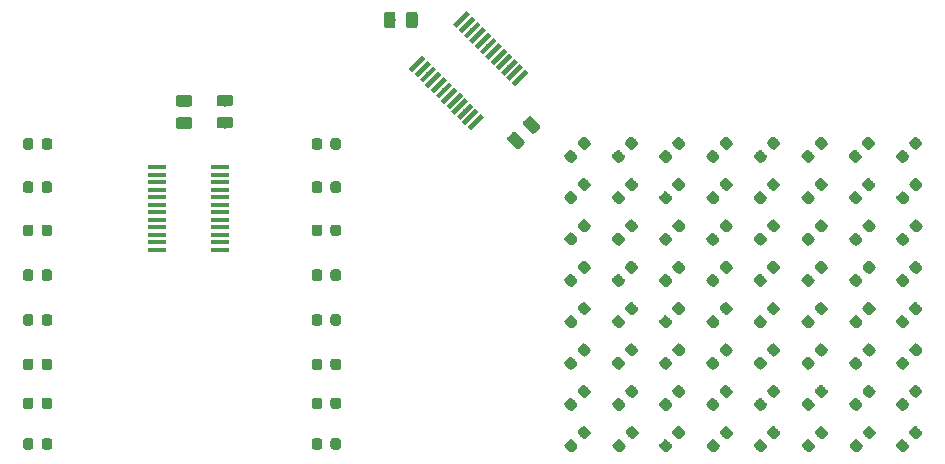
<source format=gbr>
G04 #@! TF.GenerationSoftware,KiCad,Pcbnew,5.1.2*
G04 #@! TF.CreationDate,2019-05-22T13:27:26-05:00*
G04 #@! TF.ProjectId,SM16106,534d3136-3130-4362-9e6b-696361645f70,rev?*
G04 #@! TF.SameCoordinates,Original*
G04 #@! TF.FileFunction,Paste,Top*
G04 #@! TF.FilePolarity,Positive*
%FSLAX46Y46*%
G04 Gerber Fmt 4.6, Leading zero omitted, Abs format (unit mm)*
G04 Created by KiCad (PCBNEW 5.1.2) date 2019-05-22 13:27:26*
%MOMM*%
%LPD*%
G04 APERTURE LIST*
%ADD10C,0.100000*%
%ADD11C,0.975000*%
%ADD12C,0.875000*%
%ADD13C,0.410000*%
%ADD14R,1.600000X0.410000*%
G04 APERTURE END LIST*
D10*
G36*
X161360719Y-80875362D02*
G01*
X161384380Y-80878872D01*
X161407584Y-80884684D01*
X161430106Y-80892742D01*
X161451730Y-80902970D01*
X161472247Y-80915267D01*
X161491460Y-80929517D01*
X161509184Y-80945581D01*
X162154419Y-81590816D01*
X162170483Y-81608540D01*
X162184733Y-81627753D01*
X162197030Y-81648270D01*
X162207258Y-81669894D01*
X162215316Y-81692416D01*
X162221128Y-81715620D01*
X162224638Y-81739281D01*
X162225812Y-81763173D01*
X162224638Y-81787065D01*
X162221128Y-81810726D01*
X162215316Y-81833930D01*
X162207258Y-81856452D01*
X162197030Y-81878076D01*
X162184733Y-81898593D01*
X162170483Y-81917806D01*
X162154419Y-81935530D01*
X161809704Y-82280245D01*
X161791980Y-82296309D01*
X161772767Y-82310559D01*
X161752250Y-82322856D01*
X161730626Y-82333084D01*
X161708104Y-82341142D01*
X161684900Y-82346954D01*
X161661239Y-82350464D01*
X161637347Y-82351638D01*
X161613455Y-82350464D01*
X161589794Y-82346954D01*
X161566590Y-82341142D01*
X161544068Y-82333084D01*
X161522444Y-82322856D01*
X161501927Y-82310559D01*
X161482714Y-82296309D01*
X161464990Y-82280245D01*
X160819755Y-81635010D01*
X160803691Y-81617286D01*
X160789441Y-81598073D01*
X160777144Y-81577556D01*
X160766916Y-81555932D01*
X160758858Y-81533410D01*
X160753046Y-81510206D01*
X160749536Y-81486545D01*
X160748362Y-81462653D01*
X160749536Y-81438761D01*
X160753046Y-81415100D01*
X160758858Y-81391896D01*
X160766916Y-81369374D01*
X160777144Y-81347750D01*
X160789441Y-81327233D01*
X160803691Y-81308020D01*
X160819755Y-81290296D01*
X161164470Y-80945581D01*
X161182194Y-80929517D01*
X161201407Y-80915267D01*
X161221924Y-80902970D01*
X161243548Y-80892742D01*
X161266070Y-80884684D01*
X161289274Y-80878872D01*
X161312935Y-80875362D01*
X161336827Y-80874188D01*
X161360719Y-80875362D01*
X161360719Y-80875362D01*
G37*
D11*
X161487087Y-81612913D03*
D10*
G36*
X162686545Y-79549536D02*
G01*
X162710206Y-79553046D01*
X162733410Y-79558858D01*
X162755932Y-79566916D01*
X162777556Y-79577144D01*
X162798073Y-79589441D01*
X162817286Y-79603691D01*
X162835010Y-79619755D01*
X163480245Y-80264990D01*
X163496309Y-80282714D01*
X163510559Y-80301927D01*
X163522856Y-80322444D01*
X163533084Y-80344068D01*
X163541142Y-80366590D01*
X163546954Y-80389794D01*
X163550464Y-80413455D01*
X163551638Y-80437347D01*
X163550464Y-80461239D01*
X163546954Y-80484900D01*
X163541142Y-80508104D01*
X163533084Y-80530626D01*
X163522856Y-80552250D01*
X163510559Y-80572767D01*
X163496309Y-80591980D01*
X163480245Y-80609704D01*
X163135530Y-80954419D01*
X163117806Y-80970483D01*
X163098593Y-80984733D01*
X163078076Y-80997030D01*
X163056452Y-81007258D01*
X163033930Y-81015316D01*
X163010726Y-81021128D01*
X162987065Y-81024638D01*
X162963173Y-81025812D01*
X162939281Y-81024638D01*
X162915620Y-81021128D01*
X162892416Y-81015316D01*
X162869894Y-81007258D01*
X162848270Y-80997030D01*
X162827753Y-80984733D01*
X162808540Y-80970483D01*
X162790816Y-80954419D01*
X162145581Y-80309184D01*
X162129517Y-80291460D01*
X162115267Y-80272247D01*
X162102970Y-80251730D01*
X162092742Y-80230106D01*
X162084684Y-80207584D01*
X162078872Y-80184380D01*
X162075362Y-80160719D01*
X162074188Y-80136827D01*
X162075362Y-80112935D01*
X162078872Y-80089274D01*
X162084684Y-80066070D01*
X162092742Y-80043548D01*
X162102970Y-80021924D01*
X162115267Y-80001407D01*
X162129517Y-79982194D01*
X162145581Y-79964470D01*
X162490296Y-79619755D01*
X162508020Y-79603691D01*
X162527233Y-79589441D01*
X162547750Y-79577144D01*
X162569374Y-79566916D01*
X162591896Y-79558858D01*
X162615100Y-79553046D01*
X162638761Y-79549536D01*
X162662653Y-79548362D01*
X162686545Y-79549536D01*
X162686545Y-79549536D01*
G37*
D11*
X162812913Y-80287087D03*
D10*
G36*
X137330142Y-77738673D02*
G01*
X137353803Y-77742183D01*
X137377007Y-77747995D01*
X137399529Y-77756053D01*
X137421153Y-77766281D01*
X137441670Y-77778578D01*
X137460883Y-77792828D01*
X137478607Y-77808892D01*
X137494671Y-77826616D01*
X137508921Y-77845829D01*
X137521218Y-77866346D01*
X137531446Y-77887970D01*
X137539504Y-77910492D01*
X137545316Y-77933696D01*
X137548826Y-77957357D01*
X137550000Y-77981249D01*
X137550000Y-78468749D01*
X137548826Y-78492641D01*
X137545316Y-78516302D01*
X137539504Y-78539506D01*
X137531446Y-78562028D01*
X137521218Y-78583652D01*
X137508921Y-78604169D01*
X137494671Y-78623382D01*
X137478607Y-78641106D01*
X137460883Y-78657170D01*
X137441670Y-78671420D01*
X137421153Y-78683717D01*
X137399529Y-78693945D01*
X137377007Y-78702003D01*
X137353803Y-78707815D01*
X137330142Y-78711325D01*
X137306250Y-78712499D01*
X136393750Y-78712499D01*
X136369858Y-78711325D01*
X136346197Y-78707815D01*
X136322993Y-78702003D01*
X136300471Y-78693945D01*
X136278847Y-78683717D01*
X136258330Y-78671420D01*
X136239117Y-78657170D01*
X136221393Y-78641106D01*
X136205329Y-78623382D01*
X136191079Y-78604169D01*
X136178782Y-78583652D01*
X136168554Y-78562028D01*
X136160496Y-78539506D01*
X136154684Y-78516302D01*
X136151174Y-78492641D01*
X136150000Y-78468749D01*
X136150000Y-77981249D01*
X136151174Y-77957357D01*
X136154684Y-77933696D01*
X136160496Y-77910492D01*
X136168554Y-77887970D01*
X136178782Y-77866346D01*
X136191079Y-77845829D01*
X136205329Y-77826616D01*
X136221393Y-77808892D01*
X136239117Y-77792828D01*
X136258330Y-77778578D01*
X136278847Y-77766281D01*
X136300471Y-77756053D01*
X136322993Y-77747995D01*
X136346197Y-77742183D01*
X136369858Y-77738673D01*
X136393750Y-77737499D01*
X137306250Y-77737499D01*
X137330142Y-77738673D01*
X137330142Y-77738673D01*
G37*
D11*
X136850000Y-78224999D03*
D10*
G36*
X137330142Y-79613673D02*
G01*
X137353803Y-79617183D01*
X137377007Y-79622995D01*
X137399529Y-79631053D01*
X137421153Y-79641281D01*
X137441670Y-79653578D01*
X137460883Y-79667828D01*
X137478607Y-79683892D01*
X137494671Y-79701616D01*
X137508921Y-79720829D01*
X137521218Y-79741346D01*
X137531446Y-79762970D01*
X137539504Y-79785492D01*
X137545316Y-79808696D01*
X137548826Y-79832357D01*
X137550000Y-79856249D01*
X137550000Y-80343749D01*
X137548826Y-80367641D01*
X137545316Y-80391302D01*
X137539504Y-80414506D01*
X137531446Y-80437028D01*
X137521218Y-80458652D01*
X137508921Y-80479169D01*
X137494671Y-80498382D01*
X137478607Y-80516106D01*
X137460883Y-80532170D01*
X137441670Y-80546420D01*
X137421153Y-80558717D01*
X137399529Y-80568945D01*
X137377007Y-80577003D01*
X137353803Y-80582815D01*
X137330142Y-80586325D01*
X137306250Y-80587499D01*
X136393750Y-80587499D01*
X136369858Y-80586325D01*
X136346197Y-80582815D01*
X136322993Y-80577003D01*
X136300471Y-80568945D01*
X136278847Y-80558717D01*
X136258330Y-80546420D01*
X136239117Y-80532170D01*
X136221393Y-80516106D01*
X136205329Y-80498382D01*
X136191079Y-80479169D01*
X136178782Y-80458652D01*
X136168554Y-80437028D01*
X136160496Y-80414506D01*
X136154684Y-80391302D01*
X136151174Y-80367641D01*
X136150000Y-80343749D01*
X136150000Y-79856249D01*
X136151174Y-79832357D01*
X136154684Y-79808696D01*
X136160496Y-79785492D01*
X136168554Y-79762970D01*
X136178782Y-79741346D01*
X136191079Y-79720829D01*
X136205329Y-79701616D01*
X136221393Y-79683892D01*
X136239117Y-79667828D01*
X136258330Y-79653578D01*
X136278847Y-79641281D01*
X136300471Y-79631053D01*
X136322993Y-79622995D01*
X136346197Y-79617183D01*
X136369858Y-79613673D01*
X136393750Y-79612499D01*
X137306250Y-79612499D01*
X137330142Y-79613673D01*
X137330142Y-79613673D01*
G37*
D11*
X136850000Y-80099999D03*
D10*
G36*
X120452691Y-81426053D02*
G01*
X120473926Y-81429203D01*
X120494750Y-81434419D01*
X120514962Y-81441651D01*
X120534368Y-81450830D01*
X120552781Y-81461866D01*
X120570024Y-81474654D01*
X120585930Y-81489070D01*
X120600346Y-81504976D01*
X120613134Y-81522219D01*
X120624170Y-81540632D01*
X120633349Y-81560038D01*
X120640581Y-81580250D01*
X120645797Y-81601074D01*
X120648947Y-81622309D01*
X120650000Y-81643750D01*
X120650000Y-82156250D01*
X120648947Y-82177691D01*
X120645797Y-82198926D01*
X120640581Y-82219750D01*
X120633349Y-82239962D01*
X120624170Y-82259368D01*
X120613134Y-82277781D01*
X120600346Y-82295024D01*
X120585930Y-82310930D01*
X120570024Y-82325346D01*
X120552781Y-82338134D01*
X120534368Y-82349170D01*
X120514962Y-82358349D01*
X120494750Y-82365581D01*
X120473926Y-82370797D01*
X120452691Y-82373947D01*
X120431250Y-82375000D01*
X119993750Y-82375000D01*
X119972309Y-82373947D01*
X119951074Y-82370797D01*
X119930250Y-82365581D01*
X119910038Y-82358349D01*
X119890632Y-82349170D01*
X119872219Y-82338134D01*
X119854976Y-82325346D01*
X119839070Y-82310930D01*
X119824654Y-82295024D01*
X119811866Y-82277781D01*
X119800830Y-82259368D01*
X119791651Y-82239962D01*
X119784419Y-82219750D01*
X119779203Y-82198926D01*
X119776053Y-82177691D01*
X119775000Y-82156250D01*
X119775000Y-81643750D01*
X119776053Y-81622309D01*
X119779203Y-81601074D01*
X119784419Y-81580250D01*
X119791651Y-81560038D01*
X119800830Y-81540632D01*
X119811866Y-81522219D01*
X119824654Y-81504976D01*
X119839070Y-81489070D01*
X119854976Y-81474654D01*
X119872219Y-81461866D01*
X119890632Y-81450830D01*
X119910038Y-81441651D01*
X119930250Y-81434419D01*
X119951074Y-81429203D01*
X119972309Y-81426053D01*
X119993750Y-81425000D01*
X120431250Y-81425000D01*
X120452691Y-81426053D01*
X120452691Y-81426053D01*
G37*
D12*
X120212500Y-81900000D03*
D10*
G36*
X122027691Y-81426053D02*
G01*
X122048926Y-81429203D01*
X122069750Y-81434419D01*
X122089962Y-81441651D01*
X122109368Y-81450830D01*
X122127781Y-81461866D01*
X122145024Y-81474654D01*
X122160930Y-81489070D01*
X122175346Y-81504976D01*
X122188134Y-81522219D01*
X122199170Y-81540632D01*
X122208349Y-81560038D01*
X122215581Y-81580250D01*
X122220797Y-81601074D01*
X122223947Y-81622309D01*
X122225000Y-81643750D01*
X122225000Y-82156250D01*
X122223947Y-82177691D01*
X122220797Y-82198926D01*
X122215581Y-82219750D01*
X122208349Y-82239962D01*
X122199170Y-82259368D01*
X122188134Y-82277781D01*
X122175346Y-82295024D01*
X122160930Y-82310930D01*
X122145024Y-82325346D01*
X122127781Y-82338134D01*
X122109368Y-82349170D01*
X122089962Y-82358349D01*
X122069750Y-82365581D01*
X122048926Y-82370797D01*
X122027691Y-82373947D01*
X122006250Y-82375000D01*
X121568750Y-82375000D01*
X121547309Y-82373947D01*
X121526074Y-82370797D01*
X121505250Y-82365581D01*
X121485038Y-82358349D01*
X121465632Y-82349170D01*
X121447219Y-82338134D01*
X121429976Y-82325346D01*
X121414070Y-82310930D01*
X121399654Y-82295024D01*
X121386866Y-82277781D01*
X121375830Y-82259368D01*
X121366651Y-82239962D01*
X121359419Y-82219750D01*
X121354203Y-82198926D01*
X121351053Y-82177691D01*
X121350000Y-82156250D01*
X121350000Y-81643750D01*
X121351053Y-81622309D01*
X121354203Y-81601074D01*
X121359419Y-81580250D01*
X121366651Y-81560038D01*
X121375830Y-81540632D01*
X121386866Y-81522219D01*
X121399654Y-81504976D01*
X121414070Y-81489070D01*
X121429976Y-81474654D01*
X121447219Y-81461866D01*
X121465632Y-81450830D01*
X121485038Y-81441651D01*
X121505250Y-81434419D01*
X121526074Y-81429203D01*
X121547309Y-81426053D01*
X121568750Y-81425000D01*
X122006250Y-81425000D01*
X122027691Y-81426053D01*
X122027691Y-81426053D01*
G37*
D12*
X121787500Y-81900000D03*
D10*
G36*
X122027691Y-85076053D02*
G01*
X122048926Y-85079203D01*
X122069750Y-85084419D01*
X122089962Y-85091651D01*
X122109368Y-85100830D01*
X122127781Y-85111866D01*
X122145024Y-85124654D01*
X122160930Y-85139070D01*
X122175346Y-85154976D01*
X122188134Y-85172219D01*
X122199170Y-85190632D01*
X122208349Y-85210038D01*
X122215581Y-85230250D01*
X122220797Y-85251074D01*
X122223947Y-85272309D01*
X122225000Y-85293750D01*
X122225000Y-85806250D01*
X122223947Y-85827691D01*
X122220797Y-85848926D01*
X122215581Y-85869750D01*
X122208349Y-85889962D01*
X122199170Y-85909368D01*
X122188134Y-85927781D01*
X122175346Y-85945024D01*
X122160930Y-85960930D01*
X122145024Y-85975346D01*
X122127781Y-85988134D01*
X122109368Y-85999170D01*
X122089962Y-86008349D01*
X122069750Y-86015581D01*
X122048926Y-86020797D01*
X122027691Y-86023947D01*
X122006250Y-86025000D01*
X121568750Y-86025000D01*
X121547309Y-86023947D01*
X121526074Y-86020797D01*
X121505250Y-86015581D01*
X121485038Y-86008349D01*
X121465632Y-85999170D01*
X121447219Y-85988134D01*
X121429976Y-85975346D01*
X121414070Y-85960930D01*
X121399654Y-85945024D01*
X121386866Y-85927781D01*
X121375830Y-85909368D01*
X121366651Y-85889962D01*
X121359419Y-85869750D01*
X121354203Y-85848926D01*
X121351053Y-85827691D01*
X121350000Y-85806250D01*
X121350000Y-85293750D01*
X121351053Y-85272309D01*
X121354203Y-85251074D01*
X121359419Y-85230250D01*
X121366651Y-85210038D01*
X121375830Y-85190632D01*
X121386866Y-85172219D01*
X121399654Y-85154976D01*
X121414070Y-85139070D01*
X121429976Y-85124654D01*
X121447219Y-85111866D01*
X121465632Y-85100830D01*
X121485038Y-85091651D01*
X121505250Y-85084419D01*
X121526074Y-85079203D01*
X121547309Y-85076053D01*
X121568750Y-85075000D01*
X122006250Y-85075000D01*
X122027691Y-85076053D01*
X122027691Y-85076053D01*
G37*
D12*
X121787500Y-85550000D03*
D10*
G36*
X120452691Y-85076053D02*
G01*
X120473926Y-85079203D01*
X120494750Y-85084419D01*
X120514962Y-85091651D01*
X120534368Y-85100830D01*
X120552781Y-85111866D01*
X120570024Y-85124654D01*
X120585930Y-85139070D01*
X120600346Y-85154976D01*
X120613134Y-85172219D01*
X120624170Y-85190632D01*
X120633349Y-85210038D01*
X120640581Y-85230250D01*
X120645797Y-85251074D01*
X120648947Y-85272309D01*
X120650000Y-85293750D01*
X120650000Y-85806250D01*
X120648947Y-85827691D01*
X120645797Y-85848926D01*
X120640581Y-85869750D01*
X120633349Y-85889962D01*
X120624170Y-85909368D01*
X120613134Y-85927781D01*
X120600346Y-85945024D01*
X120585930Y-85960930D01*
X120570024Y-85975346D01*
X120552781Y-85988134D01*
X120534368Y-85999170D01*
X120514962Y-86008349D01*
X120494750Y-86015581D01*
X120473926Y-86020797D01*
X120452691Y-86023947D01*
X120431250Y-86025000D01*
X119993750Y-86025000D01*
X119972309Y-86023947D01*
X119951074Y-86020797D01*
X119930250Y-86015581D01*
X119910038Y-86008349D01*
X119890632Y-85999170D01*
X119872219Y-85988134D01*
X119854976Y-85975346D01*
X119839070Y-85960930D01*
X119824654Y-85945024D01*
X119811866Y-85927781D01*
X119800830Y-85909368D01*
X119791651Y-85889962D01*
X119784419Y-85869750D01*
X119779203Y-85848926D01*
X119776053Y-85827691D01*
X119775000Y-85806250D01*
X119775000Y-85293750D01*
X119776053Y-85272309D01*
X119779203Y-85251074D01*
X119784419Y-85230250D01*
X119791651Y-85210038D01*
X119800830Y-85190632D01*
X119811866Y-85172219D01*
X119824654Y-85154976D01*
X119839070Y-85139070D01*
X119854976Y-85124654D01*
X119872219Y-85111866D01*
X119890632Y-85100830D01*
X119910038Y-85091651D01*
X119930250Y-85084419D01*
X119951074Y-85079203D01*
X119972309Y-85076053D01*
X119993750Y-85075000D01*
X120431250Y-85075000D01*
X120452691Y-85076053D01*
X120452691Y-85076053D01*
G37*
D12*
X120212500Y-85550000D03*
D10*
G36*
X122027691Y-88726053D02*
G01*
X122048926Y-88729203D01*
X122069750Y-88734419D01*
X122089962Y-88741651D01*
X122109368Y-88750830D01*
X122127781Y-88761866D01*
X122145024Y-88774654D01*
X122160930Y-88789070D01*
X122175346Y-88804976D01*
X122188134Y-88822219D01*
X122199170Y-88840632D01*
X122208349Y-88860038D01*
X122215581Y-88880250D01*
X122220797Y-88901074D01*
X122223947Y-88922309D01*
X122225000Y-88943750D01*
X122225000Y-89456250D01*
X122223947Y-89477691D01*
X122220797Y-89498926D01*
X122215581Y-89519750D01*
X122208349Y-89539962D01*
X122199170Y-89559368D01*
X122188134Y-89577781D01*
X122175346Y-89595024D01*
X122160930Y-89610930D01*
X122145024Y-89625346D01*
X122127781Y-89638134D01*
X122109368Y-89649170D01*
X122089962Y-89658349D01*
X122069750Y-89665581D01*
X122048926Y-89670797D01*
X122027691Y-89673947D01*
X122006250Y-89675000D01*
X121568750Y-89675000D01*
X121547309Y-89673947D01*
X121526074Y-89670797D01*
X121505250Y-89665581D01*
X121485038Y-89658349D01*
X121465632Y-89649170D01*
X121447219Y-89638134D01*
X121429976Y-89625346D01*
X121414070Y-89610930D01*
X121399654Y-89595024D01*
X121386866Y-89577781D01*
X121375830Y-89559368D01*
X121366651Y-89539962D01*
X121359419Y-89519750D01*
X121354203Y-89498926D01*
X121351053Y-89477691D01*
X121350000Y-89456250D01*
X121350000Y-88943750D01*
X121351053Y-88922309D01*
X121354203Y-88901074D01*
X121359419Y-88880250D01*
X121366651Y-88860038D01*
X121375830Y-88840632D01*
X121386866Y-88822219D01*
X121399654Y-88804976D01*
X121414070Y-88789070D01*
X121429976Y-88774654D01*
X121447219Y-88761866D01*
X121465632Y-88750830D01*
X121485038Y-88741651D01*
X121505250Y-88734419D01*
X121526074Y-88729203D01*
X121547309Y-88726053D01*
X121568750Y-88725000D01*
X122006250Y-88725000D01*
X122027691Y-88726053D01*
X122027691Y-88726053D01*
G37*
D12*
X121787500Y-89200000D03*
D10*
G36*
X120452691Y-88726053D02*
G01*
X120473926Y-88729203D01*
X120494750Y-88734419D01*
X120514962Y-88741651D01*
X120534368Y-88750830D01*
X120552781Y-88761866D01*
X120570024Y-88774654D01*
X120585930Y-88789070D01*
X120600346Y-88804976D01*
X120613134Y-88822219D01*
X120624170Y-88840632D01*
X120633349Y-88860038D01*
X120640581Y-88880250D01*
X120645797Y-88901074D01*
X120648947Y-88922309D01*
X120650000Y-88943750D01*
X120650000Y-89456250D01*
X120648947Y-89477691D01*
X120645797Y-89498926D01*
X120640581Y-89519750D01*
X120633349Y-89539962D01*
X120624170Y-89559368D01*
X120613134Y-89577781D01*
X120600346Y-89595024D01*
X120585930Y-89610930D01*
X120570024Y-89625346D01*
X120552781Y-89638134D01*
X120534368Y-89649170D01*
X120514962Y-89658349D01*
X120494750Y-89665581D01*
X120473926Y-89670797D01*
X120452691Y-89673947D01*
X120431250Y-89675000D01*
X119993750Y-89675000D01*
X119972309Y-89673947D01*
X119951074Y-89670797D01*
X119930250Y-89665581D01*
X119910038Y-89658349D01*
X119890632Y-89649170D01*
X119872219Y-89638134D01*
X119854976Y-89625346D01*
X119839070Y-89610930D01*
X119824654Y-89595024D01*
X119811866Y-89577781D01*
X119800830Y-89559368D01*
X119791651Y-89539962D01*
X119784419Y-89519750D01*
X119779203Y-89498926D01*
X119776053Y-89477691D01*
X119775000Y-89456250D01*
X119775000Y-88943750D01*
X119776053Y-88922309D01*
X119779203Y-88901074D01*
X119784419Y-88880250D01*
X119791651Y-88860038D01*
X119800830Y-88840632D01*
X119811866Y-88822219D01*
X119824654Y-88804976D01*
X119839070Y-88789070D01*
X119854976Y-88774654D01*
X119872219Y-88761866D01*
X119890632Y-88750830D01*
X119910038Y-88741651D01*
X119930250Y-88734419D01*
X119951074Y-88729203D01*
X119972309Y-88726053D01*
X119993750Y-88725000D01*
X120431250Y-88725000D01*
X120452691Y-88726053D01*
X120452691Y-88726053D01*
G37*
D12*
X120212500Y-89200000D03*
D10*
G36*
X122027691Y-92526053D02*
G01*
X122048926Y-92529203D01*
X122069750Y-92534419D01*
X122089962Y-92541651D01*
X122109368Y-92550830D01*
X122127781Y-92561866D01*
X122145024Y-92574654D01*
X122160930Y-92589070D01*
X122175346Y-92604976D01*
X122188134Y-92622219D01*
X122199170Y-92640632D01*
X122208349Y-92660038D01*
X122215581Y-92680250D01*
X122220797Y-92701074D01*
X122223947Y-92722309D01*
X122225000Y-92743750D01*
X122225000Y-93256250D01*
X122223947Y-93277691D01*
X122220797Y-93298926D01*
X122215581Y-93319750D01*
X122208349Y-93339962D01*
X122199170Y-93359368D01*
X122188134Y-93377781D01*
X122175346Y-93395024D01*
X122160930Y-93410930D01*
X122145024Y-93425346D01*
X122127781Y-93438134D01*
X122109368Y-93449170D01*
X122089962Y-93458349D01*
X122069750Y-93465581D01*
X122048926Y-93470797D01*
X122027691Y-93473947D01*
X122006250Y-93475000D01*
X121568750Y-93475000D01*
X121547309Y-93473947D01*
X121526074Y-93470797D01*
X121505250Y-93465581D01*
X121485038Y-93458349D01*
X121465632Y-93449170D01*
X121447219Y-93438134D01*
X121429976Y-93425346D01*
X121414070Y-93410930D01*
X121399654Y-93395024D01*
X121386866Y-93377781D01*
X121375830Y-93359368D01*
X121366651Y-93339962D01*
X121359419Y-93319750D01*
X121354203Y-93298926D01*
X121351053Y-93277691D01*
X121350000Y-93256250D01*
X121350000Y-92743750D01*
X121351053Y-92722309D01*
X121354203Y-92701074D01*
X121359419Y-92680250D01*
X121366651Y-92660038D01*
X121375830Y-92640632D01*
X121386866Y-92622219D01*
X121399654Y-92604976D01*
X121414070Y-92589070D01*
X121429976Y-92574654D01*
X121447219Y-92561866D01*
X121465632Y-92550830D01*
X121485038Y-92541651D01*
X121505250Y-92534419D01*
X121526074Y-92529203D01*
X121547309Y-92526053D01*
X121568750Y-92525000D01*
X122006250Y-92525000D01*
X122027691Y-92526053D01*
X122027691Y-92526053D01*
G37*
D12*
X121787500Y-93000000D03*
D10*
G36*
X120452691Y-92526053D02*
G01*
X120473926Y-92529203D01*
X120494750Y-92534419D01*
X120514962Y-92541651D01*
X120534368Y-92550830D01*
X120552781Y-92561866D01*
X120570024Y-92574654D01*
X120585930Y-92589070D01*
X120600346Y-92604976D01*
X120613134Y-92622219D01*
X120624170Y-92640632D01*
X120633349Y-92660038D01*
X120640581Y-92680250D01*
X120645797Y-92701074D01*
X120648947Y-92722309D01*
X120650000Y-92743750D01*
X120650000Y-93256250D01*
X120648947Y-93277691D01*
X120645797Y-93298926D01*
X120640581Y-93319750D01*
X120633349Y-93339962D01*
X120624170Y-93359368D01*
X120613134Y-93377781D01*
X120600346Y-93395024D01*
X120585930Y-93410930D01*
X120570024Y-93425346D01*
X120552781Y-93438134D01*
X120534368Y-93449170D01*
X120514962Y-93458349D01*
X120494750Y-93465581D01*
X120473926Y-93470797D01*
X120452691Y-93473947D01*
X120431250Y-93475000D01*
X119993750Y-93475000D01*
X119972309Y-93473947D01*
X119951074Y-93470797D01*
X119930250Y-93465581D01*
X119910038Y-93458349D01*
X119890632Y-93449170D01*
X119872219Y-93438134D01*
X119854976Y-93425346D01*
X119839070Y-93410930D01*
X119824654Y-93395024D01*
X119811866Y-93377781D01*
X119800830Y-93359368D01*
X119791651Y-93339962D01*
X119784419Y-93319750D01*
X119779203Y-93298926D01*
X119776053Y-93277691D01*
X119775000Y-93256250D01*
X119775000Y-92743750D01*
X119776053Y-92722309D01*
X119779203Y-92701074D01*
X119784419Y-92680250D01*
X119791651Y-92660038D01*
X119800830Y-92640632D01*
X119811866Y-92622219D01*
X119824654Y-92604976D01*
X119839070Y-92589070D01*
X119854976Y-92574654D01*
X119872219Y-92561866D01*
X119890632Y-92550830D01*
X119910038Y-92541651D01*
X119930250Y-92534419D01*
X119951074Y-92529203D01*
X119972309Y-92526053D01*
X119993750Y-92525000D01*
X120431250Y-92525000D01*
X120452691Y-92526053D01*
X120452691Y-92526053D01*
G37*
D12*
X120212500Y-93000000D03*
D10*
G36*
X120452691Y-96326053D02*
G01*
X120473926Y-96329203D01*
X120494750Y-96334419D01*
X120514962Y-96341651D01*
X120534368Y-96350830D01*
X120552781Y-96361866D01*
X120570024Y-96374654D01*
X120585930Y-96389070D01*
X120600346Y-96404976D01*
X120613134Y-96422219D01*
X120624170Y-96440632D01*
X120633349Y-96460038D01*
X120640581Y-96480250D01*
X120645797Y-96501074D01*
X120648947Y-96522309D01*
X120650000Y-96543750D01*
X120650000Y-97056250D01*
X120648947Y-97077691D01*
X120645797Y-97098926D01*
X120640581Y-97119750D01*
X120633349Y-97139962D01*
X120624170Y-97159368D01*
X120613134Y-97177781D01*
X120600346Y-97195024D01*
X120585930Y-97210930D01*
X120570024Y-97225346D01*
X120552781Y-97238134D01*
X120534368Y-97249170D01*
X120514962Y-97258349D01*
X120494750Y-97265581D01*
X120473926Y-97270797D01*
X120452691Y-97273947D01*
X120431250Y-97275000D01*
X119993750Y-97275000D01*
X119972309Y-97273947D01*
X119951074Y-97270797D01*
X119930250Y-97265581D01*
X119910038Y-97258349D01*
X119890632Y-97249170D01*
X119872219Y-97238134D01*
X119854976Y-97225346D01*
X119839070Y-97210930D01*
X119824654Y-97195024D01*
X119811866Y-97177781D01*
X119800830Y-97159368D01*
X119791651Y-97139962D01*
X119784419Y-97119750D01*
X119779203Y-97098926D01*
X119776053Y-97077691D01*
X119775000Y-97056250D01*
X119775000Y-96543750D01*
X119776053Y-96522309D01*
X119779203Y-96501074D01*
X119784419Y-96480250D01*
X119791651Y-96460038D01*
X119800830Y-96440632D01*
X119811866Y-96422219D01*
X119824654Y-96404976D01*
X119839070Y-96389070D01*
X119854976Y-96374654D01*
X119872219Y-96361866D01*
X119890632Y-96350830D01*
X119910038Y-96341651D01*
X119930250Y-96334419D01*
X119951074Y-96329203D01*
X119972309Y-96326053D01*
X119993750Y-96325000D01*
X120431250Y-96325000D01*
X120452691Y-96326053D01*
X120452691Y-96326053D01*
G37*
D12*
X120212500Y-96800000D03*
D10*
G36*
X122027691Y-96326053D02*
G01*
X122048926Y-96329203D01*
X122069750Y-96334419D01*
X122089962Y-96341651D01*
X122109368Y-96350830D01*
X122127781Y-96361866D01*
X122145024Y-96374654D01*
X122160930Y-96389070D01*
X122175346Y-96404976D01*
X122188134Y-96422219D01*
X122199170Y-96440632D01*
X122208349Y-96460038D01*
X122215581Y-96480250D01*
X122220797Y-96501074D01*
X122223947Y-96522309D01*
X122225000Y-96543750D01*
X122225000Y-97056250D01*
X122223947Y-97077691D01*
X122220797Y-97098926D01*
X122215581Y-97119750D01*
X122208349Y-97139962D01*
X122199170Y-97159368D01*
X122188134Y-97177781D01*
X122175346Y-97195024D01*
X122160930Y-97210930D01*
X122145024Y-97225346D01*
X122127781Y-97238134D01*
X122109368Y-97249170D01*
X122089962Y-97258349D01*
X122069750Y-97265581D01*
X122048926Y-97270797D01*
X122027691Y-97273947D01*
X122006250Y-97275000D01*
X121568750Y-97275000D01*
X121547309Y-97273947D01*
X121526074Y-97270797D01*
X121505250Y-97265581D01*
X121485038Y-97258349D01*
X121465632Y-97249170D01*
X121447219Y-97238134D01*
X121429976Y-97225346D01*
X121414070Y-97210930D01*
X121399654Y-97195024D01*
X121386866Y-97177781D01*
X121375830Y-97159368D01*
X121366651Y-97139962D01*
X121359419Y-97119750D01*
X121354203Y-97098926D01*
X121351053Y-97077691D01*
X121350000Y-97056250D01*
X121350000Y-96543750D01*
X121351053Y-96522309D01*
X121354203Y-96501074D01*
X121359419Y-96480250D01*
X121366651Y-96460038D01*
X121375830Y-96440632D01*
X121386866Y-96422219D01*
X121399654Y-96404976D01*
X121414070Y-96389070D01*
X121429976Y-96374654D01*
X121447219Y-96361866D01*
X121465632Y-96350830D01*
X121485038Y-96341651D01*
X121505250Y-96334419D01*
X121526074Y-96329203D01*
X121547309Y-96326053D01*
X121568750Y-96325000D01*
X122006250Y-96325000D01*
X122027691Y-96326053D01*
X122027691Y-96326053D01*
G37*
D12*
X121787500Y-96800000D03*
D10*
G36*
X122027691Y-100076053D02*
G01*
X122048926Y-100079203D01*
X122069750Y-100084419D01*
X122089962Y-100091651D01*
X122109368Y-100100830D01*
X122127781Y-100111866D01*
X122145024Y-100124654D01*
X122160930Y-100139070D01*
X122175346Y-100154976D01*
X122188134Y-100172219D01*
X122199170Y-100190632D01*
X122208349Y-100210038D01*
X122215581Y-100230250D01*
X122220797Y-100251074D01*
X122223947Y-100272309D01*
X122225000Y-100293750D01*
X122225000Y-100806250D01*
X122223947Y-100827691D01*
X122220797Y-100848926D01*
X122215581Y-100869750D01*
X122208349Y-100889962D01*
X122199170Y-100909368D01*
X122188134Y-100927781D01*
X122175346Y-100945024D01*
X122160930Y-100960930D01*
X122145024Y-100975346D01*
X122127781Y-100988134D01*
X122109368Y-100999170D01*
X122089962Y-101008349D01*
X122069750Y-101015581D01*
X122048926Y-101020797D01*
X122027691Y-101023947D01*
X122006250Y-101025000D01*
X121568750Y-101025000D01*
X121547309Y-101023947D01*
X121526074Y-101020797D01*
X121505250Y-101015581D01*
X121485038Y-101008349D01*
X121465632Y-100999170D01*
X121447219Y-100988134D01*
X121429976Y-100975346D01*
X121414070Y-100960930D01*
X121399654Y-100945024D01*
X121386866Y-100927781D01*
X121375830Y-100909368D01*
X121366651Y-100889962D01*
X121359419Y-100869750D01*
X121354203Y-100848926D01*
X121351053Y-100827691D01*
X121350000Y-100806250D01*
X121350000Y-100293750D01*
X121351053Y-100272309D01*
X121354203Y-100251074D01*
X121359419Y-100230250D01*
X121366651Y-100210038D01*
X121375830Y-100190632D01*
X121386866Y-100172219D01*
X121399654Y-100154976D01*
X121414070Y-100139070D01*
X121429976Y-100124654D01*
X121447219Y-100111866D01*
X121465632Y-100100830D01*
X121485038Y-100091651D01*
X121505250Y-100084419D01*
X121526074Y-100079203D01*
X121547309Y-100076053D01*
X121568750Y-100075000D01*
X122006250Y-100075000D01*
X122027691Y-100076053D01*
X122027691Y-100076053D01*
G37*
D12*
X121787500Y-100550000D03*
D10*
G36*
X120452691Y-100076053D02*
G01*
X120473926Y-100079203D01*
X120494750Y-100084419D01*
X120514962Y-100091651D01*
X120534368Y-100100830D01*
X120552781Y-100111866D01*
X120570024Y-100124654D01*
X120585930Y-100139070D01*
X120600346Y-100154976D01*
X120613134Y-100172219D01*
X120624170Y-100190632D01*
X120633349Y-100210038D01*
X120640581Y-100230250D01*
X120645797Y-100251074D01*
X120648947Y-100272309D01*
X120650000Y-100293750D01*
X120650000Y-100806250D01*
X120648947Y-100827691D01*
X120645797Y-100848926D01*
X120640581Y-100869750D01*
X120633349Y-100889962D01*
X120624170Y-100909368D01*
X120613134Y-100927781D01*
X120600346Y-100945024D01*
X120585930Y-100960930D01*
X120570024Y-100975346D01*
X120552781Y-100988134D01*
X120534368Y-100999170D01*
X120514962Y-101008349D01*
X120494750Y-101015581D01*
X120473926Y-101020797D01*
X120452691Y-101023947D01*
X120431250Y-101025000D01*
X119993750Y-101025000D01*
X119972309Y-101023947D01*
X119951074Y-101020797D01*
X119930250Y-101015581D01*
X119910038Y-101008349D01*
X119890632Y-100999170D01*
X119872219Y-100988134D01*
X119854976Y-100975346D01*
X119839070Y-100960930D01*
X119824654Y-100945024D01*
X119811866Y-100927781D01*
X119800830Y-100909368D01*
X119791651Y-100889962D01*
X119784419Y-100869750D01*
X119779203Y-100848926D01*
X119776053Y-100827691D01*
X119775000Y-100806250D01*
X119775000Y-100293750D01*
X119776053Y-100272309D01*
X119779203Y-100251074D01*
X119784419Y-100230250D01*
X119791651Y-100210038D01*
X119800830Y-100190632D01*
X119811866Y-100172219D01*
X119824654Y-100154976D01*
X119839070Y-100139070D01*
X119854976Y-100124654D01*
X119872219Y-100111866D01*
X119890632Y-100100830D01*
X119910038Y-100091651D01*
X119930250Y-100084419D01*
X119951074Y-100079203D01*
X119972309Y-100076053D01*
X119993750Y-100075000D01*
X120431250Y-100075000D01*
X120452691Y-100076053D01*
X120452691Y-100076053D01*
G37*
D12*
X120212500Y-100550000D03*
D10*
G36*
X120452691Y-103376053D02*
G01*
X120473926Y-103379203D01*
X120494750Y-103384419D01*
X120514962Y-103391651D01*
X120534368Y-103400830D01*
X120552781Y-103411866D01*
X120570024Y-103424654D01*
X120585930Y-103439070D01*
X120600346Y-103454976D01*
X120613134Y-103472219D01*
X120624170Y-103490632D01*
X120633349Y-103510038D01*
X120640581Y-103530250D01*
X120645797Y-103551074D01*
X120648947Y-103572309D01*
X120650000Y-103593750D01*
X120650000Y-104106250D01*
X120648947Y-104127691D01*
X120645797Y-104148926D01*
X120640581Y-104169750D01*
X120633349Y-104189962D01*
X120624170Y-104209368D01*
X120613134Y-104227781D01*
X120600346Y-104245024D01*
X120585930Y-104260930D01*
X120570024Y-104275346D01*
X120552781Y-104288134D01*
X120534368Y-104299170D01*
X120514962Y-104308349D01*
X120494750Y-104315581D01*
X120473926Y-104320797D01*
X120452691Y-104323947D01*
X120431250Y-104325000D01*
X119993750Y-104325000D01*
X119972309Y-104323947D01*
X119951074Y-104320797D01*
X119930250Y-104315581D01*
X119910038Y-104308349D01*
X119890632Y-104299170D01*
X119872219Y-104288134D01*
X119854976Y-104275346D01*
X119839070Y-104260930D01*
X119824654Y-104245024D01*
X119811866Y-104227781D01*
X119800830Y-104209368D01*
X119791651Y-104189962D01*
X119784419Y-104169750D01*
X119779203Y-104148926D01*
X119776053Y-104127691D01*
X119775000Y-104106250D01*
X119775000Y-103593750D01*
X119776053Y-103572309D01*
X119779203Y-103551074D01*
X119784419Y-103530250D01*
X119791651Y-103510038D01*
X119800830Y-103490632D01*
X119811866Y-103472219D01*
X119824654Y-103454976D01*
X119839070Y-103439070D01*
X119854976Y-103424654D01*
X119872219Y-103411866D01*
X119890632Y-103400830D01*
X119910038Y-103391651D01*
X119930250Y-103384419D01*
X119951074Y-103379203D01*
X119972309Y-103376053D01*
X119993750Y-103375000D01*
X120431250Y-103375000D01*
X120452691Y-103376053D01*
X120452691Y-103376053D01*
G37*
D12*
X120212500Y-103850000D03*
D10*
G36*
X122027691Y-103376053D02*
G01*
X122048926Y-103379203D01*
X122069750Y-103384419D01*
X122089962Y-103391651D01*
X122109368Y-103400830D01*
X122127781Y-103411866D01*
X122145024Y-103424654D01*
X122160930Y-103439070D01*
X122175346Y-103454976D01*
X122188134Y-103472219D01*
X122199170Y-103490632D01*
X122208349Y-103510038D01*
X122215581Y-103530250D01*
X122220797Y-103551074D01*
X122223947Y-103572309D01*
X122225000Y-103593750D01*
X122225000Y-104106250D01*
X122223947Y-104127691D01*
X122220797Y-104148926D01*
X122215581Y-104169750D01*
X122208349Y-104189962D01*
X122199170Y-104209368D01*
X122188134Y-104227781D01*
X122175346Y-104245024D01*
X122160930Y-104260930D01*
X122145024Y-104275346D01*
X122127781Y-104288134D01*
X122109368Y-104299170D01*
X122089962Y-104308349D01*
X122069750Y-104315581D01*
X122048926Y-104320797D01*
X122027691Y-104323947D01*
X122006250Y-104325000D01*
X121568750Y-104325000D01*
X121547309Y-104323947D01*
X121526074Y-104320797D01*
X121505250Y-104315581D01*
X121485038Y-104308349D01*
X121465632Y-104299170D01*
X121447219Y-104288134D01*
X121429976Y-104275346D01*
X121414070Y-104260930D01*
X121399654Y-104245024D01*
X121386866Y-104227781D01*
X121375830Y-104209368D01*
X121366651Y-104189962D01*
X121359419Y-104169750D01*
X121354203Y-104148926D01*
X121351053Y-104127691D01*
X121350000Y-104106250D01*
X121350000Y-103593750D01*
X121351053Y-103572309D01*
X121354203Y-103551074D01*
X121359419Y-103530250D01*
X121366651Y-103510038D01*
X121375830Y-103490632D01*
X121386866Y-103472219D01*
X121399654Y-103454976D01*
X121414070Y-103439070D01*
X121429976Y-103424654D01*
X121447219Y-103411866D01*
X121465632Y-103400830D01*
X121485038Y-103391651D01*
X121505250Y-103384419D01*
X121526074Y-103379203D01*
X121547309Y-103376053D01*
X121568750Y-103375000D01*
X122006250Y-103375000D01*
X122027691Y-103376053D01*
X122027691Y-103376053D01*
G37*
D12*
X121787500Y-103850000D03*
D10*
G36*
X122027691Y-106826053D02*
G01*
X122048926Y-106829203D01*
X122069750Y-106834419D01*
X122089962Y-106841651D01*
X122109368Y-106850830D01*
X122127781Y-106861866D01*
X122145024Y-106874654D01*
X122160930Y-106889070D01*
X122175346Y-106904976D01*
X122188134Y-106922219D01*
X122199170Y-106940632D01*
X122208349Y-106960038D01*
X122215581Y-106980250D01*
X122220797Y-107001074D01*
X122223947Y-107022309D01*
X122225000Y-107043750D01*
X122225000Y-107556250D01*
X122223947Y-107577691D01*
X122220797Y-107598926D01*
X122215581Y-107619750D01*
X122208349Y-107639962D01*
X122199170Y-107659368D01*
X122188134Y-107677781D01*
X122175346Y-107695024D01*
X122160930Y-107710930D01*
X122145024Y-107725346D01*
X122127781Y-107738134D01*
X122109368Y-107749170D01*
X122089962Y-107758349D01*
X122069750Y-107765581D01*
X122048926Y-107770797D01*
X122027691Y-107773947D01*
X122006250Y-107775000D01*
X121568750Y-107775000D01*
X121547309Y-107773947D01*
X121526074Y-107770797D01*
X121505250Y-107765581D01*
X121485038Y-107758349D01*
X121465632Y-107749170D01*
X121447219Y-107738134D01*
X121429976Y-107725346D01*
X121414070Y-107710930D01*
X121399654Y-107695024D01*
X121386866Y-107677781D01*
X121375830Y-107659368D01*
X121366651Y-107639962D01*
X121359419Y-107619750D01*
X121354203Y-107598926D01*
X121351053Y-107577691D01*
X121350000Y-107556250D01*
X121350000Y-107043750D01*
X121351053Y-107022309D01*
X121354203Y-107001074D01*
X121359419Y-106980250D01*
X121366651Y-106960038D01*
X121375830Y-106940632D01*
X121386866Y-106922219D01*
X121399654Y-106904976D01*
X121414070Y-106889070D01*
X121429976Y-106874654D01*
X121447219Y-106861866D01*
X121465632Y-106850830D01*
X121485038Y-106841651D01*
X121505250Y-106834419D01*
X121526074Y-106829203D01*
X121547309Y-106826053D01*
X121568750Y-106825000D01*
X122006250Y-106825000D01*
X122027691Y-106826053D01*
X122027691Y-106826053D01*
G37*
D12*
X121787500Y-107300000D03*
D10*
G36*
X120452691Y-106826053D02*
G01*
X120473926Y-106829203D01*
X120494750Y-106834419D01*
X120514962Y-106841651D01*
X120534368Y-106850830D01*
X120552781Y-106861866D01*
X120570024Y-106874654D01*
X120585930Y-106889070D01*
X120600346Y-106904976D01*
X120613134Y-106922219D01*
X120624170Y-106940632D01*
X120633349Y-106960038D01*
X120640581Y-106980250D01*
X120645797Y-107001074D01*
X120648947Y-107022309D01*
X120650000Y-107043750D01*
X120650000Y-107556250D01*
X120648947Y-107577691D01*
X120645797Y-107598926D01*
X120640581Y-107619750D01*
X120633349Y-107639962D01*
X120624170Y-107659368D01*
X120613134Y-107677781D01*
X120600346Y-107695024D01*
X120585930Y-107710930D01*
X120570024Y-107725346D01*
X120552781Y-107738134D01*
X120534368Y-107749170D01*
X120514962Y-107758349D01*
X120494750Y-107765581D01*
X120473926Y-107770797D01*
X120452691Y-107773947D01*
X120431250Y-107775000D01*
X119993750Y-107775000D01*
X119972309Y-107773947D01*
X119951074Y-107770797D01*
X119930250Y-107765581D01*
X119910038Y-107758349D01*
X119890632Y-107749170D01*
X119872219Y-107738134D01*
X119854976Y-107725346D01*
X119839070Y-107710930D01*
X119824654Y-107695024D01*
X119811866Y-107677781D01*
X119800830Y-107659368D01*
X119791651Y-107639962D01*
X119784419Y-107619750D01*
X119779203Y-107598926D01*
X119776053Y-107577691D01*
X119775000Y-107556250D01*
X119775000Y-107043750D01*
X119776053Y-107022309D01*
X119779203Y-107001074D01*
X119784419Y-106980250D01*
X119791651Y-106960038D01*
X119800830Y-106940632D01*
X119811866Y-106922219D01*
X119824654Y-106904976D01*
X119839070Y-106889070D01*
X119854976Y-106874654D01*
X119872219Y-106861866D01*
X119890632Y-106850830D01*
X119910038Y-106841651D01*
X119930250Y-106834419D01*
X119951074Y-106829203D01*
X119972309Y-106826053D01*
X119993750Y-106825000D01*
X120431250Y-106825000D01*
X120452691Y-106826053D01*
X120452691Y-106826053D01*
G37*
D12*
X120212500Y-107300000D03*
D10*
G36*
X146477691Y-81426053D02*
G01*
X146498926Y-81429203D01*
X146519750Y-81434419D01*
X146539962Y-81441651D01*
X146559368Y-81450830D01*
X146577781Y-81461866D01*
X146595024Y-81474654D01*
X146610930Y-81489070D01*
X146625346Y-81504976D01*
X146638134Y-81522219D01*
X146649170Y-81540632D01*
X146658349Y-81560038D01*
X146665581Y-81580250D01*
X146670797Y-81601074D01*
X146673947Y-81622309D01*
X146675000Y-81643750D01*
X146675000Y-82156250D01*
X146673947Y-82177691D01*
X146670797Y-82198926D01*
X146665581Y-82219750D01*
X146658349Y-82239962D01*
X146649170Y-82259368D01*
X146638134Y-82277781D01*
X146625346Y-82295024D01*
X146610930Y-82310930D01*
X146595024Y-82325346D01*
X146577781Y-82338134D01*
X146559368Y-82349170D01*
X146539962Y-82358349D01*
X146519750Y-82365581D01*
X146498926Y-82370797D01*
X146477691Y-82373947D01*
X146456250Y-82375000D01*
X146018750Y-82375000D01*
X145997309Y-82373947D01*
X145976074Y-82370797D01*
X145955250Y-82365581D01*
X145935038Y-82358349D01*
X145915632Y-82349170D01*
X145897219Y-82338134D01*
X145879976Y-82325346D01*
X145864070Y-82310930D01*
X145849654Y-82295024D01*
X145836866Y-82277781D01*
X145825830Y-82259368D01*
X145816651Y-82239962D01*
X145809419Y-82219750D01*
X145804203Y-82198926D01*
X145801053Y-82177691D01*
X145800000Y-82156250D01*
X145800000Y-81643750D01*
X145801053Y-81622309D01*
X145804203Y-81601074D01*
X145809419Y-81580250D01*
X145816651Y-81560038D01*
X145825830Y-81540632D01*
X145836866Y-81522219D01*
X145849654Y-81504976D01*
X145864070Y-81489070D01*
X145879976Y-81474654D01*
X145897219Y-81461866D01*
X145915632Y-81450830D01*
X145935038Y-81441651D01*
X145955250Y-81434419D01*
X145976074Y-81429203D01*
X145997309Y-81426053D01*
X146018750Y-81425000D01*
X146456250Y-81425000D01*
X146477691Y-81426053D01*
X146477691Y-81426053D01*
G37*
D12*
X146237500Y-81900000D03*
D10*
G36*
X144902691Y-81426053D02*
G01*
X144923926Y-81429203D01*
X144944750Y-81434419D01*
X144964962Y-81441651D01*
X144984368Y-81450830D01*
X145002781Y-81461866D01*
X145020024Y-81474654D01*
X145035930Y-81489070D01*
X145050346Y-81504976D01*
X145063134Y-81522219D01*
X145074170Y-81540632D01*
X145083349Y-81560038D01*
X145090581Y-81580250D01*
X145095797Y-81601074D01*
X145098947Y-81622309D01*
X145100000Y-81643750D01*
X145100000Y-82156250D01*
X145098947Y-82177691D01*
X145095797Y-82198926D01*
X145090581Y-82219750D01*
X145083349Y-82239962D01*
X145074170Y-82259368D01*
X145063134Y-82277781D01*
X145050346Y-82295024D01*
X145035930Y-82310930D01*
X145020024Y-82325346D01*
X145002781Y-82338134D01*
X144984368Y-82349170D01*
X144964962Y-82358349D01*
X144944750Y-82365581D01*
X144923926Y-82370797D01*
X144902691Y-82373947D01*
X144881250Y-82375000D01*
X144443750Y-82375000D01*
X144422309Y-82373947D01*
X144401074Y-82370797D01*
X144380250Y-82365581D01*
X144360038Y-82358349D01*
X144340632Y-82349170D01*
X144322219Y-82338134D01*
X144304976Y-82325346D01*
X144289070Y-82310930D01*
X144274654Y-82295024D01*
X144261866Y-82277781D01*
X144250830Y-82259368D01*
X144241651Y-82239962D01*
X144234419Y-82219750D01*
X144229203Y-82198926D01*
X144226053Y-82177691D01*
X144225000Y-82156250D01*
X144225000Y-81643750D01*
X144226053Y-81622309D01*
X144229203Y-81601074D01*
X144234419Y-81580250D01*
X144241651Y-81560038D01*
X144250830Y-81540632D01*
X144261866Y-81522219D01*
X144274654Y-81504976D01*
X144289070Y-81489070D01*
X144304976Y-81474654D01*
X144322219Y-81461866D01*
X144340632Y-81450830D01*
X144360038Y-81441651D01*
X144380250Y-81434419D01*
X144401074Y-81429203D01*
X144422309Y-81426053D01*
X144443750Y-81425000D01*
X144881250Y-81425000D01*
X144902691Y-81426053D01*
X144902691Y-81426053D01*
G37*
D12*
X144662500Y-81900000D03*
D10*
G36*
X146477691Y-85076053D02*
G01*
X146498926Y-85079203D01*
X146519750Y-85084419D01*
X146539962Y-85091651D01*
X146559368Y-85100830D01*
X146577781Y-85111866D01*
X146595024Y-85124654D01*
X146610930Y-85139070D01*
X146625346Y-85154976D01*
X146638134Y-85172219D01*
X146649170Y-85190632D01*
X146658349Y-85210038D01*
X146665581Y-85230250D01*
X146670797Y-85251074D01*
X146673947Y-85272309D01*
X146675000Y-85293750D01*
X146675000Y-85806250D01*
X146673947Y-85827691D01*
X146670797Y-85848926D01*
X146665581Y-85869750D01*
X146658349Y-85889962D01*
X146649170Y-85909368D01*
X146638134Y-85927781D01*
X146625346Y-85945024D01*
X146610930Y-85960930D01*
X146595024Y-85975346D01*
X146577781Y-85988134D01*
X146559368Y-85999170D01*
X146539962Y-86008349D01*
X146519750Y-86015581D01*
X146498926Y-86020797D01*
X146477691Y-86023947D01*
X146456250Y-86025000D01*
X146018750Y-86025000D01*
X145997309Y-86023947D01*
X145976074Y-86020797D01*
X145955250Y-86015581D01*
X145935038Y-86008349D01*
X145915632Y-85999170D01*
X145897219Y-85988134D01*
X145879976Y-85975346D01*
X145864070Y-85960930D01*
X145849654Y-85945024D01*
X145836866Y-85927781D01*
X145825830Y-85909368D01*
X145816651Y-85889962D01*
X145809419Y-85869750D01*
X145804203Y-85848926D01*
X145801053Y-85827691D01*
X145800000Y-85806250D01*
X145800000Y-85293750D01*
X145801053Y-85272309D01*
X145804203Y-85251074D01*
X145809419Y-85230250D01*
X145816651Y-85210038D01*
X145825830Y-85190632D01*
X145836866Y-85172219D01*
X145849654Y-85154976D01*
X145864070Y-85139070D01*
X145879976Y-85124654D01*
X145897219Y-85111866D01*
X145915632Y-85100830D01*
X145935038Y-85091651D01*
X145955250Y-85084419D01*
X145976074Y-85079203D01*
X145997309Y-85076053D01*
X146018750Y-85075000D01*
X146456250Y-85075000D01*
X146477691Y-85076053D01*
X146477691Y-85076053D01*
G37*
D12*
X146237500Y-85550000D03*
D10*
G36*
X144902691Y-85076053D02*
G01*
X144923926Y-85079203D01*
X144944750Y-85084419D01*
X144964962Y-85091651D01*
X144984368Y-85100830D01*
X145002781Y-85111866D01*
X145020024Y-85124654D01*
X145035930Y-85139070D01*
X145050346Y-85154976D01*
X145063134Y-85172219D01*
X145074170Y-85190632D01*
X145083349Y-85210038D01*
X145090581Y-85230250D01*
X145095797Y-85251074D01*
X145098947Y-85272309D01*
X145100000Y-85293750D01*
X145100000Y-85806250D01*
X145098947Y-85827691D01*
X145095797Y-85848926D01*
X145090581Y-85869750D01*
X145083349Y-85889962D01*
X145074170Y-85909368D01*
X145063134Y-85927781D01*
X145050346Y-85945024D01*
X145035930Y-85960930D01*
X145020024Y-85975346D01*
X145002781Y-85988134D01*
X144984368Y-85999170D01*
X144964962Y-86008349D01*
X144944750Y-86015581D01*
X144923926Y-86020797D01*
X144902691Y-86023947D01*
X144881250Y-86025000D01*
X144443750Y-86025000D01*
X144422309Y-86023947D01*
X144401074Y-86020797D01*
X144380250Y-86015581D01*
X144360038Y-86008349D01*
X144340632Y-85999170D01*
X144322219Y-85988134D01*
X144304976Y-85975346D01*
X144289070Y-85960930D01*
X144274654Y-85945024D01*
X144261866Y-85927781D01*
X144250830Y-85909368D01*
X144241651Y-85889962D01*
X144234419Y-85869750D01*
X144229203Y-85848926D01*
X144226053Y-85827691D01*
X144225000Y-85806250D01*
X144225000Y-85293750D01*
X144226053Y-85272309D01*
X144229203Y-85251074D01*
X144234419Y-85230250D01*
X144241651Y-85210038D01*
X144250830Y-85190632D01*
X144261866Y-85172219D01*
X144274654Y-85154976D01*
X144289070Y-85139070D01*
X144304976Y-85124654D01*
X144322219Y-85111866D01*
X144340632Y-85100830D01*
X144360038Y-85091651D01*
X144380250Y-85084419D01*
X144401074Y-85079203D01*
X144422309Y-85076053D01*
X144443750Y-85075000D01*
X144881250Y-85075000D01*
X144902691Y-85076053D01*
X144902691Y-85076053D01*
G37*
D12*
X144662500Y-85550000D03*
D10*
G36*
X144902691Y-88726053D02*
G01*
X144923926Y-88729203D01*
X144944750Y-88734419D01*
X144964962Y-88741651D01*
X144984368Y-88750830D01*
X145002781Y-88761866D01*
X145020024Y-88774654D01*
X145035930Y-88789070D01*
X145050346Y-88804976D01*
X145063134Y-88822219D01*
X145074170Y-88840632D01*
X145083349Y-88860038D01*
X145090581Y-88880250D01*
X145095797Y-88901074D01*
X145098947Y-88922309D01*
X145100000Y-88943750D01*
X145100000Y-89456250D01*
X145098947Y-89477691D01*
X145095797Y-89498926D01*
X145090581Y-89519750D01*
X145083349Y-89539962D01*
X145074170Y-89559368D01*
X145063134Y-89577781D01*
X145050346Y-89595024D01*
X145035930Y-89610930D01*
X145020024Y-89625346D01*
X145002781Y-89638134D01*
X144984368Y-89649170D01*
X144964962Y-89658349D01*
X144944750Y-89665581D01*
X144923926Y-89670797D01*
X144902691Y-89673947D01*
X144881250Y-89675000D01*
X144443750Y-89675000D01*
X144422309Y-89673947D01*
X144401074Y-89670797D01*
X144380250Y-89665581D01*
X144360038Y-89658349D01*
X144340632Y-89649170D01*
X144322219Y-89638134D01*
X144304976Y-89625346D01*
X144289070Y-89610930D01*
X144274654Y-89595024D01*
X144261866Y-89577781D01*
X144250830Y-89559368D01*
X144241651Y-89539962D01*
X144234419Y-89519750D01*
X144229203Y-89498926D01*
X144226053Y-89477691D01*
X144225000Y-89456250D01*
X144225000Y-88943750D01*
X144226053Y-88922309D01*
X144229203Y-88901074D01*
X144234419Y-88880250D01*
X144241651Y-88860038D01*
X144250830Y-88840632D01*
X144261866Y-88822219D01*
X144274654Y-88804976D01*
X144289070Y-88789070D01*
X144304976Y-88774654D01*
X144322219Y-88761866D01*
X144340632Y-88750830D01*
X144360038Y-88741651D01*
X144380250Y-88734419D01*
X144401074Y-88729203D01*
X144422309Y-88726053D01*
X144443750Y-88725000D01*
X144881250Y-88725000D01*
X144902691Y-88726053D01*
X144902691Y-88726053D01*
G37*
D12*
X144662500Y-89200000D03*
D10*
G36*
X146477691Y-88726053D02*
G01*
X146498926Y-88729203D01*
X146519750Y-88734419D01*
X146539962Y-88741651D01*
X146559368Y-88750830D01*
X146577781Y-88761866D01*
X146595024Y-88774654D01*
X146610930Y-88789070D01*
X146625346Y-88804976D01*
X146638134Y-88822219D01*
X146649170Y-88840632D01*
X146658349Y-88860038D01*
X146665581Y-88880250D01*
X146670797Y-88901074D01*
X146673947Y-88922309D01*
X146675000Y-88943750D01*
X146675000Y-89456250D01*
X146673947Y-89477691D01*
X146670797Y-89498926D01*
X146665581Y-89519750D01*
X146658349Y-89539962D01*
X146649170Y-89559368D01*
X146638134Y-89577781D01*
X146625346Y-89595024D01*
X146610930Y-89610930D01*
X146595024Y-89625346D01*
X146577781Y-89638134D01*
X146559368Y-89649170D01*
X146539962Y-89658349D01*
X146519750Y-89665581D01*
X146498926Y-89670797D01*
X146477691Y-89673947D01*
X146456250Y-89675000D01*
X146018750Y-89675000D01*
X145997309Y-89673947D01*
X145976074Y-89670797D01*
X145955250Y-89665581D01*
X145935038Y-89658349D01*
X145915632Y-89649170D01*
X145897219Y-89638134D01*
X145879976Y-89625346D01*
X145864070Y-89610930D01*
X145849654Y-89595024D01*
X145836866Y-89577781D01*
X145825830Y-89559368D01*
X145816651Y-89539962D01*
X145809419Y-89519750D01*
X145804203Y-89498926D01*
X145801053Y-89477691D01*
X145800000Y-89456250D01*
X145800000Y-88943750D01*
X145801053Y-88922309D01*
X145804203Y-88901074D01*
X145809419Y-88880250D01*
X145816651Y-88860038D01*
X145825830Y-88840632D01*
X145836866Y-88822219D01*
X145849654Y-88804976D01*
X145864070Y-88789070D01*
X145879976Y-88774654D01*
X145897219Y-88761866D01*
X145915632Y-88750830D01*
X145935038Y-88741651D01*
X145955250Y-88734419D01*
X145976074Y-88729203D01*
X145997309Y-88726053D01*
X146018750Y-88725000D01*
X146456250Y-88725000D01*
X146477691Y-88726053D01*
X146477691Y-88726053D01*
G37*
D12*
X146237500Y-89200000D03*
D10*
G36*
X146477691Y-92526053D02*
G01*
X146498926Y-92529203D01*
X146519750Y-92534419D01*
X146539962Y-92541651D01*
X146559368Y-92550830D01*
X146577781Y-92561866D01*
X146595024Y-92574654D01*
X146610930Y-92589070D01*
X146625346Y-92604976D01*
X146638134Y-92622219D01*
X146649170Y-92640632D01*
X146658349Y-92660038D01*
X146665581Y-92680250D01*
X146670797Y-92701074D01*
X146673947Y-92722309D01*
X146675000Y-92743750D01*
X146675000Y-93256250D01*
X146673947Y-93277691D01*
X146670797Y-93298926D01*
X146665581Y-93319750D01*
X146658349Y-93339962D01*
X146649170Y-93359368D01*
X146638134Y-93377781D01*
X146625346Y-93395024D01*
X146610930Y-93410930D01*
X146595024Y-93425346D01*
X146577781Y-93438134D01*
X146559368Y-93449170D01*
X146539962Y-93458349D01*
X146519750Y-93465581D01*
X146498926Y-93470797D01*
X146477691Y-93473947D01*
X146456250Y-93475000D01*
X146018750Y-93475000D01*
X145997309Y-93473947D01*
X145976074Y-93470797D01*
X145955250Y-93465581D01*
X145935038Y-93458349D01*
X145915632Y-93449170D01*
X145897219Y-93438134D01*
X145879976Y-93425346D01*
X145864070Y-93410930D01*
X145849654Y-93395024D01*
X145836866Y-93377781D01*
X145825830Y-93359368D01*
X145816651Y-93339962D01*
X145809419Y-93319750D01*
X145804203Y-93298926D01*
X145801053Y-93277691D01*
X145800000Y-93256250D01*
X145800000Y-92743750D01*
X145801053Y-92722309D01*
X145804203Y-92701074D01*
X145809419Y-92680250D01*
X145816651Y-92660038D01*
X145825830Y-92640632D01*
X145836866Y-92622219D01*
X145849654Y-92604976D01*
X145864070Y-92589070D01*
X145879976Y-92574654D01*
X145897219Y-92561866D01*
X145915632Y-92550830D01*
X145935038Y-92541651D01*
X145955250Y-92534419D01*
X145976074Y-92529203D01*
X145997309Y-92526053D01*
X146018750Y-92525000D01*
X146456250Y-92525000D01*
X146477691Y-92526053D01*
X146477691Y-92526053D01*
G37*
D12*
X146237500Y-93000000D03*
D10*
G36*
X144902691Y-92526053D02*
G01*
X144923926Y-92529203D01*
X144944750Y-92534419D01*
X144964962Y-92541651D01*
X144984368Y-92550830D01*
X145002781Y-92561866D01*
X145020024Y-92574654D01*
X145035930Y-92589070D01*
X145050346Y-92604976D01*
X145063134Y-92622219D01*
X145074170Y-92640632D01*
X145083349Y-92660038D01*
X145090581Y-92680250D01*
X145095797Y-92701074D01*
X145098947Y-92722309D01*
X145100000Y-92743750D01*
X145100000Y-93256250D01*
X145098947Y-93277691D01*
X145095797Y-93298926D01*
X145090581Y-93319750D01*
X145083349Y-93339962D01*
X145074170Y-93359368D01*
X145063134Y-93377781D01*
X145050346Y-93395024D01*
X145035930Y-93410930D01*
X145020024Y-93425346D01*
X145002781Y-93438134D01*
X144984368Y-93449170D01*
X144964962Y-93458349D01*
X144944750Y-93465581D01*
X144923926Y-93470797D01*
X144902691Y-93473947D01*
X144881250Y-93475000D01*
X144443750Y-93475000D01*
X144422309Y-93473947D01*
X144401074Y-93470797D01*
X144380250Y-93465581D01*
X144360038Y-93458349D01*
X144340632Y-93449170D01*
X144322219Y-93438134D01*
X144304976Y-93425346D01*
X144289070Y-93410930D01*
X144274654Y-93395024D01*
X144261866Y-93377781D01*
X144250830Y-93359368D01*
X144241651Y-93339962D01*
X144234419Y-93319750D01*
X144229203Y-93298926D01*
X144226053Y-93277691D01*
X144225000Y-93256250D01*
X144225000Y-92743750D01*
X144226053Y-92722309D01*
X144229203Y-92701074D01*
X144234419Y-92680250D01*
X144241651Y-92660038D01*
X144250830Y-92640632D01*
X144261866Y-92622219D01*
X144274654Y-92604976D01*
X144289070Y-92589070D01*
X144304976Y-92574654D01*
X144322219Y-92561866D01*
X144340632Y-92550830D01*
X144360038Y-92541651D01*
X144380250Y-92534419D01*
X144401074Y-92529203D01*
X144422309Y-92526053D01*
X144443750Y-92525000D01*
X144881250Y-92525000D01*
X144902691Y-92526053D01*
X144902691Y-92526053D01*
G37*
D12*
X144662500Y-93000000D03*
D10*
G36*
X144902691Y-96326053D02*
G01*
X144923926Y-96329203D01*
X144944750Y-96334419D01*
X144964962Y-96341651D01*
X144984368Y-96350830D01*
X145002781Y-96361866D01*
X145020024Y-96374654D01*
X145035930Y-96389070D01*
X145050346Y-96404976D01*
X145063134Y-96422219D01*
X145074170Y-96440632D01*
X145083349Y-96460038D01*
X145090581Y-96480250D01*
X145095797Y-96501074D01*
X145098947Y-96522309D01*
X145100000Y-96543750D01*
X145100000Y-97056250D01*
X145098947Y-97077691D01*
X145095797Y-97098926D01*
X145090581Y-97119750D01*
X145083349Y-97139962D01*
X145074170Y-97159368D01*
X145063134Y-97177781D01*
X145050346Y-97195024D01*
X145035930Y-97210930D01*
X145020024Y-97225346D01*
X145002781Y-97238134D01*
X144984368Y-97249170D01*
X144964962Y-97258349D01*
X144944750Y-97265581D01*
X144923926Y-97270797D01*
X144902691Y-97273947D01*
X144881250Y-97275000D01*
X144443750Y-97275000D01*
X144422309Y-97273947D01*
X144401074Y-97270797D01*
X144380250Y-97265581D01*
X144360038Y-97258349D01*
X144340632Y-97249170D01*
X144322219Y-97238134D01*
X144304976Y-97225346D01*
X144289070Y-97210930D01*
X144274654Y-97195024D01*
X144261866Y-97177781D01*
X144250830Y-97159368D01*
X144241651Y-97139962D01*
X144234419Y-97119750D01*
X144229203Y-97098926D01*
X144226053Y-97077691D01*
X144225000Y-97056250D01*
X144225000Y-96543750D01*
X144226053Y-96522309D01*
X144229203Y-96501074D01*
X144234419Y-96480250D01*
X144241651Y-96460038D01*
X144250830Y-96440632D01*
X144261866Y-96422219D01*
X144274654Y-96404976D01*
X144289070Y-96389070D01*
X144304976Y-96374654D01*
X144322219Y-96361866D01*
X144340632Y-96350830D01*
X144360038Y-96341651D01*
X144380250Y-96334419D01*
X144401074Y-96329203D01*
X144422309Y-96326053D01*
X144443750Y-96325000D01*
X144881250Y-96325000D01*
X144902691Y-96326053D01*
X144902691Y-96326053D01*
G37*
D12*
X144662500Y-96800000D03*
D10*
G36*
X146477691Y-96326053D02*
G01*
X146498926Y-96329203D01*
X146519750Y-96334419D01*
X146539962Y-96341651D01*
X146559368Y-96350830D01*
X146577781Y-96361866D01*
X146595024Y-96374654D01*
X146610930Y-96389070D01*
X146625346Y-96404976D01*
X146638134Y-96422219D01*
X146649170Y-96440632D01*
X146658349Y-96460038D01*
X146665581Y-96480250D01*
X146670797Y-96501074D01*
X146673947Y-96522309D01*
X146675000Y-96543750D01*
X146675000Y-97056250D01*
X146673947Y-97077691D01*
X146670797Y-97098926D01*
X146665581Y-97119750D01*
X146658349Y-97139962D01*
X146649170Y-97159368D01*
X146638134Y-97177781D01*
X146625346Y-97195024D01*
X146610930Y-97210930D01*
X146595024Y-97225346D01*
X146577781Y-97238134D01*
X146559368Y-97249170D01*
X146539962Y-97258349D01*
X146519750Y-97265581D01*
X146498926Y-97270797D01*
X146477691Y-97273947D01*
X146456250Y-97275000D01*
X146018750Y-97275000D01*
X145997309Y-97273947D01*
X145976074Y-97270797D01*
X145955250Y-97265581D01*
X145935038Y-97258349D01*
X145915632Y-97249170D01*
X145897219Y-97238134D01*
X145879976Y-97225346D01*
X145864070Y-97210930D01*
X145849654Y-97195024D01*
X145836866Y-97177781D01*
X145825830Y-97159368D01*
X145816651Y-97139962D01*
X145809419Y-97119750D01*
X145804203Y-97098926D01*
X145801053Y-97077691D01*
X145800000Y-97056250D01*
X145800000Y-96543750D01*
X145801053Y-96522309D01*
X145804203Y-96501074D01*
X145809419Y-96480250D01*
X145816651Y-96460038D01*
X145825830Y-96440632D01*
X145836866Y-96422219D01*
X145849654Y-96404976D01*
X145864070Y-96389070D01*
X145879976Y-96374654D01*
X145897219Y-96361866D01*
X145915632Y-96350830D01*
X145935038Y-96341651D01*
X145955250Y-96334419D01*
X145976074Y-96329203D01*
X145997309Y-96326053D01*
X146018750Y-96325000D01*
X146456250Y-96325000D01*
X146477691Y-96326053D01*
X146477691Y-96326053D01*
G37*
D12*
X146237500Y-96800000D03*
D10*
G36*
X146477691Y-100076053D02*
G01*
X146498926Y-100079203D01*
X146519750Y-100084419D01*
X146539962Y-100091651D01*
X146559368Y-100100830D01*
X146577781Y-100111866D01*
X146595024Y-100124654D01*
X146610930Y-100139070D01*
X146625346Y-100154976D01*
X146638134Y-100172219D01*
X146649170Y-100190632D01*
X146658349Y-100210038D01*
X146665581Y-100230250D01*
X146670797Y-100251074D01*
X146673947Y-100272309D01*
X146675000Y-100293750D01*
X146675000Y-100806250D01*
X146673947Y-100827691D01*
X146670797Y-100848926D01*
X146665581Y-100869750D01*
X146658349Y-100889962D01*
X146649170Y-100909368D01*
X146638134Y-100927781D01*
X146625346Y-100945024D01*
X146610930Y-100960930D01*
X146595024Y-100975346D01*
X146577781Y-100988134D01*
X146559368Y-100999170D01*
X146539962Y-101008349D01*
X146519750Y-101015581D01*
X146498926Y-101020797D01*
X146477691Y-101023947D01*
X146456250Y-101025000D01*
X146018750Y-101025000D01*
X145997309Y-101023947D01*
X145976074Y-101020797D01*
X145955250Y-101015581D01*
X145935038Y-101008349D01*
X145915632Y-100999170D01*
X145897219Y-100988134D01*
X145879976Y-100975346D01*
X145864070Y-100960930D01*
X145849654Y-100945024D01*
X145836866Y-100927781D01*
X145825830Y-100909368D01*
X145816651Y-100889962D01*
X145809419Y-100869750D01*
X145804203Y-100848926D01*
X145801053Y-100827691D01*
X145800000Y-100806250D01*
X145800000Y-100293750D01*
X145801053Y-100272309D01*
X145804203Y-100251074D01*
X145809419Y-100230250D01*
X145816651Y-100210038D01*
X145825830Y-100190632D01*
X145836866Y-100172219D01*
X145849654Y-100154976D01*
X145864070Y-100139070D01*
X145879976Y-100124654D01*
X145897219Y-100111866D01*
X145915632Y-100100830D01*
X145935038Y-100091651D01*
X145955250Y-100084419D01*
X145976074Y-100079203D01*
X145997309Y-100076053D01*
X146018750Y-100075000D01*
X146456250Y-100075000D01*
X146477691Y-100076053D01*
X146477691Y-100076053D01*
G37*
D12*
X146237500Y-100550000D03*
D10*
G36*
X144902691Y-100076053D02*
G01*
X144923926Y-100079203D01*
X144944750Y-100084419D01*
X144964962Y-100091651D01*
X144984368Y-100100830D01*
X145002781Y-100111866D01*
X145020024Y-100124654D01*
X145035930Y-100139070D01*
X145050346Y-100154976D01*
X145063134Y-100172219D01*
X145074170Y-100190632D01*
X145083349Y-100210038D01*
X145090581Y-100230250D01*
X145095797Y-100251074D01*
X145098947Y-100272309D01*
X145100000Y-100293750D01*
X145100000Y-100806250D01*
X145098947Y-100827691D01*
X145095797Y-100848926D01*
X145090581Y-100869750D01*
X145083349Y-100889962D01*
X145074170Y-100909368D01*
X145063134Y-100927781D01*
X145050346Y-100945024D01*
X145035930Y-100960930D01*
X145020024Y-100975346D01*
X145002781Y-100988134D01*
X144984368Y-100999170D01*
X144964962Y-101008349D01*
X144944750Y-101015581D01*
X144923926Y-101020797D01*
X144902691Y-101023947D01*
X144881250Y-101025000D01*
X144443750Y-101025000D01*
X144422309Y-101023947D01*
X144401074Y-101020797D01*
X144380250Y-101015581D01*
X144360038Y-101008349D01*
X144340632Y-100999170D01*
X144322219Y-100988134D01*
X144304976Y-100975346D01*
X144289070Y-100960930D01*
X144274654Y-100945024D01*
X144261866Y-100927781D01*
X144250830Y-100909368D01*
X144241651Y-100889962D01*
X144234419Y-100869750D01*
X144229203Y-100848926D01*
X144226053Y-100827691D01*
X144225000Y-100806250D01*
X144225000Y-100293750D01*
X144226053Y-100272309D01*
X144229203Y-100251074D01*
X144234419Y-100230250D01*
X144241651Y-100210038D01*
X144250830Y-100190632D01*
X144261866Y-100172219D01*
X144274654Y-100154976D01*
X144289070Y-100139070D01*
X144304976Y-100124654D01*
X144322219Y-100111866D01*
X144340632Y-100100830D01*
X144360038Y-100091651D01*
X144380250Y-100084419D01*
X144401074Y-100079203D01*
X144422309Y-100076053D01*
X144443750Y-100075000D01*
X144881250Y-100075000D01*
X144902691Y-100076053D01*
X144902691Y-100076053D01*
G37*
D12*
X144662500Y-100550000D03*
D10*
G36*
X144902691Y-103376053D02*
G01*
X144923926Y-103379203D01*
X144944750Y-103384419D01*
X144964962Y-103391651D01*
X144984368Y-103400830D01*
X145002781Y-103411866D01*
X145020024Y-103424654D01*
X145035930Y-103439070D01*
X145050346Y-103454976D01*
X145063134Y-103472219D01*
X145074170Y-103490632D01*
X145083349Y-103510038D01*
X145090581Y-103530250D01*
X145095797Y-103551074D01*
X145098947Y-103572309D01*
X145100000Y-103593750D01*
X145100000Y-104106250D01*
X145098947Y-104127691D01*
X145095797Y-104148926D01*
X145090581Y-104169750D01*
X145083349Y-104189962D01*
X145074170Y-104209368D01*
X145063134Y-104227781D01*
X145050346Y-104245024D01*
X145035930Y-104260930D01*
X145020024Y-104275346D01*
X145002781Y-104288134D01*
X144984368Y-104299170D01*
X144964962Y-104308349D01*
X144944750Y-104315581D01*
X144923926Y-104320797D01*
X144902691Y-104323947D01*
X144881250Y-104325000D01*
X144443750Y-104325000D01*
X144422309Y-104323947D01*
X144401074Y-104320797D01*
X144380250Y-104315581D01*
X144360038Y-104308349D01*
X144340632Y-104299170D01*
X144322219Y-104288134D01*
X144304976Y-104275346D01*
X144289070Y-104260930D01*
X144274654Y-104245024D01*
X144261866Y-104227781D01*
X144250830Y-104209368D01*
X144241651Y-104189962D01*
X144234419Y-104169750D01*
X144229203Y-104148926D01*
X144226053Y-104127691D01*
X144225000Y-104106250D01*
X144225000Y-103593750D01*
X144226053Y-103572309D01*
X144229203Y-103551074D01*
X144234419Y-103530250D01*
X144241651Y-103510038D01*
X144250830Y-103490632D01*
X144261866Y-103472219D01*
X144274654Y-103454976D01*
X144289070Y-103439070D01*
X144304976Y-103424654D01*
X144322219Y-103411866D01*
X144340632Y-103400830D01*
X144360038Y-103391651D01*
X144380250Y-103384419D01*
X144401074Y-103379203D01*
X144422309Y-103376053D01*
X144443750Y-103375000D01*
X144881250Y-103375000D01*
X144902691Y-103376053D01*
X144902691Y-103376053D01*
G37*
D12*
X144662500Y-103850000D03*
D10*
G36*
X146477691Y-103376053D02*
G01*
X146498926Y-103379203D01*
X146519750Y-103384419D01*
X146539962Y-103391651D01*
X146559368Y-103400830D01*
X146577781Y-103411866D01*
X146595024Y-103424654D01*
X146610930Y-103439070D01*
X146625346Y-103454976D01*
X146638134Y-103472219D01*
X146649170Y-103490632D01*
X146658349Y-103510038D01*
X146665581Y-103530250D01*
X146670797Y-103551074D01*
X146673947Y-103572309D01*
X146675000Y-103593750D01*
X146675000Y-104106250D01*
X146673947Y-104127691D01*
X146670797Y-104148926D01*
X146665581Y-104169750D01*
X146658349Y-104189962D01*
X146649170Y-104209368D01*
X146638134Y-104227781D01*
X146625346Y-104245024D01*
X146610930Y-104260930D01*
X146595024Y-104275346D01*
X146577781Y-104288134D01*
X146559368Y-104299170D01*
X146539962Y-104308349D01*
X146519750Y-104315581D01*
X146498926Y-104320797D01*
X146477691Y-104323947D01*
X146456250Y-104325000D01*
X146018750Y-104325000D01*
X145997309Y-104323947D01*
X145976074Y-104320797D01*
X145955250Y-104315581D01*
X145935038Y-104308349D01*
X145915632Y-104299170D01*
X145897219Y-104288134D01*
X145879976Y-104275346D01*
X145864070Y-104260930D01*
X145849654Y-104245024D01*
X145836866Y-104227781D01*
X145825830Y-104209368D01*
X145816651Y-104189962D01*
X145809419Y-104169750D01*
X145804203Y-104148926D01*
X145801053Y-104127691D01*
X145800000Y-104106250D01*
X145800000Y-103593750D01*
X145801053Y-103572309D01*
X145804203Y-103551074D01*
X145809419Y-103530250D01*
X145816651Y-103510038D01*
X145825830Y-103490632D01*
X145836866Y-103472219D01*
X145849654Y-103454976D01*
X145864070Y-103439070D01*
X145879976Y-103424654D01*
X145897219Y-103411866D01*
X145915632Y-103400830D01*
X145935038Y-103391651D01*
X145955250Y-103384419D01*
X145976074Y-103379203D01*
X145997309Y-103376053D01*
X146018750Y-103375000D01*
X146456250Y-103375000D01*
X146477691Y-103376053D01*
X146477691Y-103376053D01*
G37*
D12*
X146237500Y-103850000D03*
D10*
G36*
X146477691Y-106826053D02*
G01*
X146498926Y-106829203D01*
X146519750Y-106834419D01*
X146539962Y-106841651D01*
X146559368Y-106850830D01*
X146577781Y-106861866D01*
X146595024Y-106874654D01*
X146610930Y-106889070D01*
X146625346Y-106904976D01*
X146638134Y-106922219D01*
X146649170Y-106940632D01*
X146658349Y-106960038D01*
X146665581Y-106980250D01*
X146670797Y-107001074D01*
X146673947Y-107022309D01*
X146675000Y-107043750D01*
X146675000Y-107556250D01*
X146673947Y-107577691D01*
X146670797Y-107598926D01*
X146665581Y-107619750D01*
X146658349Y-107639962D01*
X146649170Y-107659368D01*
X146638134Y-107677781D01*
X146625346Y-107695024D01*
X146610930Y-107710930D01*
X146595024Y-107725346D01*
X146577781Y-107738134D01*
X146559368Y-107749170D01*
X146539962Y-107758349D01*
X146519750Y-107765581D01*
X146498926Y-107770797D01*
X146477691Y-107773947D01*
X146456250Y-107775000D01*
X146018750Y-107775000D01*
X145997309Y-107773947D01*
X145976074Y-107770797D01*
X145955250Y-107765581D01*
X145935038Y-107758349D01*
X145915632Y-107749170D01*
X145897219Y-107738134D01*
X145879976Y-107725346D01*
X145864070Y-107710930D01*
X145849654Y-107695024D01*
X145836866Y-107677781D01*
X145825830Y-107659368D01*
X145816651Y-107639962D01*
X145809419Y-107619750D01*
X145804203Y-107598926D01*
X145801053Y-107577691D01*
X145800000Y-107556250D01*
X145800000Y-107043750D01*
X145801053Y-107022309D01*
X145804203Y-107001074D01*
X145809419Y-106980250D01*
X145816651Y-106960038D01*
X145825830Y-106940632D01*
X145836866Y-106922219D01*
X145849654Y-106904976D01*
X145864070Y-106889070D01*
X145879976Y-106874654D01*
X145897219Y-106861866D01*
X145915632Y-106850830D01*
X145935038Y-106841651D01*
X145955250Y-106834419D01*
X145976074Y-106829203D01*
X145997309Y-106826053D01*
X146018750Y-106825000D01*
X146456250Y-106825000D01*
X146477691Y-106826053D01*
X146477691Y-106826053D01*
G37*
D12*
X146237500Y-107300000D03*
D10*
G36*
X144902691Y-106826053D02*
G01*
X144923926Y-106829203D01*
X144944750Y-106834419D01*
X144964962Y-106841651D01*
X144984368Y-106850830D01*
X145002781Y-106861866D01*
X145020024Y-106874654D01*
X145035930Y-106889070D01*
X145050346Y-106904976D01*
X145063134Y-106922219D01*
X145074170Y-106940632D01*
X145083349Y-106960038D01*
X145090581Y-106980250D01*
X145095797Y-107001074D01*
X145098947Y-107022309D01*
X145100000Y-107043750D01*
X145100000Y-107556250D01*
X145098947Y-107577691D01*
X145095797Y-107598926D01*
X145090581Y-107619750D01*
X145083349Y-107639962D01*
X145074170Y-107659368D01*
X145063134Y-107677781D01*
X145050346Y-107695024D01*
X145035930Y-107710930D01*
X145020024Y-107725346D01*
X145002781Y-107738134D01*
X144984368Y-107749170D01*
X144964962Y-107758349D01*
X144944750Y-107765581D01*
X144923926Y-107770797D01*
X144902691Y-107773947D01*
X144881250Y-107775000D01*
X144443750Y-107775000D01*
X144422309Y-107773947D01*
X144401074Y-107770797D01*
X144380250Y-107765581D01*
X144360038Y-107758349D01*
X144340632Y-107749170D01*
X144322219Y-107738134D01*
X144304976Y-107725346D01*
X144289070Y-107710930D01*
X144274654Y-107695024D01*
X144261866Y-107677781D01*
X144250830Y-107659368D01*
X144241651Y-107639962D01*
X144234419Y-107619750D01*
X144229203Y-107598926D01*
X144226053Y-107577691D01*
X144225000Y-107556250D01*
X144225000Y-107043750D01*
X144226053Y-107022309D01*
X144229203Y-107001074D01*
X144234419Y-106980250D01*
X144241651Y-106960038D01*
X144250830Y-106940632D01*
X144261866Y-106922219D01*
X144274654Y-106904976D01*
X144289070Y-106889070D01*
X144304976Y-106874654D01*
X144322219Y-106861866D01*
X144340632Y-106850830D01*
X144360038Y-106841651D01*
X144380250Y-106834419D01*
X144401074Y-106829203D01*
X144422309Y-106826053D01*
X144443750Y-106825000D01*
X144881250Y-106825000D01*
X144902691Y-106826053D01*
X144902691Y-106826053D01*
G37*
D12*
X144662500Y-107300000D03*
D10*
G36*
X151080142Y-70701174D02*
G01*
X151103803Y-70704684D01*
X151127007Y-70710496D01*
X151149529Y-70718554D01*
X151171153Y-70728782D01*
X151191670Y-70741079D01*
X151210883Y-70755329D01*
X151228607Y-70771393D01*
X151244671Y-70789117D01*
X151258921Y-70808330D01*
X151271218Y-70828847D01*
X151281446Y-70850471D01*
X151289504Y-70872993D01*
X151295316Y-70896197D01*
X151298826Y-70919858D01*
X151300000Y-70943750D01*
X151300000Y-71856250D01*
X151298826Y-71880142D01*
X151295316Y-71903803D01*
X151289504Y-71927007D01*
X151281446Y-71949529D01*
X151271218Y-71971153D01*
X151258921Y-71991670D01*
X151244671Y-72010883D01*
X151228607Y-72028607D01*
X151210883Y-72044671D01*
X151191670Y-72058921D01*
X151171153Y-72071218D01*
X151149529Y-72081446D01*
X151127007Y-72089504D01*
X151103803Y-72095316D01*
X151080142Y-72098826D01*
X151056250Y-72100000D01*
X150568750Y-72100000D01*
X150544858Y-72098826D01*
X150521197Y-72095316D01*
X150497993Y-72089504D01*
X150475471Y-72081446D01*
X150453847Y-72071218D01*
X150433330Y-72058921D01*
X150414117Y-72044671D01*
X150396393Y-72028607D01*
X150380329Y-72010883D01*
X150366079Y-71991670D01*
X150353782Y-71971153D01*
X150343554Y-71949529D01*
X150335496Y-71927007D01*
X150329684Y-71903803D01*
X150326174Y-71880142D01*
X150325000Y-71856250D01*
X150325000Y-70943750D01*
X150326174Y-70919858D01*
X150329684Y-70896197D01*
X150335496Y-70872993D01*
X150343554Y-70850471D01*
X150353782Y-70828847D01*
X150366079Y-70808330D01*
X150380329Y-70789117D01*
X150396393Y-70771393D01*
X150414117Y-70755329D01*
X150433330Y-70741079D01*
X150453847Y-70728782D01*
X150475471Y-70718554D01*
X150497993Y-70710496D01*
X150521197Y-70704684D01*
X150544858Y-70701174D01*
X150568750Y-70700000D01*
X151056250Y-70700000D01*
X151080142Y-70701174D01*
X151080142Y-70701174D01*
G37*
D11*
X150812500Y-71400000D03*
D10*
G36*
X152955142Y-70701174D02*
G01*
X152978803Y-70704684D01*
X153002007Y-70710496D01*
X153024529Y-70718554D01*
X153046153Y-70728782D01*
X153066670Y-70741079D01*
X153085883Y-70755329D01*
X153103607Y-70771393D01*
X153119671Y-70789117D01*
X153133921Y-70808330D01*
X153146218Y-70828847D01*
X153156446Y-70850471D01*
X153164504Y-70872993D01*
X153170316Y-70896197D01*
X153173826Y-70919858D01*
X153175000Y-70943750D01*
X153175000Y-71856250D01*
X153173826Y-71880142D01*
X153170316Y-71903803D01*
X153164504Y-71927007D01*
X153156446Y-71949529D01*
X153146218Y-71971153D01*
X153133921Y-71991670D01*
X153119671Y-72010883D01*
X153103607Y-72028607D01*
X153085883Y-72044671D01*
X153066670Y-72058921D01*
X153046153Y-72071218D01*
X153024529Y-72081446D01*
X153002007Y-72089504D01*
X152978803Y-72095316D01*
X152955142Y-72098826D01*
X152931250Y-72100000D01*
X152443750Y-72100000D01*
X152419858Y-72098826D01*
X152396197Y-72095316D01*
X152372993Y-72089504D01*
X152350471Y-72081446D01*
X152328847Y-72071218D01*
X152308330Y-72058921D01*
X152289117Y-72044671D01*
X152271393Y-72028607D01*
X152255329Y-72010883D01*
X152241079Y-71991670D01*
X152228782Y-71971153D01*
X152218554Y-71949529D01*
X152210496Y-71927007D01*
X152204684Y-71903803D01*
X152201174Y-71880142D01*
X152200000Y-71856250D01*
X152200000Y-70943750D01*
X152201174Y-70919858D01*
X152204684Y-70896197D01*
X152210496Y-70872993D01*
X152218554Y-70850471D01*
X152228782Y-70828847D01*
X152241079Y-70808330D01*
X152255329Y-70789117D01*
X152271393Y-70771393D01*
X152289117Y-70755329D01*
X152308330Y-70741079D01*
X152328847Y-70728782D01*
X152350471Y-70718554D01*
X152372993Y-70710496D01*
X152396197Y-70704684D01*
X152419858Y-70701174D01*
X152443750Y-70700000D01*
X152931250Y-70700000D01*
X152955142Y-70701174D01*
X152955142Y-70701174D01*
G37*
D11*
X152687500Y-71400000D03*
D10*
G36*
X133880142Y-79638675D02*
G01*
X133903803Y-79642185D01*
X133927007Y-79647997D01*
X133949529Y-79656055D01*
X133971153Y-79666283D01*
X133991670Y-79678580D01*
X134010883Y-79692830D01*
X134028607Y-79708894D01*
X134044671Y-79726618D01*
X134058921Y-79745831D01*
X134071218Y-79766348D01*
X134081446Y-79787972D01*
X134089504Y-79810494D01*
X134095316Y-79833698D01*
X134098826Y-79857359D01*
X134100000Y-79881251D01*
X134100000Y-80368751D01*
X134098826Y-80392643D01*
X134095316Y-80416304D01*
X134089504Y-80439508D01*
X134081446Y-80462030D01*
X134071218Y-80483654D01*
X134058921Y-80504171D01*
X134044671Y-80523384D01*
X134028607Y-80541108D01*
X134010883Y-80557172D01*
X133991670Y-80571422D01*
X133971153Y-80583719D01*
X133949529Y-80593947D01*
X133927007Y-80602005D01*
X133903803Y-80607817D01*
X133880142Y-80611327D01*
X133856250Y-80612501D01*
X132943750Y-80612501D01*
X132919858Y-80611327D01*
X132896197Y-80607817D01*
X132872993Y-80602005D01*
X132850471Y-80593947D01*
X132828847Y-80583719D01*
X132808330Y-80571422D01*
X132789117Y-80557172D01*
X132771393Y-80541108D01*
X132755329Y-80523384D01*
X132741079Y-80504171D01*
X132728782Y-80483654D01*
X132718554Y-80462030D01*
X132710496Y-80439508D01*
X132704684Y-80416304D01*
X132701174Y-80392643D01*
X132700000Y-80368751D01*
X132700000Y-79881251D01*
X132701174Y-79857359D01*
X132704684Y-79833698D01*
X132710496Y-79810494D01*
X132718554Y-79787972D01*
X132728782Y-79766348D01*
X132741079Y-79745831D01*
X132755329Y-79726618D01*
X132771393Y-79708894D01*
X132789117Y-79692830D01*
X132808330Y-79678580D01*
X132828847Y-79666283D01*
X132850471Y-79656055D01*
X132872993Y-79647997D01*
X132896197Y-79642185D01*
X132919858Y-79638675D01*
X132943750Y-79637501D01*
X133856250Y-79637501D01*
X133880142Y-79638675D01*
X133880142Y-79638675D01*
G37*
D11*
X133400000Y-80125001D03*
D10*
G36*
X133880142Y-77763675D02*
G01*
X133903803Y-77767185D01*
X133927007Y-77772997D01*
X133949529Y-77781055D01*
X133971153Y-77791283D01*
X133991670Y-77803580D01*
X134010883Y-77817830D01*
X134028607Y-77833894D01*
X134044671Y-77851618D01*
X134058921Y-77870831D01*
X134071218Y-77891348D01*
X134081446Y-77912972D01*
X134089504Y-77935494D01*
X134095316Y-77958698D01*
X134098826Y-77982359D01*
X134100000Y-78006251D01*
X134100000Y-78493751D01*
X134098826Y-78517643D01*
X134095316Y-78541304D01*
X134089504Y-78564508D01*
X134081446Y-78587030D01*
X134071218Y-78608654D01*
X134058921Y-78629171D01*
X134044671Y-78648384D01*
X134028607Y-78666108D01*
X134010883Y-78682172D01*
X133991670Y-78696422D01*
X133971153Y-78708719D01*
X133949529Y-78718947D01*
X133927007Y-78727005D01*
X133903803Y-78732817D01*
X133880142Y-78736327D01*
X133856250Y-78737501D01*
X132943750Y-78737501D01*
X132919858Y-78736327D01*
X132896197Y-78732817D01*
X132872993Y-78727005D01*
X132850471Y-78718947D01*
X132828847Y-78708719D01*
X132808330Y-78696422D01*
X132789117Y-78682172D01*
X132771393Y-78666108D01*
X132755329Y-78648384D01*
X132741079Y-78629171D01*
X132728782Y-78608654D01*
X132718554Y-78587030D01*
X132710496Y-78564508D01*
X132704684Y-78541304D01*
X132701174Y-78517643D01*
X132700000Y-78493751D01*
X132700000Y-78006251D01*
X132701174Y-77982359D01*
X132704684Y-77958698D01*
X132710496Y-77935494D01*
X132718554Y-77912972D01*
X132728782Y-77891348D01*
X132741079Y-77870831D01*
X132755329Y-77851618D01*
X132771393Y-77833894D01*
X132789117Y-77817830D01*
X132808330Y-77803580D01*
X132828847Y-77791283D01*
X132850471Y-77781055D01*
X132872993Y-77772997D01*
X132896197Y-77767185D01*
X132919858Y-77763675D01*
X132943750Y-77762501D01*
X133856250Y-77762501D01*
X133880142Y-77763675D01*
X133880142Y-77763675D01*
G37*
D11*
X133400000Y-78250001D03*
D13*
X158100000Y-80050000D03*
D10*
G36*
X158520729Y-79339358D02*
G01*
X158810642Y-79629271D01*
X157679271Y-80760642D01*
X157389358Y-80470729D01*
X158520729Y-79339358D01*
X158520729Y-79339358D01*
G37*
D13*
X157650987Y-79600987D03*
D10*
G36*
X158071716Y-78890345D02*
G01*
X158361629Y-79180258D01*
X157230258Y-80311629D01*
X156940345Y-80021716D01*
X158071716Y-78890345D01*
X158071716Y-78890345D01*
G37*
D13*
X157201974Y-79151974D03*
D10*
G36*
X157622703Y-78441332D02*
G01*
X157912616Y-78731245D01*
X156781245Y-79862616D01*
X156491332Y-79572703D01*
X157622703Y-78441332D01*
X157622703Y-78441332D01*
G37*
D13*
X156752961Y-78702962D03*
D10*
G36*
X157173690Y-77992320D02*
G01*
X157463603Y-78282233D01*
X156332232Y-79413604D01*
X156042319Y-79123691D01*
X157173690Y-77992320D01*
X157173690Y-77992320D01*
G37*
D13*
X154507897Y-76457898D03*
D10*
G36*
X154928626Y-75747256D02*
G01*
X155218539Y-76037169D01*
X154087168Y-77168540D01*
X153797255Y-76878627D01*
X154928626Y-75747256D01*
X154928626Y-75747256D01*
G37*
D13*
X154058885Y-76008885D03*
D10*
G36*
X154479614Y-75298243D02*
G01*
X154769527Y-75588156D01*
X153638156Y-76719527D01*
X153348243Y-76429614D01*
X154479614Y-75298243D01*
X154479614Y-75298243D01*
G37*
D13*
X153609872Y-75559872D03*
D10*
G36*
X154030601Y-74849230D02*
G01*
X154320514Y-75139143D01*
X153189143Y-76270514D01*
X152899230Y-75980601D01*
X154030601Y-74849230D01*
X154030601Y-74849230D01*
G37*
D13*
X153160859Y-75110859D03*
D10*
G36*
X153581588Y-74400217D02*
G01*
X153871501Y-74690130D01*
X152740130Y-75821501D01*
X152450217Y-75531588D01*
X153581588Y-74400217D01*
X153581588Y-74400217D01*
G37*
D13*
X156914606Y-71357112D03*
D10*
G36*
X157335335Y-70646470D02*
G01*
X157625248Y-70936383D01*
X156493877Y-72067754D01*
X156203964Y-71777841D01*
X157335335Y-70646470D01*
X157335335Y-70646470D01*
G37*
D13*
X157363619Y-71806125D03*
D10*
G36*
X157784348Y-71095483D02*
G01*
X158074261Y-71385396D01*
X156942890Y-72516767D01*
X156652977Y-72226854D01*
X157784348Y-71095483D01*
X157784348Y-71095483D01*
G37*
D13*
X157812632Y-72255138D03*
D10*
G36*
X158233361Y-71544496D02*
G01*
X158523274Y-71834409D01*
X157391903Y-72965780D01*
X157101990Y-72675867D01*
X158233361Y-71544496D01*
X158233361Y-71544496D01*
G37*
D13*
X158261645Y-72704150D03*
D10*
G36*
X158682374Y-71993508D02*
G01*
X158972287Y-72283421D01*
X157840916Y-73414792D01*
X157551003Y-73124879D01*
X158682374Y-71993508D01*
X158682374Y-71993508D01*
G37*
D13*
X160506709Y-74949214D03*
D10*
G36*
X160927438Y-74238572D02*
G01*
X161217351Y-74528485D01*
X160085980Y-75659856D01*
X159796067Y-75369943D01*
X160927438Y-74238572D01*
X160927438Y-74238572D01*
G37*
D13*
X160955721Y-75398227D03*
D10*
G36*
X161376450Y-74687585D02*
G01*
X161666363Y-74977498D01*
X160534992Y-76108869D01*
X160245079Y-75818956D01*
X161376450Y-74687585D01*
X161376450Y-74687585D01*
G37*
D13*
X161404734Y-75847240D03*
D10*
G36*
X161825463Y-75136598D02*
G01*
X162115376Y-75426511D01*
X160984005Y-76557882D01*
X160694092Y-76267969D01*
X161825463Y-75136598D01*
X161825463Y-75136598D01*
G37*
D13*
X161853747Y-76296253D03*
D10*
G36*
X162274476Y-75585611D02*
G01*
X162564389Y-75875524D01*
X161433018Y-77006895D01*
X161143105Y-76716982D01*
X162274476Y-75585611D01*
X162274476Y-75585611D01*
G37*
D13*
X160057696Y-74500202D03*
D10*
G36*
X160478425Y-73789560D02*
G01*
X160768338Y-74079473D01*
X159636967Y-75210844D01*
X159347054Y-74920931D01*
X160478425Y-73789560D01*
X160478425Y-73789560D01*
G37*
D13*
X159608683Y-74051189D03*
D10*
G36*
X160029412Y-73340547D02*
G01*
X160319325Y-73630460D01*
X159187954Y-74761831D01*
X158898041Y-74471918D01*
X160029412Y-73340547D01*
X160029412Y-73340547D01*
G37*
D13*
X155854936Y-77804936D03*
D10*
G36*
X156275665Y-77094294D02*
G01*
X156565578Y-77384207D01*
X155434207Y-78515578D01*
X155144294Y-78225665D01*
X156275665Y-77094294D01*
X156275665Y-77094294D01*
G37*
D13*
X156303949Y-78253949D03*
D10*
G36*
X156724678Y-77543307D02*
G01*
X157014591Y-77833220D01*
X155883220Y-78964591D01*
X155593307Y-78674678D01*
X156724678Y-77543307D01*
X156724678Y-77543307D01*
G37*
D13*
X159159670Y-73602176D03*
D10*
G36*
X159580399Y-72891534D02*
G01*
X159870312Y-73181447D01*
X158738941Y-74312818D01*
X158449028Y-74022905D01*
X159580399Y-72891534D01*
X159580399Y-72891534D01*
G37*
D13*
X158710657Y-73153163D03*
D10*
G36*
X159131386Y-72442521D02*
G01*
X159421299Y-72732434D01*
X158289928Y-73863805D01*
X158000015Y-73573892D01*
X159131386Y-72442521D01*
X159131386Y-72442521D01*
G37*
D13*
X155405923Y-77355923D03*
D10*
G36*
X155826652Y-76645281D02*
G01*
X156116565Y-76935194D01*
X154985194Y-78066565D01*
X154695281Y-77776652D01*
X155826652Y-76645281D01*
X155826652Y-76645281D01*
G37*
D13*
X154956910Y-76906910D03*
D10*
G36*
X155377639Y-76196268D02*
G01*
X155667552Y-76486181D01*
X154536181Y-77617552D01*
X154246268Y-77327639D01*
X155377639Y-76196268D01*
X155377639Y-76196268D01*
G37*
D14*
X136450000Y-88320000D03*
X136450000Y-87685000D03*
X131141400Y-88320000D03*
X131141400Y-87685000D03*
X136450000Y-86415000D03*
X136450000Y-87050000D03*
X131141400Y-87050000D03*
X131141400Y-86415000D03*
X131141400Y-83875000D03*
X131141400Y-84510000D03*
X131141400Y-85145000D03*
X131141400Y-85780000D03*
X131141400Y-88955000D03*
X131141400Y-89590000D03*
X131141400Y-90225000D03*
X131141400Y-90860000D03*
X136450000Y-90860000D03*
X136450000Y-90225000D03*
X136450000Y-89590000D03*
X136450000Y-88955000D03*
X136450000Y-85780000D03*
X136450000Y-85145000D03*
X136450000Y-84510000D03*
X136450000Y-83875000D03*
D10*
G36*
X166150577Y-82403274D02*
G01*
X166171812Y-82406424D01*
X166192636Y-82411640D01*
X166212848Y-82418872D01*
X166232254Y-82428051D01*
X166250667Y-82439087D01*
X166267910Y-82451875D01*
X166283816Y-82466291D01*
X166646209Y-82828684D01*
X166660625Y-82844590D01*
X166673413Y-82861833D01*
X166684449Y-82880246D01*
X166693628Y-82899652D01*
X166700860Y-82919864D01*
X166706076Y-82940688D01*
X166709226Y-82961923D01*
X166710279Y-82983364D01*
X166709226Y-83004805D01*
X166706076Y-83026040D01*
X166700860Y-83046864D01*
X166693628Y-83067076D01*
X166684449Y-83086482D01*
X166673413Y-83104895D01*
X166660625Y-83122138D01*
X166646209Y-83138044D01*
X166336850Y-83447403D01*
X166320944Y-83461819D01*
X166303701Y-83474607D01*
X166285288Y-83485643D01*
X166265882Y-83494822D01*
X166245670Y-83502054D01*
X166224846Y-83507270D01*
X166203611Y-83510420D01*
X166182170Y-83511473D01*
X166160729Y-83510420D01*
X166139494Y-83507270D01*
X166118670Y-83502054D01*
X166098458Y-83494822D01*
X166079052Y-83485643D01*
X166060639Y-83474607D01*
X166043396Y-83461819D01*
X166027490Y-83447403D01*
X165665097Y-83085010D01*
X165650681Y-83069104D01*
X165637893Y-83051861D01*
X165626857Y-83033448D01*
X165617678Y-83014042D01*
X165610446Y-82993830D01*
X165605230Y-82973006D01*
X165602080Y-82951771D01*
X165601027Y-82930330D01*
X165602080Y-82908889D01*
X165605230Y-82887654D01*
X165610446Y-82866830D01*
X165617678Y-82846618D01*
X165626857Y-82827212D01*
X165637893Y-82808799D01*
X165650681Y-82791556D01*
X165665097Y-82775650D01*
X165974456Y-82466291D01*
X165990362Y-82451875D01*
X166007605Y-82439087D01*
X166026018Y-82428051D01*
X166045424Y-82418872D01*
X166065636Y-82411640D01*
X166086460Y-82406424D01*
X166107695Y-82403274D01*
X166129136Y-82402221D01*
X166150577Y-82403274D01*
X166150577Y-82403274D01*
G37*
D12*
X166155653Y-82956847D03*
D10*
G36*
X167264271Y-81289580D02*
G01*
X167285506Y-81292730D01*
X167306330Y-81297946D01*
X167326542Y-81305178D01*
X167345948Y-81314357D01*
X167364361Y-81325393D01*
X167381604Y-81338181D01*
X167397510Y-81352597D01*
X167759903Y-81714990D01*
X167774319Y-81730896D01*
X167787107Y-81748139D01*
X167798143Y-81766552D01*
X167807322Y-81785958D01*
X167814554Y-81806170D01*
X167819770Y-81826994D01*
X167822920Y-81848229D01*
X167823973Y-81869670D01*
X167822920Y-81891111D01*
X167819770Y-81912346D01*
X167814554Y-81933170D01*
X167807322Y-81953382D01*
X167798143Y-81972788D01*
X167787107Y-81991201D01*
X167774319Y-82008444D01*
X167759903Y-82024350D01*
X167450544Y-82333709D01*
X167434638Y-82348125D01*
X167417395Y-82360913D01*
X167398982Y-82371949D01*
X167379576Y-82381128D01*
X167359364Y-82388360D01*
X167338540Y-82393576D01*
X167317305Y-82396726D01*
X167295864Y-82397779D01*
X167274423Y-82396726D01*
X167253188Y-82393576D01*
X167232364Y-82388360D01*
X167212152Y-82381128D01*
X167192746Y-82371949D01*
X167174333Y-82360913D01*
X167157090Y-82348125D01*
X167141184Y-82333709D01*
X166778791Y-81971316D01*
X166764375Y-81955410D01*
X166751587Y-81938167D01*
X166740551Y-81919754D01*
X166731372Y-81900348D01*
X166724140Y-81880136D01*
X166718924Y-81859312D01*
X166715774Y-81838077D01*
X166714721Y-81816636D01*
X166715774Y-81795195D01*
X166718924Y-81773960D01*
X166724140Y-81753136D01*
X166731372Y-81732924D01*
X166740551Y-81713518D01*
X166751587Y-81695105D01*
X166764375Y-81677862D01*
X166778791Y-81661956D01*
X167088150Y-81352597D01*
X167104056Y-81338181D01*
X167121299Y-81325393D01*
X167139712Y-81314357D01*
X167159118Y-81305178D01*
X167179330Y-81297946D01*
X167200154Y-81292730D01*
X167221389Y-81289580D01*
X167242830Y-81288527D01*
X167264271Y-81289580D01*
X167264271Y-81289580D01*
G37*
D12*
X167269347Y-81843153D03*
D10*
G36*
X167264271Y-84774581D02*
G01*
X167285506Y-84777731D01*
X167306330Y-84782947D01*
X167326542Y-84790179D01*
X167345948Y-84799358D01*
X167364361Y-84810394D01*
X167381604Y-84823182D01*
X167397510Y-84837598D01*
X167759903Y-85199991D01*
X167774319Y-85215897D01*
X167787107Y-85233140D01*
X167798143Y-85251553D01*
X167807322Y-85270959D01*
X167814554Y-85291171D01*
X167819770Y-85311995D01*
X167822920Y-85333230D01*
X167823973Y-85354671D01*
X167822920Y-85376112D01*
X167819770Y-85397347D01*
X167814554Y-85418171D01*
X167807322Y-85438383D01*
X167798143Y-85457789D01*
X167787107Y-85476202D01*
X167774319Y-85493445D01*
X167759903Y-85509351D01*
X167450544Y-85818710D01*
X167434638Y-85833126D01*
X167417395Y-85845914D01*
X167398982Y-85856950D01*
X167379576Y-85866129D01*
X167359364Y-85873361D01*
X167338540Y-85878577D01*
X167317305Y-85881727D01*
X167295864Y-85882780D01*
X167274423Y-85881727D01*
X167253188Y-85878577D01*
X167232364Y-85873361D01*
X167212152Y-85866129D01*
X167192746Y-85856950D01*
X167174333Y-85845914D01*
X167157090Y-85833126D01*
X167141184Y-85818710D01*
X166778791Y-85456317D01*
X166764375Y-85440411D01*
X166751587Y-85423168D01*
X166740551Y-85404755D01*
X166731372Y-85385349D01*
X166724140Y-85365137D01*
X166718924Y-85344313D01*
X166715774Y-85323078D01*
X166714721Y-85301637D01*
X166715774Y-85280196D01*
X166718924Y-85258961D01*
X166724140Y-85238137D01*
X166731372Y-85217925D01*
X166740551Y-85198519D01*
X166751587Y-85180106D01*
X166764375Y-85162863D01*
X166778791Y-85146957D01*
X167088150Y-84837598D01*
X167104056Y-84823182D01*
X167121299Y-84810394D01*
X167139712Y-84799358D01*
X167159118Y-84790179D01*
X167179330Y-84782947D01*
X167200154Y-84777731D01*
X167221389Y-84774581D01*
X167242830Y-84773528D01*
X167264271Y-84774581D01*
X167264271Y-84774581D01*
G37*
D12*
X167269347Y-85328154D03*
D10*
G36*
X166150577Y-85888275D02*
G01*
X166171812Y-85891425D01*
X166192636Y-85896641D01*
X166212848Y-85903873D01*
X166232254Y-85913052D01*
X166250667Y-85924088D01*
X166267910Y-85936876D01*
X166283816Y-85951292D01*
X166646209Y-86313685D01*
X166660625Y-86329591D01*
X166673413Y-86346834D01*
X166684449Y-86365247D01*
X166693628Y-86384653D01*
X166700860Y-86404865D01*
X166706076Y-86425689D01*
X166709226Y-86446924D01*
X166710279Y-86468365D01*
X166709226Y-86489806D01*
X166706076Y-86511041D01*
X166700860Y-86531865D01*
X166693628Y-86552077D01*
X166684449Y-86571483D01*
X166673413Y-86589896D01*
X166660625Y-86607139D01*
X166646209Y-86623045D01*
X166336850Y-86932404D01*
X166320944Y-86946820D01*
X166303701Y-86959608D01*
X166285288Y-86970644D01*
X166265882Y-86979823D01*
X166245670Y-86987055D01*
X166224846Y-86992271D01*
X166203611Y-86995421D01*
X166182170Y-86996474D01*
X166160729Y-86995421D01*
X166139494Y-86992271D01*
X166118670Y-86987055D01*
X166098458Y-86979823D01*
X166079052Y-86970644D01*
X166060639Y-86959608D01*
X166043396Y-86946820D01*
X166027490Y-86932404D01*
X165665097Y-86570011D01*
X165650681Y-86554105D01*
X165637893Y-86536862D01*
X165626857Y-86518449D01*
X165617678Y-86499043D01*
X165610446Y-86478831D01*
X165605230Y-86458007D01*
X165602080Y-86436772D01*
X165601027Y-86415331D01*
X165602080Y-86393890D01*
X165605230Y-86372655D01*
X165610446Y-86351831D01*
X165617678Y-86331619D01*
X165626857Y-86312213D01*
X165637893Y-86293800D01*
X165650681Y-86276557D01*
X165665097Y-86260651D01*
X165974456Y-85951292D01*
X165990362Y-85936876D01*
X166007605Y-85924088D01*
X166026018Y-85913052D01*
X166045424Y-85903873D01*
X166065636Y-85896641D01*
X166086460Y-85891425D01*
X166107695Y-85888275D01*
X166129136Y-85887222D01*
X166150577Y-85888275D01*
X166150577Y-85888275D01*
G37*
D12*
X166155653Y-86441848D03*
D10*
G36*
X166150577Y-89388275D02*
G01*
X166171812Y-89391425D01*
X166192636Y-89396641D01*
X166212848Y-89403873D01*
X166232254Y-89413052D01*
X166250667Y-89424088D01*
X166267910Y-89436876D01*
X166283816Y-89451292D01*
X166646209Y-89813685D01*
X166660625Y-89829591D01*
X166673413Y-89846834D01*
X166684449Y-89865247D01*
X166693628Y-89884653D01*
X166700860Y-89904865D01*
X166706076Y-89925689D01*
X166709226Y-89946924D01*
X166710279Y-89968365D01*
X166709226Y-89989806D01*
X166706076Y-90011041D01*
X166700860Y-90031865D01*
X166693628Y-90052077D01*
X166684449Y-90071483D01*
X166673413Y-90089896D01*
X166660625Y-90107139D01*
X166646209Y-90123045D01*
X166336850Y-90432404D01*
X166320944Y-90446820D01*
X166303701Y-90459608D01*
X166285288Y-90470644D01*
X166265882Y-90479823D01*
X166245670Y-90487055D01*
X166224846Y-90492271D01*
X166203611Y-90495421D01*
X166182170Y-90496474D01*
X166160729Y-90495421D01*
X166139494Y-90492271D01*
X166118670Y-90487055D01*
X166098458Y-90479823D01*
X166079052Y-90470644D01*
X166060639Y-90459608D01*
X166043396Y-90446820D01*
X166027490Y-90432404D01*
X165665097Y-90070011D01*
X165650681Y-90054105D01*
X165637893Y-90036862D01*
X165626857Y-90018449D01*
X165617678Y-89999043D01*
X165610446Y-89978831D01*
X165605230Y-89958007D01*
X165602080Y-89936772D01*
X165601027Y-89915331D01*
X165602080Y-89893890D01*
X165605230Y-89872655D01*
X165610446Y-89851831D01*
X165617678Y-89831619D01*
X165626857Y-89812213D01*
X165637893Y-89793800D01*
X165650681Y-89776557D01*
X165665097Y-89760651D01*
X165974456Y-89451292D01*
X165990362Y-89436876D01*
X166007605Y-89424088D01*
X166026018Y-89413052D01*
X166045424Y-89403873D01*
X166065636Y-89396641D01*
X166086460Y-89391425D01*
X166107695Y-89388275D01*
X166129136Y-89387222D01*
X166150577Y-89388275D01*
X166150577Y-89388275D01*
G37*
D12*
X166155653Y-89941848D03*
D10*
G36*
X167264271Y-88274581D02*
G01*
X167285506Y-88277731D01*
X167306330Y-88282947D01*
X167326542Y-88290179D01*
X167345948Y-88299358D01*
X167364361Y-88310394D01*
X167381604Y-88323182D01*
X167397510Y-88337598D01*
X167759903Y-88699991D01*
X167774319Y-88715897D01*
X167787107Y-88733140D01*
X167798143Y-88751553D01*
X167807322Y-88770959D01*
X167814554Y-88791171D01*
X167819770Y-88811995D01*
X167822920Y-88833230D01*
X167823973Y-88854671D01*
X167822920Y-88876112D01*
X167819770Y-88897347D01*
X167814554Y-88918171D01*
X167807322Y-88938383D01*
X167798143Y-88957789D01*
X167787107Y-88976202D01*
X167774319Y-88993445D01*
X167759903Y-89009351D01*
X167450544Y-89318710D01*
X167434638Y-89333126D01*
X167417395Y-89345914D01*
X167398982Y-89356950D01*
X167379576Y-89366129D01*
X167359364Y-89373361D01*
X167338540Y-89378577D01*
X167317305Y-89381727D01*
X167295864Y-89382780D01*
X167274423Y-89381727D01*
X167253188Y-89378577D01*
X167232364Y-89373361D01*
X167212152Y-89366129D01*
X167192746Y-89356950D01*
X167174333Y-89345914D01*
X167157090Y-89333126D01*
X167141184Y-89318710D01*
X166778791Y-88956317D01*
X166764375Y-88940411D01*
X166751587Y-88923168D01*
X166740551Y-88904755D01*
X166731372Y-88885349D01*
X166724140Y-88865137D01*
X166718924Y-88844313D01*
X166715774Y-88823078D01*
X166714721Y-88801637D01*
X166715774Y-88780196D01*
X166718924Y-88758961D01*
X166724140Y-88738137D01*
X166731372Y-88717925D01*
X166740551Y-88698519D01*
X166751587Y-88680106D01*
X166764375Y-88662863D01*
X166778791Y-88646957D01*
X167088150Y-88337598D01*
X167104056Y-88323182D01*
X167121299Y-88310394D01*
X167139712Y-88299358D01*
X167159118Y-88290179D01*
X167179330Y-88282947D01*
X167200154Y-88277731D01*
X167221389Y-88274581D01*
X167242830Y-88273528D01*
X167264271Y-88274581D01*
X167264271Y-88274581D01*
G37*
D12*
X167269347Y-88828154D03*
D10*
G36*
X167264271Y-91789580D02*
G01*
X167285506Y-91792730D01*
X167306330Y-91797946D01*
X167326542Y-91805178D01*
X167345948Y-91814357D01*
X167364361Y-91825393D01*
X167381604Y-91838181D01*
X167397510Y-91852597D01*
X167759903Y-92214990D01*
X167774319Y-92230896D01*
X167787107Y-92248139D01*
X167798143Y-92266552D01*
X167807322Y-92285958D01*
X167814554Y-92306170D01*
X167819770Y-92326994D01*
X167822920Y-92348229D01*
X167823973Y-92369670D01*
X167822920Y-92391111D01*
X167819770Y-92412346D01*
X167814554Y-92433170D01*
X167807322Y-92453382D01*
X167798143Y-92472788D01*
X167787107Y-92491201D01*
X167774319Y-92508444D01*
X167759903Y-92524350D01*
X167450544Y-92833709D01*
X167434638Y-92848125D01*
X167417395Y-92860913D01*
X167398982Y-92871949D01*
X167379576Y-92881128D01*
X167359364Y-92888360D01*
X167338540Y-92893576D01*
X167317305Y-92896726D01*
X167295864Y-92897779D01*
X167274423Y-92896726D01*
X167253188Y-92893576D01*
X167232364Y-92888360D01*
X167212152Y-92881128D01*
X167192746Y-92871949D01*
X167174333Y-92860913D01*
X167157090Y-92848125D01*
X167141184Y-92833709D01*
X166778791Y-92471316D01*
X166764375Y-92455410D01*
X166751587Y-92438167D01*
X166740551Y-92419754D01*
X166731372Y-92400348D01*
X166724140Y-92380136D01*
X166718924Y-92359312D01*
X166715774Y-92338077D01*
X166714721Y-92316636D01*
X166715774Y-92295195D01*
X166718924Y-92273960D01*
X166724140Y-92253136D01*
X166731372Y-92232924D01*
X166740551Y-92213518D01*
X166751587Y-92195105D01*
X166764375Y-92177862D01*
X166778791Y-92161956D01*
X167088150Y-91852597D01*
X167104056Y-91838181D01*
X167121299Y-91825393D01*
X167139712Y-91814357D01*
X167159118Y-91805178D01*
X167179330Y-91797946D01*
X167200154Y-91792730D01*
X167221389Y-91789580D01*
X167242830Y-91788527D01*
X167264271Y-91789580D01*
X167264271Y-91789580D01*
G37*
D12*
X167269347Y-92343153D03*
D10*
G36*
X166150577Y-92903274D02*
G01*
X166171812Y-92906424D01*
X166192636Y-92911640D01*
X166212848Y-92918872D01*
X166232254Y-92928051D01*
X166250667Y-92939087D01*
X166267910Y-92951875D01*
X166283816Y-92966291D01*
X166646209Y-93328684D01*
X166660625Y-93344590D01*
X166673413Y-93361833D01*
X166684449Y-93380246D01*
X166693628Y-93399652D01*
X166700860Y-93419864D01*
X166706076Y-93440688D01*
X166709226Y-93461923D01*
X166710279Y-93483364D01*
X166709226Y-93504805D01*
X166706076Y-93526040D01*
X166700860Y-93546864D01*
X166693628Y-93567076D01*
X166684449Y-93586482D01*
X166673413Y-93604895D01*
X166660625Y-93622138D01*
X166646209Y-93638044D01*
X166336850Y-93947403D01*
X166320944Y-93961819D01*
X166303701Y-93974607D01*
X166285288Y-93985643D01*
X166265882Y-93994822D01*
X166245670Y-94002054D01*
X166224846Y-94007270D01*
X166203611Y-94010420D01*
X166182170Y-94011473D01*
X166160729Y-94010420D01*
X166139494Y-94007270D01*
X166118670Y-94002054D01*
X166098458Y-93994822D01*
X166079052Y-93985643D01*
X166060639Y-93974607D01*
X166043396Y-93961819D01*
X166027490Y-93947403D01*
X165665097Y-93585010D01*
X165650681Y-93569104D01*
X165637893Y-93551861D01*
X165626857Y-93533448D01*
X165617678Y-93514042D01*
X165610446Y-93493830D01*
X165605230Y-93473006D01*
X165602080Y-93451771D01*
X165601027Y-93430330D01*
X165602080Y-93408889D01*
X165605230Y-93387654D01*
X165610446Y-93366830D01*
X165617678Y-93346618D01*
X165626857Y-93327212D01*
X165637893Y-93308799D01*
X165650681Y-93291556D01*
X165665097Y-93275650D01*
X165974456Y-92966291D01*
X165990362Y-92951875D01*
X166007605Y-92939087D01*
X166026018Y-92928051D01*
X166045424Y-92918872D01*
X166065636Y-92911640D01*
X166086460Y-92906424D01*
X166107695Y-92903274D01*
X166129136Y-92902221D01*
X166150577Y-92903274D01*
X166150577Y-92903274D01*
G37*
D12*
X166155653Y-93456847D03*
D10*
G36*
X166150577Y-96403274D02*
G01*
X166171812Y-96406424D01*
X166192636Y-96411640D01*
X166212848Y-96418872D01*
X166232254Y-96428051D01*
X166250667Y-96439087D01*
X166267910Y-96451875D01*
X166283816Y-96466291D01*
X166646209Y-96828684D01*
X166660625Y-96844590D01*
X166673413Y-96861833D01*
X166684449Y-96880246D01*
X166693628Y-96899652D01*
X166700860Y-96919864D01*
X166706076Y-96940688D01*
X166709226Y-96961923D01*
X166710279Y-96983364D01*
X166709226Y-97004805D01*
X166706076Y-97026040D01*
X166700860Y-97046864D01*
X166693628Y-97067076D01*
X166684449Y-97086482D01*
X166673413Y-97104895D01*
X166660625Y-97122138D01*
X166646209Y-97138044D01*
X166336850Y-97447403D01*
X166320944Y-97461819D01*
X166303701Y-97474607D01*
X166285288Y-97485643D01*
X166265882Y-97494822D01*
X166245670Y-97502054D01*
X166224846Y-97507270D01*
X166203611Y-97510420D01*
X166182170Y-97511473D01*
X166160729Y-97510420D01*
X166139494Y-97507270D01*
X166118670Y-97502054D01*
X166098458Y-97494822D01*
X166079052Y-97485643D01*
X166060639Y-97474607D01*
X166043396Y-97461819D01*
X166027490Y-97447403D01*
X165665097Y-97085010D01*
X165650681Y-97069104D01*
X165637893Y-97051861D01*
X165626857Y-97033448D01*
X165617678Y-97014042D01*
X165610446Y-96993830D01*
X165605230Y-96973006D01*
X165602080Y-96951771D01*
X165601027Y-96930330D01*
X165602080Y-96908889D01*
X165605230Y-96887654D01*
X165610446Y-96866830D01*
X165617678Y-96846618D01*
X165626857Y-96827212D01*
X165637893Y-96808799D01*
X165650681Y-96791556D01*
X165665097Y-96775650D01*
X165974456Y-96466291D01*
X165990362Y-96451875D01*
X166007605Y-96439087D01*
X166026018Y-96428051D01*
X166045424Y-96418872D01*
X166065636Y-96411640D01*
X166086460Y-96406424D01*
X166107695Y-96403274D01*
X166129136Y-96402221D01*
X166150577Y-96403274D01*
X166150577Y-96403274D01*
G37*
D12*
X166155653Y-96956847D03*
D10*
G36*
X167264271Y-95289580D02*
G01*
X167285506Y-95292730D01*
X167306330Y-95297946D01*
X167326542Y-95305178D01*
X167345948Y-95314357D01*
X167364361Y-95325393D01*
X167381604Y-95338181D01*
X167397510Y-95352597D01*
X167759903Y-95714990D01*
X167774319Y-95730896D01*
X167787107Y-95748139D01*
X167798143Y-95766552D01*
X167807322Y-95785958D01*
X167814554Y-95806170D01*
X167819770Y-95826994D01*
X167822920Y-95848229D01*
X167823973Y-95869670D01*
X167822920Y-95891111D01*
X167819770Y-95912346D01*
X167814554Y-95933170D01*
X167807322Y-95953382D01*
X167798143Y-95972788D01*
X167787107Y-95991201D01*
X167774319Y-96008444D01*
X167759903Y-96024350D01*
X167450544Y-96333709D01*
X167434638Y-96348125D01*
X167417395Y-96360913D01*
X167398982Y-96371949D01*
X167379576Y-96381128D01*
X167359364Y-96388360D01*
X167338540Y-96393576D01*
X167317305Y-96396726D01*
X167295864Y-96397779D01*
X167274423Y-96396726D01*
X167253188Y-96393576D01*
X167232364Y-96388360D01*
X167212152Y-96381128D01*
X167192746Y-96371949D01*
X167174333Y-96360913D01*
X167157090Y-96348125D01*
X167141184Y-96333709D01*
X166778791Y-95971316D01*
X166764375Y-95955410D01*
X166751587Y-95938167D01*
X166740551Y-95919754D01*
X166731372Y-95900348D01*
X166724140Y-95880136D01*
X166718924Y-95859312D01*
X166715774Y-95838077D01*
X166714721Y-95816636D01*
X166715774Y-95795195D01*
X166718924Y-95773960D01*
X166724140Y-95753136D01*
X166731372Y-95732924D01*
X166740551Y-95713518D01*
X166751587Y-95695105D01*
X166764375Y-95677862D01*
X166778791Y-95661956D01*
X167088150Y-95352597D01*
X167104056Y-95338181D01*
X167121299Y-95325393D01*
X167139712Y-95314357D01*
X167159118Y-95305178D01*
X167179330Y-95297946D01*
X167200154Y-95292730D01*
X167221389Y-95289580D01*
X167242830Y-95288527D01*
X167264271Y-95289580D01*
X167264271Y-95289580D01*
G37*
D12*
X167269347Y-95843153D03*
D10*
G36*
X167264271Y-98789580D02*
G01*
X167285506Y-98792730D01*
X167306330Y-98797946D01*
X167326542Y-98805178D01*
X167345948Y-98814357D01*
X167364361Y-98825393D01*
X167381604Y-98838181D01*
X167397510Y-98852597D01*
X167759903Y-99214990D01*
X167774319Y-99230896D01*
X167787107Y-99248139D01*
X167798143Y-99266552D01*
X167807322Y-99285958D01*
X167814554Y-99306170D01*
X167819770Y-99326994D01*
X167822920Y-99348229D01*
X167823973Y-99369670D01*
X167822920Y-99391111D01*
X167819770Y-99412346D01*
X167814554Y-99433170D01*
X167807322Y-99453382D01*
X167798143Y-99472788D01*
X167787107Y-99491201D01*
X167774319Y-99508444D01*
X167759903Y-99524350D01*
X167450544Y-99833709D01*
X167434638Y-99848125D01*
X167417395Y-99860913D01*
X167398982Y-99871949D01*
X167379576Y-99881128D01*
X167359364Y-99888360D01*
X167338540Y-99893576D01*
X167317305Y-99896726D01*
X167295864Y-99897779D01*
X167274423Y-99896726D01*
X167253188Y-99893576D01*
X167232364Y-99888360D01*
X167212152Y-99881128D01*
X167192746Y-99871949D01*
X167174333Y-99860913D01*
X167157090Y-99848125D01*
X167141184Y-99833709D01*
X166778791Y-99471316D01*
X166764375Y-99455410D01*
X166751587Y-99438167D01*
X166740551Y-99419754D01*
X166731372Y-99400348D01*
X166724140Y-99380136D01*
X166718924Y-99359312D01*
X166715774Y-99338077D01*
X166714721Y-99316636D01*
X166715774Y-99295195D01*
X166718924Y-99273960D01*
X166724140Y-99253136D01*
X166731372Y-99232924D01*
X166740551Y-99213518D01*
X166751587Y-99195105D01*
X166764375Y-99177862D01*
X166778791Y-99161956D01*
X167088150Y-98852597D01*
X167104056Y-98838181D01*
X167121299Y-98825393D01*
X167139712Y-98814357D01*
X167159118Y-98805178D01*
X167179330Y-98797946D01*
X167200154Y-98792730D01*
X167221389Y-98789580D01*
X167242830Y-98788527D01*
X167264271Y-98789580D01*
X167264271Y-98789580D01*
G37*
D12*
X167269347Y-99343153D03*
D10*
G36*
X166150577Y-99903274D02*
G01*
X166171812Y-99906424D01*
X166192636Y-99911640D01*
X166212848Y-99918872D01*
X166232254Y-99928051D01*
X166250667Y-99939087D01*
X166267910Y-99951875D01*
X166283816Y-99966291D01*
X166646209Y-100328684D01*
X166660625Y-100344590D01*
X166673413Y-100361833D01*
X166684449Y-100380246D01*
X166693628Y-100399652D01*
X166700860Y-100419864D01*
X166706076Y-100440688D01*
X166709226Y-100461923D01*
X166710279Y-100483364D01*
X166709226Y-100504805D01*
X166706076Y-100526040D01*
X166700860Y-100546864D01*
X166693628Y-100567076D01*
X166684449Y-100586482D01*
X166673413Y-100604895D01*
X166660625Y-100622138D01*
X166646209Y-100638044D01*
X166336850Y-100947403D01*
X166320944Y-100961819D01*
X166303701Y-100974607D01*
X166285288Y-100985643D01*
X166265882Y-100994822D01*
X166245670Y-101002054D01*
X166224846Y-101007270D01*
X166203611Y-101010420D01*
X166182170Y-101011473D01*
X166160729Y-101010420D01*
X166139494Y-101007270D01*
X166118670Y-101002054D01*
X166098458Y-100994822D01*
X166079052Y-100985643D01*
X166060639Y-100974607D01*
X166043396Y-100961819D01*
X166027490Y-100947403D01*
X165665097Y-100585010D01*
X165650681Y-100569104D01*
X165637893Y-100551861D01*
X165626857Y-100533448D01*
X165617678Y-100514042D01*
X165610446Y-100493830D01*
X165605230Y-100473006D01*
X165602080Y-100451771D01*
X165601027Y-100430330D01*
X165602080Y-100408889D01*
X165605230Y-100387654D01*
X165610446Y-100366830D01*
X165617678Y-100346618D01*
X165626857Y-100327212D01*
X165637893Y-100308799D01*
X165650681Y-100291556D01*
X165665097Y-100275650D01*
X165974456Y-99966291D01*
X165990362Y-99951875D01*
X166007605Y-99939087D01*
X166026018Y-99928051D01*
X166045424Y-99918872D01*
X166065636Y-99911640D01*
X166086460Y-99906424D01*
X166107695Y-99903274D01*
X166129136Y-99902221D01*
X166150577Y-99903274D01*
X166150577Y-99903274D01*
G37*
D12*
X166155653Y-100456847D03*
D10*
G36*
X166150577Y-103403274D02*
G01*
X166171812Y-103406424D01*
X166192636Y-103411640D01*
X166212848Y-103418872D01*
X166232254Y-103428051D01*
X166250667Y-103439087D01*
X166267910Y-103451875D01*
X166283816Y-103466291D01*
X166646209Y-103828684D01*
X166660625Y-103844590D01*
X166673413Y-103861833D01*
X166684449Y-103880246D01*
X166693628Y-103899652D01*
X166700860Y-103919864D01*
X166706076Y-103940688D01*
X166709226Y-103961923D01*
X166710279Y-103983364D01*
X166709226Y-104004805D01*
X166706076Y-104026040D01*
X166700860Y-104046864D01*
X166693628Y-104067076D01*
X166684449Y-104086482D01*
X166673413Y-104104895D01*
X166660625Y-104122138D01*
X166646209Y-104138044D01*
X166336850Y-104447403D01*
X166320944Y-104461819D01*
X166303701Y-104474607D01*
X166285288Y-104485643D01*
X166265882Y-104494822D01*
X166245670Y-104502054D01*
X166224846Y-104507270D01*
X166203611Y-104510420D01*
X166182170Y-104511473D01*
X166160729Y-104510420D01*
X166139494Y-104507270D01*
X166118670Y-104502054D01*
X166098458Y-104494822D01*
X166079052Y-104485643D01*
X166060639Y-104474607D01*
X166043396Y-104461819D01*
X166027490Y-104447403D01*
X165665097Y-104085010D01*
X165650681Y-104069104D01*
X165637893Y-104051861D01*
X165626857Y-104033448D01*
X165617678Y-104014042D01*
X165610446Y-103993830D01*
X165605230Y-103973006D01*
X165602080Y-103951771D01*
X165601027Y-103930330D01*
X165602080Y-103908889D01*
X165605230Y-103887654D01*
X165610446Y-103866830D01*
X165617678Y-103846618D01*
X165626857Y-103827212D01*
X165637893Y-103808799D01*
X165650681Y-103791556D01*
X165665097Y-103775650D01*
X165974456Y-103466291D01*
X165990362Y-103451875D01*
X166007605Y-103439087D01*
X166026018Y-103428051D01*
X166045424Y-103418872D01*
X166065636Y-103411640D01*
X166086460Y-103406424D01*
X166107695Y-103403274D01*
X166129136Y-103402221D01*
X166150577Y-103403274D01*
X166150577Y-103403274D01*
G37*
D12*
X166155653Y-103956847D03*
D10*
G36*
X167264271Y-102289580D02*
G01*
X167285506Y-102292730D01*
X167306330Y-102297946D01*
X167326542Y-102305178D01*
X167345948Y-102314357D01*
X167364361Y-102325393D01*
X167381604Y-102338181D01*
X167397510Y-102352597D01*
X167759903Y-102714990D01*
X167774319Y-102730896D01*
X167787107Y-102748139D01*
X167798143Y-102766552D01*
X167807322Y-102785958D01*
X167814554Y-102806170D01*
X167819770Y-102826994D01*
X167822920Y-102848229D01*
X167823973Y-102869670D01*
X167822920Y-102891111D01*
X167819770Y-102912346D01*
X167814554Y-102933170D01*
X167807322Y-102953382D01*
X167798143Y-102972788D01*
X167787107Y-102991201D01*
X167774319Y-103008444D01*
X167759903Y-103024350D01*
X167450544Y-103333709D01*
X167434638Y-103348125D01*
X167417395Y-103360913D01*
X167398982Y-103371949D01*
X167379576Y-103381128D01*
X167359364Y-103388360D01*
X167338540Y-103393576D01*
X167317305Y-103396726D01*
X167295864Y-103397779D01*
X167274423Y-103396726D01*
X167253188Y-103393576D01*
X167232364Y-103388360D01*
X167212152Y-103381128D01*
X167192746Y-103371949D01*
X167174333Y-103360913D01*
X167157090Y-103348125D01*
X167141184Y-103333709D01*
X166778791Y-102971316D01*
X166764375Y-102955410D01*
X166751587Y-102938167D01*
X166740551Y-102919754D01*
X166731372Y-102900348D01*
X166724140Y-102880136D01*
X166718924Y-102859312D01*
X166715774Y-102838077D01*
X166714721Y-102816636D01*
X166715774Y-102795195D01*
X166718924Y-102773960D01*
X166724140Y-102753136D01*
X166731372Y-102732924D01*
X166740551Y-102713518D01*
X166751587Y-102695105D01*
X166764375Y-102677862D01*
X166778791Y-102661956D01*
X167088150Y-102352597D01*
X167104056Y-102338181D01*
X167121299Y-102325393D01*
X167139712Y-102314357D01*
X167159118Y-102305178D01*
X167179330Y-102297946D01*
X167200154Y-102292730D01*
X167221389Y-102289580D01*
X167242830Y-102288527D01*
X167264271Y-102289580D01*
X167264271Y-102289580D01*
G37*
D12*
X167269347Y-102843153D03*
D10*
G36*
X167264271Y-105789580D02*
G01*
X167285506Y-105792730D01*
X167306330Y-105797946D01*
X167326542Y-105805178D01*
X167345948Y-105814357D01*
X167364361Y-105825393D01*
X167381604Y-105838181D01*
X167397510Y-105852597D01*
X167759903Y-106214990D01*
X167774319Y-106230896D01*
X167787107Y-106248139D01*
X167798143Y-106266552D01*
X167807322Y-106285958D01*
X167814554Y-106306170D01*
X167819770Y-106326994D01*
X167822920Y-106348229D01*
X167823973Y-106369670D01*
X167822920Y-106391111D01*
X167819770Y-106412346D01*
X167814554Y-106433170D01*
X167807322Y-106453382D01*
X167798143Y-106472788D01*
X167787107Y-106491201D01*
X167774319Y-106508444D01*
X167759903Y-106524350D01*
X167450544Y-106833709D01*
X167434638Y-106848125D01*
X167417395Y-106860913D01*
X167398982Y-106871949D01*
X167379576Y-106881128D01*
X167359364Y-106888360D01*
X167338540Y-106893576D01*
X167317305Y-106896726D01*
X167295864Y-106897779D01*
X167274423Y-106896726D01*
X167253188Y-106893576D01*
X167232364Y-106888360D01*
X167212152Y-106881128D01*
X167192746Y-106871949D01*
X167174333Y-106860913D01*
X167157090Y-106848125D01*
X167141184Y-106833709D01*
X166778791Y-106471316D01*
X166764375Y-106455410D01*
X166751587Y-106438167D01*
X166740551Y-106419754D01*
X166731372Y-106400348D01*
X166724140Y-106380136D01*
X166718924Y-106359312D01*
X166715774Y-106338077D01*
X166714721Y-106316636D01*
X166715774Y-106295195D01*
X166718924Y-106273960D01*
X166724140Y-106253136D01*
X166731372Y-106232924D01*
X166740551Y-106213518D01*
X166751587Y-106195105D01*
X166764375Y-106177862D01*
X166778791Y-106161956D01*
X167088150Y-105852597D01*
X167104056Y-105838181D01*
X167121299Y-105825393D01*
X167139712Y-105814357D01*
X167159118Y-105805178D01*
X167179330Y-105797946D01*
X167200154Y-105792730D01*
X167221389Y-105789580D01*
X167242830Y-105788527D01*
X167264271Y-105789580D01*
X167264271Y-105789580D01*
G37*
D12*
X167269347Y-106343153D03*
D10*
G36*
X166150577Y-106903274D02*
G01*
X166171812Y-106906424D01*
X166192636Y-106911640D01*
X166212848Y-106918872D01*
X166232254Y-106928051D01*
X166250667Y-106939087D01*
X166267910Y-106951875D01*
X166283816Y-106966291D01*
X166646209Y-107328684D01*
X166660625Y-107344590D01*
X166673413Y-107361833D01*
X166684449Y-107380246D01*
X166693628Y-107399652D01*
X166700860Y-107419864D01*
X166706076Y-107440688D01*
X166709226Y-107461923D01*
X166710279Y-107483364D01*
X166709226Y-107504805D01*
X166706076Y-107526040D01*
X166700860Y-107546864D01*
X166693628Y-107567076D01*
X166684449Y-107586482D01*
X166673413Y-107604895D01*
X166660625Y-107622138D01*
X166646209Y-107638044D01*
X166336850Y-107947403D01*
X166320944Y-107961819D01*
X166303701Y-107974607D01*
X166285288Y-107985643D01*
X166265882Y-107994822D01*
X166245670Y-108002054D01*
X166224846Y-108007270D01*
X166203611Y-108010420D01*
X166182170Y-108011473D01*
X166160729Y-108010420D01*
X166139494Y-108007270D01*
X166118670Y-108002054D01*
X166098458Y-107994822D01*
X166079052Y-107985643D01*
X166060639Y-107974607D01*
X166043396Y-107961819D01*
X166027490Y-107947403D01*
X165665097Y-107585010D01*
X165650681Y-107569104D01*
X165637893Y-107551861D01*
X165626857Y-107533448D01*
X165617678Y-107514042D01*
X165610446Y-107493830D01*
X165605230Y-107473006D01*
X165602080Y-107451771D01*
X165601027Y-107430330D01*
X165602080Y-107408889D01*
X165605230Y-107387654D01*
X165610446Y-107366830D01*
X165617678Y-107346618D01*
X165626857Y-107327212D01*
X165637893Y-107308799D01*
X165650681Y-107291556D01*
X165665097Y-107275650D01*
X165974456Y-106966291D01*
X165990362Y-106951875D01*
X166007605Y-106939087D01*
X166026018Y-106928051D01*
X166045424Y-106918872D01*
X166065636Y-106911640D01*
X166086460Y-106906424D01*
X166107695Y-106903274D01*
X166129136Y-106902221D01*
X166150577Y-106903274D01*
X166150577Y-106903274D01*
G37*
D12*
X166155653Y-107456847D03*
D10*
G36*
X170175577Y-82403274D02*
G01*
X170196812Y-82406424D01*
X170217636Y-82411640D01*
X170237848Y-82418872D01*
X170257254Y-82428051D01*
X170275667Y-82439087D01*
X170292910Y-82451875D01*
X170308816Y-82466291D01*
X170671209Y-82828684D01*
X170685625Y-82844590D01*
X170698413Y-82861833D01*
X170709449Y-82880246D01*
X170718628Y-82899652D01*
X170725860Y-82919864D01*
X170731076Y-82940688D01*
X170734226Y-82961923D01*
X170735279Y-82983364D01*
X170734226Y-83004805D01*
X170731076Y-83026040D01*
X170725860Y-83046864D01*
X170718628Y-83067076D01*
X170709449Y-83086482D01*
X170698413Y-83104895D01*
X170685625Y-83122138D01*
X170671209Y-83138044D01*
X170361850Y-83447403D01*
X170345944Y-83461819D01*
X170328701Y-83474607D01*
X170310288Y-83485643D01*
X170290882Y-83494822D01*
X170270670Y-83502054D01*
X170249846Y-83507270D01*
X170228611Y-83510420D01*
X170207170Y-83511473D01*
X170185729Y-83510420D01*
X170164494Y-83507270D01*
X170143670Y-83502054D01*
X170123458Y-83494822D01*
X170104052Y-83485643D01*
X170085639Y-83474607D01*
X170068396Y-83461819D01*
X170052490Y-83447403D01*
X169690097Y-83085010D01*
X169675681Y-83069104D01*
X169662893Y-83051861D01*
X169651857Y-83033448D01*
X169642678Y-83014042D01*
X169635446Y-82993830D01*
X169630230Y-82973006D01*
X169627080Y-82951771D01*
X169626027Y-82930330D01*
X169627080Y-82908889D01*
X169630230Y-82887654D01*
X169635446Y-82866830D01*
X169642678Y-82846618D01*
X169651857Y-82827212D01*
X169662893Y-82808799D01*
X169675681Y-82791556D01*
X169690097Y-82775650D01*
X169999456Y-82466291D01*
X170015362Y-82451875D01*
X170032605Y-82439087D01*
X170051018Y-82428051D01*
X170070424Y-82418872D01*
X170090636Y-82411640D01*
X170111460Y-82406424D01*
X170132695Y-82403274D01*
X170154136Y-82402221D01*
X170175577Y-82403274D01*
X170175577Y-82403274D01*
G37*
D12*
X170180653Y-82956847D03*
D10*
G36*
X171289271Y-81289580D02*
G01*
X171310506Y-81292730D01*
X171331330Y-81297946D01*
X171351542Y-81305178D01*
X171370948Y-81314357D01*
X171389361Y-81325393D01*
X171406604Y-81338181D01*
X171422510Y-81352597D01*
X171784903Y-81714990D01*
X171799319Y-81730896D01*
X171812107Y-81748139D01*
X171823143Y-81766552D01*
X171832322Y-81785958D01*
X171839554Y-81806170D01*
X171844770Y-81826994D01*
X171847920Y-81848229D01*
X171848973Y-81869670D01*
X171847920Y-81891111D01*
X171844770Y-81912346D01*
X171839554Y-81933170D01*
X171832322Y-81953382D01*
X171823143Y-81972788D01*
X171812107Y-81991201D01*
X171799319Y-82008444D01*
X171784903Y-82024350D01*
X171475544Y-82333709D01*
X171459638Y-82348125D01*
X171442395Y-82360913D01*
X171423982Y-82371949D01*
X171404576Y-82381128D01*
X171384364Y-82388360D01*
X171363540Y-82393576D01*
X171342305Y-82396726D01*
X171320864Y-82397779D01*
X171299423Y-82396726D01*
X171278188Y-82393576D01*
X171257364Y-82388360D01*
X171237152Y-82381128D01*
X171217746Y-82371949D01*
X171199333Y-82360913D01*
X171182090Y-82348125D01*
X171166184Y-82333709D01*
X170803791Y-81971316D01*
X170789375Y-81955410D01*
X170776587Y-81938167D01*
X170765551Y-81919754D01*
X170756372Y-81900348D01*
X170749140Y-81880136D01*
X170743924Y-81859312D01*
X170740774Y-81838077D01*
X170739721Y-81816636D01*
X170740774Y-81795195D01*
X170743924Y-81773960D01*
X170749140Y-81753136D01*
X170756372Y-81732924D01*
X170765551Y-81713518D01*
X170776587Y-81695105D01*
X170789375Y-81677862D01*
X170803791Y-81661956D01*
X171113150Y-81352597D01*
X171129056Y-81338181D01*
X171146299Y-81325393D01*
X171164712Y-81314357D01*
X171184118Y-81305178D01*
X171204330Y-81297946D01*
X171225154Y-81292730D01*
X171246389Y-81289580D01*
X171267830Y-81288527D01*
X171289271Y-81289580D01*
X171289271Y-81289580D01*
G37*
D12*
X171294347Y-81843153D03*
D10*
G36*
X171289271Y-84789580D02*
G01*
X171310506Y-84792730D01*
X171331330Y-84797946D01*
X171351542Y-84805178D01*
X171370948Y-84814357D01*
X171389361Y-84825393D01*
X171406604Y-84838181D01*
X171422510Y-84852597D01*
X171784903Y-85214990D01*
X171799319Y-85230896D01*
X171812107Y-85248139D01*
X171823143Y-85266552D01*
X171832322Y-85285958D01*
X171839554Y-85306170D01*
X171844770Y-85326994D01*
X171847920Y-85348229D01*
X171848973Y-85369670D01*
X171847920Y-85391111D01*
X171844770Y-85412346D01*
X171839554Y-85433170D01*
X171832322Y-85453382D01*
X171823143Y-85472788D01*
X171812107Y-85491201D01*
X171799319Y-85508444D01*
X171784903Y-85524350D01*
X171475544Y-85833709D01*
X171459638Y-85848125D01*
X171442395Y-85860913D01*
X171423982Y-85871949D01*
X171404576Y-85881128D01*
X171384364Y-85888360D01*
X171363540Y-85893576D01*
X171342305Y-85896726D01*
X171320864Y-85897779D01*
X171299423Y-85896726D01*
X171278188Y-85893576D01*
X171257364Y-85888360D01*
X171237152Y-85881128D01*
X171217746Y-85871949D01*
X171199333Y-85860913D01*
X171182090Y-85848125D01*
X171166184Y-85833709D01*
X170803791Y-85471316D01*
X170789375Y-85455410D01*
X170776587Y-85438167D01*
X170765551Y-85419754D01*
X170756372Y-85400348D01*
X170749140Y-85380136D01*
X170743924Y-85359312D01*
X170740774Y-85338077D01*
X170739721Y-85316636D01*
X170740774Y-85295195D01*
X170743924Y-85273960D01*
X170749140Y-85253136D01*
X170756372Y-85232924D01*
X170765551Y-85213518D01*
X170776587Y-85195105D01*
X170789375Y-85177862D01*
X170803791Y-85161956D01*
X171113150Y-84852597D01*
X171129056Y-84838181D01*
X171146299Y-84825393D01*
X171164712Y-84814357D01*
X171184118Y-84805178D01*
X171204330Y-84797946D01*
X171225154Y-84792730D01*
X171246389Y-84789580D01*
X171267830Y-84788527D01*
X171289271Y-84789580D01*
X171289271Y-84789580D01*
G37*
D12*
X171294347Y-85343153D03*
D10*
G36*
X170175577Y-85903274D02*
G01*
X170196812Y-85906424D01*
X170217636Y-85911640D01*
X170237848Y-85918872D01*
X170257254Y-85928051D01*
X170275667Y-85939087D01*
X170292910Y-85951875D01*
X170308816Y-85966291D01*
X170671209Y-86328684D01*
X170685625Y-86344590D01*
X170698413Y-86361833D01*
X170709449Y-86380246D01*
X170718628Y-86399652D01*
X170725860Y-86419864D01*
X170731076Y-86440688D01*
X170734226Y-86461923D01*
X170735279Y-86483364D01*
X170734226Y-86504805D01*
X170731076Y-86526040D01*
X170725860Y-86546864D01*
X170718628Y-86567076D01*
X170709449Y-86586482D01*
X170698413Y-86604895D01*
X170685625Y-86622138D01*
X170671209Y-86638044D01*
X170361850Y-86947403D01*
X170345944Y-86961819D01*
X170328701Y-86974607D01*
X170310288Y-86985643D01*
X170290882Y-86994822D01*
X170270670Y-87002054D01*
X170249846Y-87007270D01*
X170228611Y-87010420D01*
X170207170Y-87011473D01*
X170185729Y-87010420D01*
X170164494Y-87007270D01*
X170143670Y-87002054D01*
X170123458Y-86994822D01*
X170104052Y-86985643D01*
X170085639Y-86974607D01*
X170068396Y-86961819D01*
X170052490Y-86947403D01*
X169690097Y-86585010D01*
X169675681Y-86569104D01*
X169662893Y-86551861D01*
X169651857Y-86533448D01*
X169642678Y-86514042D01*
X169635446Y-86493830D01*
X169630230Y-86473006D01*
X169627080Y-86451771D01*
X169626027Y-86430330D01*
X169627080Y-86408889D01*
X169630230Y-86387654D01*
X169635446Y-86366830D01*
X169642678Y-86346618D01*
X169651857Y-86327212D01*
X169662893Y-86308799D01*
X169675681Y-86291556D01*
X169690097Y-86275650D01*
X169999456Y-85966291D01*
X170015362Y-85951875D01*
X170032605Y-85939087D01*
X170051018Y-85928051D01*
X170070424Y-85918872D01*
X170090636Y-85911640D01*
X170111460Y-85906424D01*
X170132695Y-85903274D01*
X170154136Y-85902221D01*
X170175577Y-85903274D01*
X170175577Y-85903274D01*
G37*
D12*
X170180653Y-86456847D03*
D10*
G36*
X170175577Y-89403274D02*
G01*
X170196812Y-89406424D01*
X170217636Y-89411640D01*
X170237848Y-89418872D01*
X170257254Y-89428051D01*
X170275667Y-89439087D01*
X170292910Y-89451875D01*
X170308816Y-89466291D01*
X170671209Y-89828684D01*
X170685625Y-89844590D01*
X170698413Y-89861833D01*
X170709449Y-89880246D01*
X170718628Y-89899652D01*
X170725860Y-89919864D01*
X170731076Y-89940688D01*
X170734226Y-89961923D01*
X170735279Y-89983364D01*
X170734226Y-90004805D01*
X170731076Y-90026040D01*
X170725860Y-90046864D01*
X170718628Y-90067076D01*
X170709449Y-90086482D01*
X170698413Y-90104895D01*
X170685625Y-90122138D01*
X170671209Y-90138044D01*
X170361850Y-90447403D01*
X170345944Y-90461819D01*
X170328701Y-90474607D01*
X170310288Y-90485643D01*
X170290882Y-90494822D01*
X170270670Y-90502054D01*
X170249846Y-90507270D01*
X170228611Y-90510420D01*
X170207170Y-90511473D01*
X170185729Y-90510420D01*
X170164494Y-90507270D01*
X170143670Y-90502054D01*
X170123458Y-90494822D01*
X170104052Y-90485643D01*
X170085639Y-90474607D01*
X170068396Y-90461819D01*
X170052490Y-90447403D01*
X169690097Y-90085010D01*
X169675681Y-90069104D01*
X169662893Y-90051861D01*
X169651857Y-90033448D01*
X169642678Y-90014042D01*
X169635446Y-89993830D01*
X169630230Y-89973006D01*
X169627080Y-89951771D01*
X169626027Y-89930330D01*
X169627080Y-89908889D01*
X169630230Y-89887654D01*
X169635446Y-89866830D01*
X169642678Y-89846618D01*
X169651857Y-89827212D01*
X169662893Y-89808799D01*
X169675681Y-89791556D01*
X169690097Y-89775650D01*
X169999456Y-89466291D01*
X170015362Y-89451875D01*
X170032605Y-89439087D01*
X170051018Y-89428051D01*
X170070424Y-89418872D01*
X170090636Y-89411640D01*
X170111460Y-89406424D01*
X170132695Y-89403274D01*
X170154136Y-89402221D01*
X170175577Y-89403274D01*
X170175577Y-89403274D01*
G37*
D12*
X170180653Y-89956847D03*
D10*
G36*
X171289271Y-88289580D02*
G01*
X171310506Y-88292730D01*
X171331330Y-88297946D01*
X171351542Y-88305178D01*
X171370948Y-88314357D01*
X171389361Y-88325393D01*
X171406604Y-88338181D01*
X171422510Y-88352597D01*
X171784903Y-88714990D01*
X171799319Y-88730896D01*
X171812107Y-88748139D01*
X171823143Y-88766552D01*
X171832322Y-88785958D01*
X171839554Y-88806170D01*
X171844770Y-88826994D01*
X171847920Y-88848229D01*
X171848973Y-88869670D01*
X171847920Y-88891111D01*
X171844770Y-88912346D01*
X171839554Y-88933170D01*
X171832322Y-88953382D01*
X171823143Y-88972788D01*
X171812107Y-88991201D01*
X171799319Y-89008444D01*
X171784903Y-89024350D01*
X171475544Y-89333709D01*
X171459638Y-89348125D01*
X171442395Y-89360913D01*
X171423982Y-89371949D01*
X171404576Y-89381128D01*
X171384364Y-89388360D01*
X171363540Y-89393576D01*
X171342305Y-89396726D01*
X171320864Y-89397779D01*
X171299423Y-89396726D01*
X171278188Y-89393576D01*
X171257364Y-89388360D01*
X171237152Y-89381128D01*
X171217746Y-89371949D01*
X171199333Y-89360913D01*
X171182090Y-89348125D01*
X171166184Y-89333709D01*
X170803791Y-88971316D01*
X170789375Y-88955410D01*
X170776587Y-88938167D01*
X170765551Y-88919754D01*
X170756372Y-88900348D01*
X170749140Y-88880136D01*
X170743924Y-88859312D01*
X170740774Y-88838077D01*
X170739721Y-88816636D01*
X170740774Y-88795195D01*
X170743924Y-88773960D01*
X170749140Y-88753136D01*
X170756372Y-88732924D01*
X170765551Y-88713518D01*
X170776587Y-88695105D01*
X170789375Y-88677862D01*
X170803791Y-88661956D01*
X171113150Y-88352597D01*
X171129056Y-88338181D01*
X171146299Y-88325393D01*
X171164712Y-88314357D01*
X171184118Y-88305178D01*
X171204330Y-88297946D01*
X171225154Y-88292730D01*
X171246389Y-88289580D01*
X171267830Y-88288527D01*
X171289271Y-88289580D01*
X171289271Y-88289580D01*
G37*
D12*
X171294347Y-88843153D03*
D10*
G36*
X171289271Y-91789580D02*
G01*
X171310506Y-91792730D01*
X171331330Y-91797946D01*
X171351542Y-91805178D01*
X171370948Y-91814357D01*
X171389361Y-91825393D01*
X171406604Y-91838181D01*
X171422510Y-91852597D01*
X171784903Y-92214990D01*
X171799319Y-92230896D01*
X171812107Y-92248139D01*
X171823143Y-92266552D01*
X171832322Y-92285958D01*
X171839554Y-92306170D01*
X171844770Y-92326994D01*
X171847920Y-92348229D01*
X171848973Y-92369670D01*
X171847920Y-92391111D01*
X171844770Y-92412346D01*
X171839554Y-92433170D01*
X171832322Y-92453382D01*
X171823143Y-92472788D01*
X171812107Y-92491201D01*
X171799319Y-92508444D01*
X171784903Y-92524350D01*
X171475544Y-92833709D01*
X171459638Y-92848125D01*
X171442395Y-92860913D01*
X171423982Y-92871949D01*
X171404576Y-92881128D01*
X171384364Y-92888360D01*
X171363540Y-92893576D01*
X171342305Y-92896726D01*
X171320864Y-92897779D01*
X171299423Y-92896726D01*
X171278188Y-92893576D01*
X171257364Y-92888360D01*
X171237152Y-92881128D01*
X171217746Y-92871949D01*
X171199333Y-92860913D01*
X171182090Y-92848125D01*
X171166184Y-92833709D01*
X170803791Y-92471316D01*
X170789375Y-92455410D01*
X170776587Y-92438167D01*
X170765551Y-92419754D01*
X170756372Y-92400348D01*
X170749140Y-92380136D01*
X170743924Y-92359312D01*
X170740774Y-92338077D01*
X170739721Y-92316636D01*
X170740774Y-92295195D01*
X170743924Y-92273960D01*
X170749140Y-92253136D01*
X170756372Y-92232924D01*
X170765551Y-92213518D01*
X170776587Y-92195105D01*
X170789375Y-92177862D01*
X170803791Y-92161956D01*
X171113150Y-91852597D01*
X171129056Y-91838181D01*
X171146299Y-91825393D01*
X171164712Y-91814357D01*
X171184118Y-91805178D01*
X171204330Y-91797946D01*
X171225154Y-91792730D01*
X171246389Y-91789580D01*
X171267830Y-91788527D01*
X171289271Y-91789580D01*
X171289271Y-91789580D01*
G37*
D12*
X171294347Y-92343153D03*
D10*
G36*
X170175577Y-92903274D02*
G01*
X170196812Y-92906424D01*
X170217636Y-92911640D01*
X170237848Y-92918872D01*
X170257254Y-92928051D01*
X170275667Y-92939087D01*
X170292910Y-92951875D01*
X170308816Y-92966291D01*
X170671209Y-93328684D01*
X170685625Y-93344590D01*
X170698413Y-93361833D01*
X170709449Y-93380246D01*
X170718628Y-93399652D01*
X170725860Y-93419864D01*
X170731076Y-93440688D01*
X170734226Y-93461923D01*
X170735279Y-93483364D01*
X170734226Y-93504805D01*
X170731076Y-93526040D01*
X170725860Y-93546864D01*
X170718628Y-93567076D01*
X170709449Y-93586482D01*
X170698413Y-93604895D01*
X170685625Y-93622138D01*
X170671209Y-93638044D01*
X170361850Y-93947403D01*
X170345944Y-93961819D01*
X170328701Y-93974607D01*
X170310288Y-93985643D01*
X170290882Y-93994822D01*
X170270670Y-94002054D01*
X170249846Y-94007270D01*
X170228611Y-94010420D01*
X170207170Y-94011473D01*
X170185729Y-94010420D01*
X170164494Y-94007270D01*
X170143670Y-94002054D01*
X170123458Y-93994822D01*
X170104052Y-93985643D01*
X170085639Y-93974607D01*
X170068396Y-93961819D01*
X170052490Y-93947403D01*
X169690097Y-93585010D01*
X169675681Y-93569104D01*
X169662893Y-93551861D01*
X169651857Y-93533448D01*
X169642678Y-93514042D01*
X169635446Y-93493830D01*
X169630230Y-93473006D01*
X169627080Y-93451771D01*
X169626027Y-93430330D01*
X169627080Y-93408889D01*
X169630230Y-93387654D01*
X169635446Y-93366830D01*
X169642678Y-93346618D01*
X169651857Y-93327212D01*
X169662893Y-93308799D01*
X169675681Y-93291556D01*
X169690097Y-93275650D01*
X169999456Y-92966291D01*
X170015362Y-92951875D01*
X170032605Y-92939087D01*
X170051018Y-92928051D01*
X170070424Y-92918872D01*
X170090636Y-92911640D01*
X170111460Y-92906424D01*
X170132695Y-92903274D01*
X170154136Y-92902221D01*
X170175577Y-92903274D01*
X170175577Y-92903274D01*
G37*
D12*
X170180653Y-93456847D03*
D10*
G36*
X171289271Y-95289580D02*
G01*
X171310506Y-95292730D01*
X171331330Y-95297946D01*
X171351542Y-95305178D01*
X171370948Y-95314357D01*
X171389361Y-95325393D01*
X171406604Y-95338181D01*
X171422510Y-95352597D01*
X171784903Y-95714990D01*
X171799319Y-95730896D01*
X171812107Y-95748139D01*
X171823143Y-95766552D01*
X171832322Y-95785958D01*
X171839554Y-95806170D01*
X171844770Y-95826994D01*
X171847920Y-95848229D01*
X171848973Y-95869670D01*
X171847920Y-95891111D01*
X171844770Y-95912346D01*
X171839554Y-95933170D01*
X171832322Y-95953382D01*
X171823143Y-95972788D01*
X171812107Y-95991201D01*
X171799319Y-96008444D01*
X171784903Y-96024350D01*
X171475544Y-96333709D01*
X171459638Y-96348125D01*
X171442395Y-96360913D01*
X171423982Y-96371949D01*
X171404576Y-96381128D01*
X171384364Y-96388360D01*
X171363540Y-96393576D01*
X171342305Y-96396726D01*
X171320864Y-96397779D01*
X171299423Y-96396726D01*
X171278188Y-96393576D01*
X171257364Y-96388360D01*
X171237152Y-96381128D01*
X171217746Y-96371949D01*
X171199333Y-96360913D01*
X171182090Y-96348125D01*
X171166184Y-96333709D01*
X170803791Y-95971316D01*
X170789375Y-95955410D01*
X170776587Y-95938167D01*
X170765551Y-95919754D01*
X170756372Y-95900348D01*
X170749140Y-95880136D01*
X170743924Y-95859312D01*
X170740774Y-95838077D01*
X170739721Y-95816636D01*
X170740774Y-95795195D01*
X170743924Y-95773960D01*
X170749140Y-95753136D01*
X170756372Y-95732924D01*
X170765551Y-95713518D01*
X170776587Y-95695105D01*
X170789375Y-95677862D01*
X170803791Y-95661956D01*
X171113150Y-95352597D01*
X171129056Y-95338181D01*
X171146299Y-95325393D01*
X171164712Y-95314357D01*
X171184118Y-95305178D01*
X171204330Y-95297946D01*
X171225154Y-95292730D01*
X171246389Y-95289580D01*
X171267830Y-95288527D01*
X171289271Y-95289580D01*
X171289271Y-95289580D01*
G37*
D12*
X171294347Y-95843153D03*
D10*
G36*
X170175577Y-96403274D02*
G01*
X170196812Y-96406424D01*
X170217636Y-96411640D01*
X170237848Y-96418872D01*
X170257254Y-96428051D01*
X170275667Y-96439087D01*
X170292910Y-96451875D01*
X170308816Y-96466291D01*
X170671209Y-96828684D01*
X170685625Y-96844590D01*
X170698413Y-96861833D01*
X170709449Y-96880246D01*
X170718628Y-96899652D01*
X170725860Y-96919864D01*
X170731076Y-96940688D01*
X170734226Y-96961923D01*
X170735279Y-96983364D01*
X170734226Y-97004805D01*
X170731076Y-97026040D01*
X170725860Y-97046864D01*
X170718628Y-97067076D01*
X170709449Y-97086482D01*
X170698413Y-97104895D01*
X170685625Y-97122138D01*
X170671209Y-97138044D01*
X170361850Y-97447403D01*
X170345944Y-97461819D01*
X170328701Y-97474607D01*
X170310288Y-97485643D01*
X170290882Y-97494822D01*
X170270670Y-97502054D01*
X170249846Y-97507270D01*
X170228611Y-97510420D01*
X170207170Y-97511473D01*
X170185729Y-97510420D01*
X170164494Y-97507270D01*
X170143670Y-97502054D01*
X170123458Y-97494822D01*
X170104052Y-97485643D01*
X170085639Y-97474607D01*
X170068396Y-97461819D01*
X170052490Y-97447403D01*
X169690097Y-97085010D01*
X169675681Y-97069104D01*
X169662893Y-97051861D01*
X169651857Y-97033448D01*
X169642678Y-97014042D01*
X169635446Y-96993830D01*
X169630230Y-96973006D01*
X169627080Y-96951771D01*
X169626027Y-96930330D01*
X169627080Y-96908889D01*
X169630230Y-96887654D01*
X169635446Y-96866830D01*
X169642678Y-96846618D01*
X169651857Y-96827212D01*
X169662893Y-96808799D01*
X169675681Y-96791556D01*
X169690097Y-96775650D01*
X169999456Y-96466291D01*
X170015362Y-96451875D01*
X170032605Y-96439087D01*
X170051018Y-96428051D01*
X170070424Y-96418872D01*
X170090636Y-96411640D01*
X170111460Y-96406424D01*
X170132695Y-96403274D01*
X170154136Y-96402221D01*
X170175577Y-96403274D01*
X170175577Y-96403274D01*
G37*
D12*
X170180653Y-96956847D03*
D10*
G36*
X170175577Y-99903274D02*
G01*
X170196812Y-99906424D01*
X170217636Y-99911640D01*
X170237848Y-99918872D01*
X170257254Y-99928051D01*
X170275667Y-99939087D01*
X170292910Y-99951875D01*
X170308816Y-99966291D01*
X170671209Y-100328684D01*
X170685625Y-100344590D01*
X170698413Y-100361833D01*
X170709449Y-100380246D01*
X170718628Y-100399652D01*
X170725860Y-100419864D01*
X170731076Y-100440688D01*
X170734226Y-100461923D01*
X170735279Y-100483364D01*
X170734226Y-100504805D01*
X170731076Y-100526040D01*
X170725860Y-100546864D01*
X170718628Y-100567076D01*
X170709449Y-100586482D01*
X170698413Y-100604895D01*
X170685625Y-100622138D01*
X170671209Y-100638044D01*
X170361850Y-100947403D01*
X170345944Y-100961819D01*
X170328701Y-100974607D01*
X170310288Y-100985643D01*
X170290882Y-100994822D01*
X170270670Y-101002054D01*
X170249846Y-101007270D01*
X170228611Y-101010420D01*
X170207170Y-101011473D01*
X170185729Y-101010420D01*
X170164494Y-101007270D01*
X170143670Y-101002054D01*
X170123458Y-100994822D01*
X170104052Y-100985643D01*
X170085639Y-100974607D01*
X170068396Y-100961819D01*
X170052490Y-100947403D01*
X169690097Y-100585010D01*
X169675681Y-100569104D01*
X169662893Y-100551861D01*
X169651857Y-100533448D01*
X169642678Y-100514042D01*
X169635446Y-100493830D01*
X169630230Y-100473006D01*
X169627080Y-100451771D01*
X169626027Y-100430330D01*
X169627080Y-100408889D01*
X169630230Y-100387654D01*
X169635446Y-100366830D01*
X169642678Y-100346618D01*
X169651857Y-100327212D01*
X169662893Y-100308799D01*
X169675681Y-100291556D01*
X169690097Y-100275650D01*
X169999456Y-99966291D01*
X170015362Y-99951875D01*
X170032605Y-99939087D01*
X170051018Y-99928051D01*
X170070424Y-99918872D01*
X170090636Y-99911640D01*
X170111460Y-99906424D01*
X170132695Y-99903274D01*
X170154136Y-99902221D01*
X170175577Y-99903274D01*
X170175577Y-99903274D01*
G37*
D12*
X170180653Y-100456847D03*
D10*
G36*
X171289271Y-98789580D02*
G01*
X171310506Y-98792730D01*
X171331330Y-98797946D01*
X171351542Y-98805178D01*
X171370948Y-98814357D01*
X171389361Y-98825393D01*
X171406604Y-98838181D01*
X171422510Y-98852597D01*
X171784903Y-99214990D01*
X171799319Y-99230896D01*
X171812107Y-99248139D01*
X171823143Y-99266552D01*
X171832322Y-99285958D01*
X171839554Y-99306170D01*
X171844770Y-99326994D01*
X171847920Y-99348229D01*
X171848973Y-99369670D01*
X171847920Y-99391111D01*
X171844770Y-99412346D01*
X171839554Y-99433170D01*
X171832322Y-99453382D01*
X171823143Y-99472788D01*
X171812107Y-99491201D01*
X171799319Y-99508444D01*
X171784903Y-99524350D01*
X171475544Y-99833709D01*
X171459638Y-99848125D01*
X171442395Y-99860913D01*
X171423982Y-99871949D01*
X171404576Y-99881128D01*
X171384364Y-99888360D01*
X171363540Y-99893576D01*
X171342305Y-99896726D01*
X171320864Y-99897779D01*
X171299423Y-99896726D01*
X171278188Y-99893576D01*
X171257364Y-99888360D01*
X171237152Y-99881128D01*
X171217746Y-99871949D01*
X171199333Y-99860913D01*
X171182090Y-99848125D01*
X171166184Y-99833709D01*
X170803791Y-99471316D01*
X170789375Y-99455410D01*
X170776587Y-99438167D01*
X170765551Y-99419754D01*
X170756372Y-99400348D01*
X170749140Y-99380136D01*
X170743924Y-99359312D01*
X170740774Y-99338077D01*
X170739721Y-99316636D01*
X170740774Y-99295195D01*
X170743924Y-99273960D01*
X170749140Y-99253136D01*
X170756372Y-99232924D01*
X170765551Y-99213518D01*
X170776587Y-99195105D01*
X170789375Y-99177862D01*
X170803791Y-99161956D01*
X171113150Y-98852597D01*
X171129056Y-98838181D01*
X171146299Y-98825393D01*
X171164712Y-98814357D01*
X171184118Y-98805178D01*
X171204330Y-98797946D01*
X171225154Y-98792730D01*
X171246389Y-98789580D01*
X171267830Y-98788527D01*
X171289271Y-98789580D01*
X171289271Y-98789580D01*
G37*
D12*
X171294347Y-99343153D03*
D10*
G36*
X170200577Y-103403274D02*
G01*
X170221812Y-103406424D01*
X170242636Y-103411640D01*
X170262848Y-103418872D01*
X170282254Y-103428051D01*
X170300667Y-103439087D01*
X170317910Y-103451875D01*
X170333816Y-103466291D01*
X170696209Y-103828684D01*
X170710625Y-103844590D01*
X170723413Y-103861833D01*
X170734449Y-103880246D01*
X170743628Y-103899652D01*
X170750860Y-103919864D01*
X170756076Y-103940688D01*
X170759226Y-103961923D01*
X170760279Y-103983364D01*
X170759226Y-104004805D01*
X170756076Y-104026040D01*
X170750860Y-104046864D01*
X170743628Y-104067076D01*
X170734449Y-104086482D01*
X170723413Y-104104895D01*
X170710625Y-104122138D01*
X170696209Y-104138044D01*
X170386850Y-104447403D01*
X170370944Y-104461819D01*
X170353701Y-104474607D01*
X170335288Y-104485643D01*
X170315882Y-104494822D01*
X170295670Y-104502054D01*
X170274846Y-104507270D01*
X170253611Y-104510420D01*
X170232170Y-104511473D01*
X170210729Y-104510420D01*
X170189494Y-104507270D01*
X170168670Y-104502054D01*
X170148458Y-104494822D01*
X170129052Y-104485643D01*
X170110639Y-104474607D01*
X170093396Y-104461819D01*
X170077490Y-104447403D01*
X169715097Y-104085010D01*
X169700681Y-104069104D01*
X169687893Y-104051861D01*
X169676857Y-104033448D01*
X169667678Y-104014042D01*
X169660446Y-103993830D01*
X169655230Y-103973006D01*
X169652080Y-103951771D01*
X169651027Y-103930330D01*
X169652080Y-103908889D01*
X169655230Y-103887654D01*
X169660446Y-103866830D01*
X169667678Y-103846618D01*
X169676857Y-103827212D01*
X169687893Y-103808799D01*
X169700681Y-103791556D01*
X169715097Y-103775650D01*
X170024456Y-103466291D01*
X170040362Y-103451875D01*
X170057605Y-103439087D01*
X170076018Y-103428051D01*
X170095424Y-103418872D01*
X170115636Y-103411640D01*
X170136460Y-103406424D01*
X170157695Y-103403274D01*
X170179136Y-103402221D01*
X170200577Y-103403274D01*
X170200577Y-103403274D01*
G37*
D12*
X170205653Y-103956847D03*
D10*
G36*
X171314271Y-102289580D02*
G01*
X171335506Y-102292730D01*
X171356330Y-102297946D01*
X171376542Y-102305178D01*
X171395948Y-102314357D01*
X171414361Y-102325393D01*
X171431604Y-102338181D01*
X171447510Y-102352597D01*
X171809903Y-102714990D01*
X171824319Y-102730896D01*
X171837107Y-102748139D01*
X171848143Y-102766552D01*
X171857322Y-102785958D01*
X171864554Y-102806170D01*
X171869770Y-102826994D01*
X171872920Y-102848229D01*
X171873973Y-102869670D01*
X171872920Y-102891111D01*
X171869770Y-102912346D01*
X171864554Y-102933170D01*
X171857322Y-102953382D01*
X171848143Y-102972788D01*
X171837107Y-102991201D01*
X171824319Y-103008444D01*
X171809903Y-103024350D01*
X171500544Y-103333709D01*
X171484638Y-103348125D01*
X171467395Y-103360913D01*
X171448982Y-103371949D01*
X171429576Y-103381128D01*
X171409364Y-103388360D01*
X171388540Y-103393576D01*
X171367305Y-103396726D01*
X171345864Y-103397779D01*
X171324423Y-103396726D01*
X171303188Y-103393576D01*
X171282364Y-103388360D01*
X171262152Y-103381128D01*
X171242746Y-103371949D01*
X171224333Y-103360913D01*
X171207090Y-103348125D01*
X171191184Y-103333709D01*
X170828791Y-102971316D01*
X170814375Y-102955410D01*
X170801587Y-102938167D01*
X170790551Y-102919754D01*
X170781372Y-102900348D01*
X170774140Y-102880136D01*
X170768924Y-102859312D01*
X170765774Y-102838077D01*
X170764721Y-102816636D01*
X170765774Y-102795195D01*
X170768924Y-102773960D01*
X170774140Y-102753136D01*
X170781372Y-102732924D01*
X170790551Y-102713518D01*
X170801587Y-102695105D01*
X170814375Y-102677862D01*
X170828791Y-102661956D01*
X171138150Y-102352597D01*
X171154056Y-102338181D01*
X171171299Y-102325393D01*
X171189712Y-102314357D01*
X171209118Y-102305178D01*
X171229330Y-102297946D01*
X171250154Y-102292730D01*
X171271389Y-102289580D01*
X171292830Y-102288527D01*
X171314271Y-102289580D01*
X171314271Y-102289580D01*
G37*
D12*
X171319347Y-102843153D03*
D10*
G36*
X171339271Y-105789580D02*
G01*
X171360506Y-105792730D01*
X171381330Y-105797946D01*
X171401542Y-105805178D01*
X171420948Y-105814357D01*
X171439361Y-105825393D01*
X171456604Y-105838181D01*
X171472510Y-105852597D01*
X171834903Y-106214990D01*
X171849319Y-106230896D01*
X171862107Y-106248139D01*
X171873143Y-106266552D01*
X171882322Y-106285958D01*
X171889554Y-106306170D01*
X171894770Y-106326994D01*
X171897920Y-106348229D01*
X171898973Y-106369670D01*
X171897920Y-106391111D01*
X171894770Y-106412346D01*
X171889554Y-106433170D01*
X171882322Y-106453382D01*
X171873143Y-106472788D01*
X171862107Y-106491201D01*
X171849319Y-106508444D01*
X171834903Y-106524350D01*
X171525544Y-106833709D01*
X171509638Y-106848125D01*
X171492395Y-106860913D01*
X171473982Y-106871949D01*
X171454576Y-106881128D01*
X171434364Y-106888360D01*
X171413540Y-106893576D01*
X171392305Y-106896726D01*
X171370864Y-106897779D01*
X171349423Y-106896726D01*
X171328188Y-106893576D01*
X171307364Y-106888360D01*
X171287152Y-106881128D01*
X171267746Y-106871949D01*
X171249333Y-106860913D01*
X171232090Y-106848125D01*
X171216184Y-106833709D01*
X170853791Y-106471316D01*
X170839375Y-106455410D01*
X170826587Y-106438167D01*
X170815551Y-106419754D01*
X170806372Y-106400348D01*
X170799140Y-106380136D01*
X170793924Y-106359312D01*
X170790774Y-106338077D01*
X170789721Y-106316636D01*
X170790774Y-106295195D01*
X170793924Y-106273960D01*
X170799140Y-106253136D01*
X170806372Y-106232924D01*
X170815551Y-106213518D01*
X170826587Y-106195105D01*
X170839375Y-106177862D01*
X170853791Y-106161956D01*
X171163150Y-105852597D01*
X171179056Y-105838181D01*
X171196299Y-105825393D01*
X171214712Y-105814357D01*
X171234118Y-105805178D01*
X171254330Y-105797946D01*
X171275154Y-105792730D01*
X171296389Y-105789580D01*
X171317830Y-105788527D01*
X171339271Y-105789580D01*
X171339271Y-105789580D01*
G37*
D12*
X171344347Y-106343153D03*
D10*
G36*
X170225577Y-106903274D02*
G01*
X170246812Y-106906424D01*
X170267636Y-106911640D01*
X170287848Y-106918872D01*
X170307254Y-106928051D01*
X170325667Y-106939087D01*
X170342910Y-106951875D01*
X170358816Y-106966291D01*
X170721209Y-107328684D01*
X170735625Y-107344590D01*
X170748413Y-107361833D01*
X170759449Y-107380246D01*
X170768628Y-107399652D01*
X170775860Y-107419864D01*
X170781076Y-107440688D01*
X170784226Y-107461923D01*
X170785279Y-107483364D01*
X170784226Y-107504805D01*
X170781076Y-107526040D01*
X170775860Y-107546864D01*
X170768628Y-107567076D01*
X170759449Y-107586482D01*
X170748413Y-107604895D01*
X170735625Y-107622138D01*
X170721209Y-107638044D01*
X170411850Y-107947403D01*
X170395944Y-107961819D01*
X170378701Y-107974607D01*
X170360288Y-107985643D01*
X170340882Y-107994822D01*
X170320670Y-108002054D01*
X170299846Y-108007270D01*
X170278611Y-108010420D01*
X170257170Y-108011473D01*
X170235729Y-108010420D01*
X170214494Y-108007270D01*
X170193670Y-108002054D01*
X170173458Y-107994822D01*
X170154052Y-107985643D01*
X170135639Y-107974607D01*
X170118396Y-107961819D01*
X170102490Y-107947403D01*
X169740097Y-107585010D01*
X169725681Y-107569104D01*
X169712893Y-107551861D01*
X169701857Y-107533448D01*
X169692678Y-107514042D01*
X169685446Y-107493830D01*
X169680230Y-107473006D01*
X169677080Y-107451771D01*
X169676027Y-107430330D01*
X169677080Y-107408889D01*
X169680230Y-107387654D01*
X169685446Y-107366830D01*
X169692678Y-107346618D01*
X169701857Y-107327212D01*
X169712893Y-107308799D01*
X169725681Y-107291556D01*
X169740097Y-107275650D01*
X170049456Y-106966291D01*
X170065362Y-106951875D01*
X170082605Y-106939087D01*
X170101018Y-106928051D01*
X170120424Y-106918872D01*
X170140636Y-106911640D01*
X170161460Y-106906424D01*
X170182695Y-106903274D01*
X170204136Y-106902221D01*
X170225577Y-106903274D01*
X170225577Y-106903274D01*
G37*
D12*
X170230653Y-107456847D03*
D10*
G36*
X175289271Y-81289580D02*
G01*
X175310506Y-81292730D01*
X175331330Y-81297946D01*
X175351542Y-81305178D01*
X175370948Y-81314357D01*
X175389361Y-81325393D01*
X175406604Y-81338181D01*
X175422510Y-81352597D01*
X175784903Y-81714990D01*
X175799319Y-81730896D01*
X175812107Y-81748139D01*
X175823143Y-81766552D01*
X175832322Y-81785958D01*
X175839554Y-81806170D01*
X175844770Y-81826994D01*
X175847920Y-81848229D01*
X175848973Y-81869670D01*
X175847920Y-81891111D01*
X175844770Y-81912346D01*
X175839554Y-81933170D01*
X175832322Y-81953382D01*
X175823143Y-81972788D01*
X175812107Y-81991201D01*
X175799319Y-82008444D01*
X175784903Y-82024350D01*
X175475544Y-82333709D01*
X175459638Y-82348125D01*
X175442395Y-82360913D01*
X175423982Y-82371949D01*
X175404576Y-82381128D01*
X175384364Y-82388360D01*
X175363540Y-82393576D01*
X175342305Y-82396726D01*
X175320864Y-82397779D01*
X175299423Y-82396726D01*
X175278188Y-82393576D01*
X175257364Y-82388360D01*
X175237152Y-82381128D01*
X175217746Y-82371949D01*
X175199333Y-82360913D01*
X175182090Y-82348125D01*
X175166184Y-82333709D01*
X174803791Y-81971316D01*
X174789375Y-81955410D01*
X174776587Y-81938167D01*
X174765551Y-81919754D01*
X174756372Y-81900348D01*
X174749140Y-81880136D01*
X174743924Y-81859312D01*
X174740774Y-81838077D01*
X174739721Y-81816636D01*
X174740774Y-81795195D01*
X174743924Y-81773960D01*
X174749140Y-81753136D01*
X174756372Y-81732924D01*
X174765551Y-81713518D01*
X174776587Y-81695105D01*
X174789375Y-81677862D01*
X174803791Y-81661956D01*
X175113150Y-81352597D01*
X175129056Y-81338181D01*
X175146299Y-81325393D01*
X175164712Y-81314357D01*
X175184118Y-81305178D01*
X175204330Y-81297946D01*
X175225154Y-81292730D01*
X175246389Y-81289580D01*
X175267830Y-81288527D01*
X175289271Y-81289580D01*
X175289271Y-81289580D01*
G37*
D12*
X175294347Y-81843153D03*
D10*
G36*
X174175577Y-82403274D02*
G01*
X174196812Y-82406424D01*
X174217636Y-82411640D01*
X174237848Y-82418872D01*
X174257254Y-82428051D01*
X174275667Y-82439087D01*
X174292910Y-82451875D01*
X174308816Y-82466291D01*
X174671209Y-82828684D01*
X174685625Y-82844590D01*
X174698413Y-82861833D01*
X174709449Y-82880246D01*
X174718628Y-82899652D01*
X174725860Y-82919864D01*
X174731076Y-82940688D01*
X174734226Y-82961923D01*
X174735279Y-82983364D01*
X174734226Y-83004805D01*
X174731076Y-83026040D01*
X174725860Y-83046864D01*
X174718628Y-83067076D01*
X174709449Y-83086482D01*
X174698413Y-83104895D01*
X174685625Y-83122138D01*
X174671209Y-83138044D01*
X174361850Y-83447403D01*
X174345944Y-83461819D01*
X174328701Y-83474607D01*
X174310288Y-83485643D01*
X174290882Y-83494822D01*
X174270670Y-83502054D01*
X174249846Y-83507270D01*
X174228611Y-83510420D01*
X174207170Y-83511473D01*
X174185729Y-83510420D01*
X174164494Y-83507270D01*
X174143670Y-83502054D01*
X174123458Y-83494822D01*
X174104052Y-83485643D01*
X174085639Y-83474607D01*
X174068396Y-83461819D01*
X174052490Y-83447403D01*
X173690097Y-83085010D01*
X173675681Y-83069104D01*
X173662893Y-83051861D01*
X173651857Y-83033448D01*
X173642678Y-83014042D01*
X173635446Y-82993830D01*
X173630230Y-82973006D01*
X173627080Y-82951771D01*
X173626027Y-82930330D01*
X173627080Y-82908889D01*
X173630230Y-82887654D01*
X173635446Y-82866830D01*
X173642678Y-82846618D01*
X173651857Y-82827212D01*
X173662893Y-82808799D01*
X173675681Y-82791556D01*
X173690097Y-82775650D01*
X173999456Y-82466291D01*
X174015362Y-82451875D01*
X174032605Y-82439087D01*
X174051018Y-82428051D01*
X174070424Y-82418872D01*
X174090636Y-82411640D01*
X174111460Y-82406424D01*
X174132695Y-82403274D01*
X174154136Y-82402221D01*
X174175577Y-82403274D01*
X174175577Y-82403274D01*
G37*
D12*
X174180653Y-82956847D03*
D10*
G36*
X175289271Y-84789580D02*
G01*
X175310506Y-84792730D01*
X175331330Y-84797946D01*
X175351542Y-84805178D01*
X175370948Y-84814357D01*
X175389361Y-84825393D01*
X175406604Y-84838181D01*
X175422510Y-84852597D01*
X175784903Y-85214990D01*
X175799319Y-85230896D01*
X175812107Y-85248139D01*
X175823143Y-85266552D01*
X175832322Y-85285958D01*
X175839554Y-85306170D01*
X175844770Y-85326994D01*
X175847920Y-85348229D01*
X175848973Y-85369670D01*
X175847920Y-85391111D01*
X175844770Y-85412346D01*
X175839554Y-85433170D01*
X175832322Y-85453382D01*
X175823143Y-85472788D01*
X175812107Y-85491201D01*
X175799319Y-85508444D01*
X175784903Y-85524350D01*
X175475544Y-85833709D01*
X175459638Y-85848125D01*
X175442395Y-85860913D01*
X175423982Y-85871949D01*
X175404576Y-85881128D01*
X175384364Y-85888360D01*
X175363540Y-85893576D01*
X175342305Y-85896726D01*
X175320864Y-85897779D01*
X175299423Y-85896726D01*
X175278188Y-85893576D01*
X175257364Y-85888360D01*
X175237152Y-85881128D01*
X175217746Y-85871949D01*
X175199333Y-85860913D01*
X175182090Y-85848125D01*
X175166184Y-85833709D01*
X174803791Y-85471316D01*
X174789375Y-85455410D01*
X174776587Y-85438167D01*
X174765551Y-85419754D01*
X174756372Y-85400348D01*
X174749140Y-85380136D01*
X174743924Y-85359312D01*
X174740774Y-85338077D01*
X174739721Y-85316636D01*
X174740774Y-85295195D01*
X174743924Y-85273960D01*
X174749140Y-85253136D01*
X174756372Y-85232924D01*
X174765551Y-85213518D01*
X174776587Y-85195105D01*
X174789375Y-85177862D01*
X174803791Y-85161956D01*
X175113150Y-84852597D01*
X175129056Y-84838181D01*
X175146299Y-84825393D01*
X175164712Y-84814357D01*
X175184118Y-84805178D01*
X175204330Y-84797946D01*
X175225154Y-84792730D01*
X175246389Y-84789580D01*
X175267830Y-84788527D01*
X175289271Y-84789580D01*
X175289271Y-84789580D01*
G37*
D12*
X175294347Y-85343153D03*
D10*
G36*
X174175577Y-85903274D02*
G01*
X174196812Y-85906424D01*
X174217636Y-85911640D01*
X174237848Y-85918872D01*
X174257254Y-85928051D01*
X174275667Y-85939087D01*
X174292910Y-85951875D01*
X174308816Y-85966291D01*
X174671209Y-86328684D01*
X174685625Y-86344590D01*
X174698413Y-86361833D01*
X174709449Y-86380246D01*
X174718628Y-86399652D01*
X174725860Y-86419864D01*
X174731076Y-86440688D01*
X174734226Y-86461923D01*
X174735279Y-86483364D01*
X174734226Y-86504805D01*
X174731076Y-86526040D01*
X174725860Y-86546864D01*
X174718628Y-86567076D01*
X174709449Y-86586482D01*
X174698413Y-86604895D01*
X174685625Y-86622138D01*
X174671209Y-86638044D01*
X174361850Y-86947403D01*
X174345944Y-86961819D01*
X174328701Y-86974607D01*
X174310288Y-86985643D01*
X174290882Y-86994822D01*
X174270670Y-87002054D01*
X174249846Y-87007270D01*
X174228611Y-87010420D01*
X174207170Y-87011473D01*
X174185729Y-87010420D01*
X174164494Y-87007270D01*
X174143670Y-87002054D01*
X174123458Y-86994822D01*
X174104052Y-86985643D01*
X174085639Y-86974607D01*
X174068396Y-86961819D01*
X174052490Y-86947403D01*
X173690097Y-86585010D01*
X173675681Y-86569104D01*
X173662893Y-86551861D01*
X173651857Y-86533448D01*
X173642678Y-86514042D01*
X173635446Y-86493830D01*
X173630230Y-86473006D01*
X173627080Y-86451771D01*
X173626027Y-86430330D01*
X173627080Y-86408889D01*
X173630230Y-86387654D01*
X173635446Y-86366830D01*
X173642678Y-86346618D01*
X173651857Y-86327212D01*
X173662893Y-86308799D01*
X173675681Y-86291556D01*
X173690097Y-86275650D01*
X173999456Y-85966291D01*
X174015362Y-85951875D01*
X174032605Y-85939087D01*
X174051018Y-85928051D01*
X174070424Y-85918872D01*
X174090636Y-85911640D01*
X174111460Y-85906424D01*
X174132695Y-85903274D01*
X174154136Y-85902221D01*
X174175577Y-85903274D01*
X174175577Y-85903274D01*
G37*
D12*
X174180653Y-86456847D03*
D10*
G36*
X174175577Y-89403274D02*
G01*
X174196812Y-89406424D01*
X174217636Y-89411640D01*
X174237848Y-89418872D01*
X174257254Y-89428051D01*
X174275667Y-89439087D01*
X174292910Y-89451875D01*
X174308816Y-89466291D01*
X174671209Y-89828684D01*
X174685625Y-89844590D01*
X174698413Y-89861833D01*
X174709449Y-89880246D01*
X174718628Y-89899652D01*
X174725860Y-89919864D01*
X174731076Y-89940688D01*
X174734226Y-89961923D01*
X174735279Y-89983364D01*
X174734226Y-90004805D01*
X174731076Y-90026040D01*
X174725860Y-90046864D01*
X174718628Y-90067076D01*
X174709449Y-90086482D01*
X174698413Y-90104895D01*
X174685625Y-90122138D01*
X174671209Y-90138044D01*
X174361850Y-90447403D01*
X174345944Y-90461819D01*
X174328701Y-90474607D01*
X174310288Y-90485643D01*
X174290882Y-90494822D01*
X174270670Y-90502054D01*
X174249846Y-90507270D01*
X174228611Y-90510420D01*
X174207170Y-90511473D01*
X174185729Y-90510420D01*
X174164494Y-90507270D01*
X174143670Y-90502054D01*
X174123458Y-90494822D01*
X174104052Y-90485643D01*
X174085639Y-90474607D01*
X174068396Y-90461819D01*
X174052490Y-90447403D01*
X173690097Y-90085010D01*
X173675681Y-90069104D01*
X173662893Y-90051861D01*
X173651857Y-90033448D01*
X173642678Y-90014042D01*
X173635446Y-89993830D01*
X173630230Y-89973006D01*
X173627080Y-89951771D01*
X173626027Y-89930330D01*
X173627080Y-89908889D01*
X173630230Y-89887654D01*
X173635446Y-89866830D01*
X173642678Y-89846618D01*
X173651857Y-89827212D01*
X173662893Y-89808799D01*
X173675681Y-89791556D01*
X173690097Y-89775650D01*
X173999456Y-89466291D01*
X174015362Y-89451875D01*
X174032605Y-89439087D01*
X174051018Y-89428051D01*
X174070424Y-89418872D01*
X174090636Y-89411640D01*
X174111460Y-89406424D01*
X174132695Y-89403274D01*
X174154136Y-89402221D01*
X174175577Y-89403274D01*
X174175577Y-89403274D01*
G37*
D12*
X174180653Y-89956847D03*
D10*
G36*
X175289271Y-88289580D02*
G01*
X175310506Y-88292730D01*
X175331330Y-88297946D01*
X175351542Y-88305178D01*
X175370948Y-88314357D01*
X175389361Y-88325393D01*
X175406604Y-88338181D01*
X175422510Y-88352597D01*
X175784903Y-88714990D01*
X175799319Y-88730896D01*
X175812107Y-88748139D01*
X175823143Y-88766552D01*
X175832322Y-88785958D01*
X175839554Y-88806170D01*
X175844770Y-88826994D01*
X175847920Y-88848229D01*
X175848973Y-88869670D01*
X175847920Y-88891111D01*
X175844770Y-88912346D01*
X175839554Y-88933170D01*
X175832322Y-88953382D01*
X175823143Y-88972788D01*
X175812107Y-88991201D01*
X175799319Y-89008444D01*
X175784903Y-89024350D01*
X175475544Y-89333709D01*
X175459638Y-89348125D01*
X175442395Y-89360913D01*
X175423982Y-89371949D01*
X175404576Y-89381128D01*
X175384364Y-89388360D01*
X175363540Y-89393576D01*
X175342305Y-89396726D01*
X175320864Y-89397779D01*
X175299423Y-89396726D01*
X175278188Y-89393576D01*
X175257364Y-89388360D01*
X175237152Y-89381128D01*
X175217746Y-89371949D01*
X175199333Y-89360913D01*
X175182090Y-89348125D01*
X175166184Y-89333709D01*
X174803791Y-88971316D01*
X174789375Y-88955410D01*
X174776587Y-88938167D01*
X174765551Y-88919754D01*
X174756372Y-88900348D01*
X174749140Y-88880136D01*
X174743924Y-88859312D01*
X174740774Y-88838077D01*
X174739721Y-88816636D01*
X174740774Y-88795195D01*
X174743924Y-88773960D01*
X174749140Y-88753136D01*
X174756372Y-88732924D01*
X174765551Y-88713518D01*
X174776587Y-88695105D01*
X174789375Y-88677862D01*
X174803791Y-88661956D01*
X175113150Y-88352597D01*
X175129056Y-88338181D01*
X175146299Y-88325393D01*
X175164712Y-88314357D01*
X175184118Y-88305178D01*
X175204330Y-88297946D01*
X175225154Y-88292730D01*
X175246389Y-88289580D01*
X175267830Y-88288527D01*
X175289271Y-88289580D01*
X175289271Y-88289580D01*
G37*
D12*
X175294347Y-88843153D03*
D10*
G36*
X175289271Y-91789580D02*
G01*
X175310506Y-91792730D01*
X175331330Y-91797946D01*
X175351542Y-91805178D01*
X175370948Y-91814357D01*
X175389361Y-91825393D01*
X175406604Y-91838181D01*
X175422510Y-91852597D01*
X175784903Y-92214990D01*
X175799319Y-92230896D01*
X175812107Y-92248139D01*
X175823143Y-92266552D01*
X175832322Y-92285958D01*
X175839554Y-92306170D01*
X175844770Y-92326994D01*
X175847920Y-92348229D01*
X175848973Y-92369670D01*
X175847920Y-92391111D01*
X175844770Y-92412346D01*
X175839554Y-92433170D01*
X175832322Y-92453382D01*
X175823143Y-92472788D01*
X175812107Y-92491201D01*
X175799319Y-92508444D01*
X175784903Y-92524350D01*
X175475544Y-92833709D01*
X175459638Y-92848125D01*
X175442395Y-92860913D01*
X175423982Y-92871949D01*
X175404576Y-92881128D01*
X175384364Y-92888360D01*
X175363540Y-92893576D01*
X175342305Y-92896726D01*
X175320864Y-92897779D01*
X175299423Y-92896726D01*
X175278188Y-92893576D01*
X175257364Y-92888360D01*
X175237152Y-92881128D01*
X175217746Y-92871949D01*
X175199333Y-92860913D01*
X175182090Y-92848125D01*
X175166184Y-92833709D01*
X174803791Y-92471316D01*
X174789375Y-92455410D01*
X174776587Y-92438167D01*
X174765551Y-92419754D01*
X174756372Y-92400348D01*
X174749140Y-92380136D01*
X174743924Y-92359312D01*
X174740774Y-92338077D01*
X174739721Y-92316636D01*
X174740774Y-92295195D01*
X174743924Y-92273960D01*
X174749140Y-92253136D01*
X174756372Y-92232924D01*
X174765551Y-92213518D01*
X174776587Y-92195105D01*
X174789375Y-92177862D01*
X174803791Y-92161956D01*
X175113150Y-91852597D01*
X175129056Y-91838181D01*
X175146299Y-91825393D01*
X175164712Y-91814357D01*
X175184118Y-91805178D01*
X175204330Y-91797946D01*
X175225154Y-91792730D01*
X175246389Y-91789580D01*
X175267830Y-91788527D01*
X175289271Y-91789580D01*
X175289271Y-91789580D01*
G37*
D12*
X175294347Y-92343153D03*
D10*
G36*
X174175577Y-92903274D02*
G01*
X174196812Y-92906424D01*
X174217636Y-92911640D01*
X174237848Y-92918872D01*
X174257254Y-92928051D01*
X174275667Y-92939087D01*
X174292910Y-92951875D01*
X174308816Y-92966291D01*
X174671209Y-93328684D01*
X174685625Y-93344590D01*
X174698413Y-93361833D01*
X174709449Y-93380246D01*
X174718628Y-93399652D01*
X174725860Y-93419864D01*
X174731076Y-93440688D01*
X174734226Y-93461923D01*
X174735279Y-93483364D01*
X174734226Y-93504805D01*
X174731076Y-93526040D01*
X174725860Y-93546864D01*
X174718628Y-93567076D01*
X174709449Y-93586482D01*
X174698413Y-93604895D01*
X174685625Y-93622138D01*
X174671209Y-93638044D01*
X174361850Y-93947403D01*
X174345944Y-93961819D01*
X174328701Y-93974607D01*
X174310288Y-93985643D01*
X174290882Y-93994822D01*
X174270670Y-94002054D01*
X174249846Y-94007270D01*
X174228611Y-94010420D01*
X174207170Y-94011473D01*
X174185729Y-94010420D01*
X174164494Y-94007270D01*
X174143670Y-94002054D01*
X174123458Y-93994822D01*
X174104052Y-93985643D01*
X174085639Y-93974607D01*
X174068396Y-93961819D01*
X174052490Y-93947403D01*
X173690097Y-93585010D01*
X173675681Y-93569104D01*
X173662893Y-93551861D01*
X173651857Y-93533448D01*
X173642678Y-93514042D01*
X173635446Y-93493830D01*
X173630230Y-93473006D01*
X173627080Y-93451771D01*
X173626027Y-93430330D01*
X173627080Y-93408889D01*
X173630230Y-93387654D01*
X173635446Y-93366830D01*
X173642678Y-93346618D01*
X173651857Y-93327212D01*
X173662893Y-93308799D01*
X173675681Y-93291556D01*
X173690097Y-93275650D01*
X173999456Y-92966291D01*
X174015362Y-92951875D01*
X174032605Y-92939087D01*
X174051018Y-92928051D01*
X174070424Y-92918872D01*
X174090636Y-92911640D01*
X174111460Y-92906424D01*
X174132695Y-92903274D01*
X174154136Y-92902221D01*
X174175577Y-92903274D01*
X174175577Y-92903274D01*
G37*
D12*
X174180653Y-93456847D03*
D10*
G36*
X174175577Y-96403274D02*
G01*
X174196812Y-96406424D01*
X174217636Y-96411640D01*
X174237848Y-96418872D01*
X174257254Y-96428051D01*
X174275667Y-96439087D01*
X174292910Y-96451875D01*
X174308816Y-96466291D01*
X174671209Y-96828684D01*
X174685625Y-96844590D01*
X174698413Y-96861833D01*
X174709449Y-96880246D01*
X174718628Y-96899652D01*
X174725860Y-96919864D01*
X174731076Y-96940688D01*
X174734226Y-96961923D01*
X174735279Y-96983364D01*
X174734226Y-97004805D01*
X174731076Y-97026040D01*
X174725860Y-97046864D01*
X174718628Y-97067076D01*
X174709449Y-97086482D01*
X174698413Y-97104895D01*
X174685625Y-97122138D01*
X174671209Y-97138044D01*
X174361850Y-97447403D01*
X174345944Y-97461819D01*
X174328701Y-97474607D01*
X174310288Y-97485643D01*
X174290882Y-97494822D01*
X174270670Y-97502054D01*
X174249846Y-97507270D01*
X174228611Y-97510420D01*
X174207170Y-97511473D01*
X174185729Y-97510420D01*
X174164494Y-97507270D01*
X174143670Y-97502054D01*
X174123458Y-97494822D01*
X174104052Y-97485643D01*
X174085639Y-97474607D01*
X174068396Y-97461819D01*
X174052490Y-97447403D01*
X173690097Y-97085010D01*
X173675681Y-97069104D01*
X173662893Y-97051861D01*
X173651857Y-97033448D01*
X173642678Y-97014042D01*
X173635446Y-96993830D01*
X173630230Y-96973006D01*
X173627080Y-96951771D01*
X173626027Y-96930330D01*
X173627080Y-96908889D01*
X173630230Y-96887654D01*
X173635446Y-96866830D01*
X173642678Y-96846618D01*
X173651857Y-96827212D01*
X173662893Y-96808799D01*
X173675681Y-96791556D01*
X173690097Y-96775650D01*
X173999456Y-96466291D01*
X174015362Y-96451875D01*
X174032605Y-96439087D01*
X174051018Y-96428051D01*
X174070424Y-96418872D01*
X174090636Y-96411640D01*
X174111460Y-96406424D01*
X174132695Y-96403274D01*
X174154136Y-96402221D01*
X174175577Y-96403274D01*
X174175577Y-96403274D01*
G37*
D12*
X174180653Y-96956847D03*
D10*
G36*
X175289271Y-95289580D02*
G01*
X175310506Y-95292730D01*
X175331330Y-95297946D01*
X175351542Y-95305178D01*
X175370948Y-95314357D01*
X175389361Y-95325393D01*
X175406604Y-95338181D01*
X175422510Y-95352597D01*
X175784903Y-95714990D01*
X175799319Y-95730896D01*
X175812107Y-95748139D01*
X175823143Y-95766552D01*
X175832322Y-95785958D01*
X175839554Y-95806170D01*
X175844770Y-95826994D01*
X175847920Y-95848229D01*
X175848973Y-95869670D01*
X175847920Y-95891111D01*
X175844770Y-95912346D01*
X175839554Y-95933170D01*
X175832322Y-95953382D01*
X175823143Y-95972788D01*
X175812107Y-95991201D01*
X175799319Y-96008444D01*
X175784903Y-96024350D01*
X175475544Y-96333709D01*
X175459638Y-96348125D01*
X175442395Y-96360913D01*
X175423982Y-96371949D01*
X175404576Y-96381128D01*
X175384364Y-96388360D01*
X175363540Y-96393576D01*
X175342305Y-96396726D01*
X175320864Y-96397779D01*
X175299423Y-96396726D01*
X175278188Y-96393576D01*
X175257364Y-96388360D01*
X175237152Y-96381128D01*
X175217746Y-96371949D01*
X175199333Y-96360913D01*
X175182090Y-96348125D01*
X175166184Y-96333709D01*
X174803791Y-95971316D01*
X174789375Y-95955410D01*
X174776587Y-95938167D01*
X174765551Y-95919754D01*
X174756372Y-95900348D01*
X174749140Y-95880136D01*
X174743924Y-95859312D01*
X174740774Y-95838077D01*
X174739721Y-95816636D01*
X174740774Y-95795195D01*
X174743924Y-95773960D01*
X174749140Y-95753136D01*
X174756372Y-95732924D01*
X174765551Y-95713518D01*
X174776587Y-95695105D01*
X174789375Y-95677862D01*
X174803791Y-95661956D01*
X175113150Y-95352597D01*
X175129056Y-95338181D01*
X175146299Y-95325393D01*
X175164712Y-95314357D01*
X175184118Y-95305178D01*
X175204330Y-95297946D01*
X175225154Y-95292730D01*
X175246389Y-95289580D01*
X175267830Y-95288527D01*
X175289271Y-95289580D01*
X175289271Y-95289580D01*
G37*
D12*
X175294347Y-95843153D03*
D10*
G36*
X175289271Y-98789580D02*
G01*
X175310506Y-98792730D01*
X175331330Y-98797946D01*
X175351542Y-98805178D01*
X175370948Y-98814357D01*
X175389361Y-98825393D01*
X175406604Y-98838181D01*
X175422510Y-98852597D01*
X175784903Y-99214990D01*
X175799319Y-99230896D01*
X175812107Y-99248139D01*
X175823143Y-99266552D01*
X175832322Y-99285958D01*
X175839554Y-99306170D01*
X175844770Y-99326994D01*
X175847920Y-99348229D01*
X175848973Y-99369670D01*
X175847920Y-99391111D01*
X175844770Y-99412346D01*
X175839554Y-99433170D01*
X175832322Y-99453382D01*
X175823143Y-99472788D01*
X175812107Y-99491201D01*
X175799319Y-99508444D01*
X175784903Y-99524350D01*
X175475544Y-99833709D01*
X175459638Y-99848125D01*
X175442395Y-99860913D01*
X175423982Y-99871949D01*
X175404576Y-99881128D01*
X175384364Y-99888360D01*
X175363540Y-99893576D01*
X175342305Y-99896726D01*
X175320864Y-99897779D01*
X175299423Y-99896726D01*
X175278188Y-99893576D01*
X175257364Y-99888360D01*
X175237152Y-99881128D01*
X175217746Y-99871949D01*
X175199333Y-99860913D01*
X175182090Y-99848125D01*
X175166184Y-99833709D01*
X174803791Y-99471316D01*
X174789375Y-99455410D01*
X174776587Y-99438167D01*
X174765551Y-99419754D01*
X174756372Y-99400348D01*
X174749140Y-99380136D01*
X174743924Y-99359312D01*
X174740774Y-99338077D01*
X174739721Y-99316636D01*
X174740774Y-99295195D01*
X174743924Y-99273960D01*
X174749140Y-99253136D01*
X174756372Y-99232924D01*
X174765551Y-99213518D01*
X174776587Y-99195105D01*
X174789375Y-99177862D01*
X174803791Y-99161956D01*
X175113150Y-98852597D01*
X175129056Y-98838181D01*
X175146299Y-98825393D01*
X175164712Y-98814357D01*
X175184118Y-98805178D01*
X175204330Y-98797946D01*
X175225154Y-98792730D01*
X175246389Y-98789580D01*
X175267830Y-98788527D01*
X175289271Y-98789580D01*
X175289271Y-98789580D01*
G37*
D12*
X175294347Y-99343153D03*
D10*
G36*
X174175577Y-99903274D02*
G01*
X174196812Y-99906424D01*
X174217636Y-99911640D01*
X174237848Y-99918872D01*
X174257254Y-99928051D01*
X174275667Y-99939087D01*
X174292910Y-99951875D01*
X174308816Y-99966291D01*
X174671209Y-100328684D01*
X174685625Y-100344590D01*
X174698413Y-100361833D01*
X174709449Y-100380246D01*
X174718628Y-100399652D01*
X174725860Y-100419864D01*
X174731076Y-100440688D01*
X174734226Y-100461923D01*
X174735279Y-100483364D01*
X174734226Y-100504805D01*
X174731076Y-100526040D01*
X174725860Y-100546864D01*
X174718628Y-100567076D01*
X174709449Y-100586482D01*
X174698413Y-100604895D01*
X174685625Y-100622138D01*
X174671209Y-100638044D01*
X174361850Y-100947403D01*
X174345944Y-100961819D01*
X174328701Y-100974607D01*
X174310288Y-100985643D01*
X174290882Y-100994822D01*
X174270670Y-101002054D01*
X174249846Y-101007270D01*
X174228611Y-101010420D01*
X174207170Y-101011473D01*
X174185729Y-101010420D01*
X174164494Y-101007270D01*
X174143670Y-101002054D01*
X174123458Y-100994822D01*
X174104052Y-100985643D01*
X174085639Y-100974607D01*
X174068396Y-100961819D01*
X174052490Y-100947403D01*
X173690097Y-100585010D01*
X173675681Y-100569104D01*
X173662893Y-100551861D01*
X173651857Y-100533448D01*
X173642678Y-100514042D01*
X173635446Y-100493830D01*
X173630230Y-100473006D01*
X173627080Y-100451771D01*
X173626027Y-100430330D01*
X173627080Y-100408889D01*
X173630230Y-100387654D01*
X173635446Y-100366830D01*
X173642678Y-100346618D01*
X173651857Y-100327212D01*
X173662893Y-100308799D01*
X173675681Y-100291556D01*
X173690097Y-100275650D01*
X173999456Y-99966291D01*
X174015362Y-99951875D01*
X174032605Y-99939087D01*
X174051018Y-99928051D01*
X174070424Y-99918872D01*
X174090636Y-99911640D01*
X174111460Y-99906424D01*
X174132695Y-99903274D01*
X174154136Y-99902221D01*
X174175577Y-99903274D01*
X174175577Y-99903274D01*
G37*
D12*
X174180653Y-100456847D03*
D10*
G36*
X174175577Y-103403274D02*
G01*
X174196812Y-103406424D01*
X174217636Y-103411640D01*
X174237848Y-103418872D01*
X174257254Y-103428051D01*
X174275667Y-103439087D01*
X174292910Y-103451875D01*
X174308816Y-103466291D01*
X174671209Y-103828684D01*
X174685625Y-103844590D01*
X174698413Y-103861833D01*
X174709449Y-103880246D01*
X174718628Y-103899652D01*
X174725860Y-103919864D01*
X174731076Y-103940688D01*
X174734226Y-103961923D01*
X174735279Y-103983364D01*
X174734226Y-104004805D01*
X174731076Y-104026040D01*
X174725860Y-104046864D01*
X174718628Y-104067076D01*
X174709449Y-104086482D01*
X174698413Y-104104895D01*
X174685625Y-104122138D01*
X174671209Y-104138044D01*
X174361850Y-104447403D01*
X174345944Y-104461819D01*
X174328701Y-104474607D01*
X174310288Y-104485643D01*
X174290882Y-104494822D01*
X174270670Y-104502054D01*
X174249846Y-104507270D01*
X174228611Y-104510420D01*
X174207170Y-104511473D01*
X174185729Y-104510420D01*
X174164494Y-104507270D01*
X174143670Y-104502054D01*
X174123458Y-104494822D01*
X174104052Y-104485643D01*
X174085639Y-104474607D01*
X174068396Y-104461819D01*
X174052490Y-104447403D01*
X173690097Y-104085010D01*
X173675681Y-104069104D01*
X173662893Y-104051861D01*
X173651857Y-104033448D01*
X173642678Y-104014042D01*
X173635446Y-103993830D01*
X173630230Y-103973006D01*
X173627080Y-103951771D01*
X173626027Y-103930330D01*
X173627080Y-103908889D01*
X173630230Y-103887654D01*
X173635446Y-103866830D01*
X173642678Y-103846618D01*
X173651857Y-103827212D01*
X173662893Y-103808799D01*
X173675681Y-103791556D01*
X173690097Y-103775650D01*
X173999456Y-103466291D01*
X174015362Y-103451875D01*
X174032605Y-103439087D01*
X174051018Y-103428051D01*
X174070424Y-103418872D01*
X174090636Y-103411640D01*
X174111460Y-103406424D01*
X174132695Y-103403274D01*
X174154136Y-103402221D01*
X174175577Y-103403274D01*
X174175577Y-103403274D01*
G37*
D12*
X174180653Y-103956847D03*
D10*
G36*
X175289271Y-102289580D02*
G01*
X175310506Y-102292730D01*
X175331330Y-102297946D01*
X175351542Y-102305178D01*
X175370948Y-102314357D01*
X175389361Y-102325393D01*
X175406604Y-102338181D01*
X175422510Y-102352597D01*
X175784903Y-102714990D01*
X175799319Y-102730896D01*
X175812107Y-102748139D01*
X175823143Y-102766552D01*
X175832322Y-102785958D01*
X175839554Y-102806170D01*
X175844770Y-102826994D01*
X175847920Y-102848229D01*
X175848973Y-102869670D01*
X175847920Y-102891111D01*
X175844770Y-102912346D01*
X175839554Y-102933170D01*
X175832322Y-102953382D01*
X175823143Y-102972788D01*
X175812107Y-102991201D01*
X175799319Y-103008444D01*
X175784903Y-103024350D01*
X175475544Y-103333709D01*
X175459638Y-103348125D01*
X175442395Y-103360913D01*
X175423982Y-103371949D01*
X175404576Y-103381128D01*
X175384364Y-103388360D01*
X175363540Y-103393576D01*
X175342305Y-103396726D01*
X175320864Y-103397779D01*
X175299423Y-103396726D01*
X175278188Y-103393576D01*
X175257364Y-103388360D01*
X175237152Y-103381128D01*
X175217746Y-103371949D01*
X175199333Y-103360913D01*
X175182090Y-103348125D01*
X175166184Y-103333709D01*
X174803791Y-102971316D01*
X174789375Y-102955410D01*
X174776587Y-102938167D01*
X174765551Y-102919754D01*
X174756372Y-102900348D01*
X174749140Y-102880136D01*
X174743924Y-102859312D01*
X174740774Y-102838077D01*
X174739721Y-102816636D01*
X174740774Y-102795195D01*
X174743924Y-102773960D01*
X174749140Y-102753136D01*
X174756372Y-102732924D01*
X174765551Y-102713518D01*
X174776587Y-102695105D01*
X174789375Y-102677862D01*
X174803791Y-102661956D01*
X175113150Y-102352597D01*
X175129056Y-102338181D01*
X175146299Y-102325393D01*
X175164712Y-102314357D01*
X175184118Y-102305178D01*
X175204330Y-102297946D01*
X175225154Y-102292730D01*
X175246389Y-102289580D01*
X175267830Y-102288527D01*
X175289271Y-102289580D01*
X175289271Y-102289580D01*
G37*
D12*
X175294347Y-102843153D03*
D10*
G36*
X175289271Y-105789580D02*
G01*
X175310506Y-105792730D01*
X175331330Y-105797946D01*
X175351542Y-105805178D01*
X175370948Y-105814357D01*
X175389361Y-105825393D01*
X175406604Y-105838181D01*
X175422510Y-105852597D01*
X175784903Y-106214990D01*
X175799319Y-106230896D01*
X175812107Y-106248139D01*
X175823143Y-106266552D01*
X175832322Y-106285958D01*
X175839554Y-106306170D01*
X175844770Y-106326994D01*
X175847920Y-106348229D01*
X175848973Y-106369670D01*
X175847920Y-106391111D01*
X175844770Y-106412346D01*
X175839554Y-106433170D01*
X175832322Y-106453382D01*
X175823143Y-106472788D01*
X175812107Y-106491201D01*
X175799319Y-106508444D01*
X175784903Y-106524350D01*
X175475544Y-106833709D01*
X175459638Y-106848125D01*
X175442395Y-106860913D01*
X175423982Y-106871949D01*
X175404576Y-106881128D01*
X175384364Y-106888360D01*
X175363540Y-106893576D01*
X175342305Y-106896726D01*
X175320864Y-106897779D01*
X175299423Y-106896726D01*
X175278188Y-106893576D01*
X175257364Y-106888360D01*
X175237152Y-106881128D01*
X175217746Y-106871949D01*
X175199333Y-106860913D01*
X175182090Y-106848125D01*
X175166184Y-106833709D01*
X174803791Y-106471316D01*
X174789375Y-106455410D01*
X174776587Y-106438167D01*
X174765551Y-106419754D01*
X174756372Y-106400348D01*
X174749140Y-106380136D01*
X174743924Y-106359312D01*
X174740774Y-106338077D01*
X174739721Y-106316636D01*
X174740774Y-106295195D01*
X174743924Y-106273960D01*
X174749140Y-106253136D01*
X174756372Y-106232924D01*
X174765551Y-106213518D01*
X174776587Y-106195105D01*
X174789375Y-106177862D01*
X174803791Y-106161956D01*
X175113150Y-105852597D01*
X175129056Y-105838181D01*
X175146299Y-105825393D01*
X175164712Y-105814357D01*
X175184118Y-105805178D01*
X175204330Y-105797946D01*
X175225154Y-105792730D01*
X175246389Y-105789580D01*
X175267830Y-105788527D01*
X175289271Y-105789580D01*
X175289271Y-105789580D01*
G37*
D12*
X175294347Y-106343153D03*
D10*
G36*
X174175577Y-106903274D02*
G01*
X174196812Y-106906424D01*
X174217636Y-106911640D01*
X174237848Y-106918872D01*
X174257254Y-106928051D01*
X174275667Y-106939087D01*
X174292910Y-106951875D01*
X174308816Y-106966291D01*
X174671209Y-107328684D01*
X174685625Y-107344590D01*
X174698413Y-107361833D01*
X174709449Y-107380246D01*
X174718628Y-107399652D01*
X174725860Y-107419864D01*
X174731076Y-107440688D01*
X174734226Y-107461923D01*
X174735279Y-107483364D01*
X174734226Y-107504805D01*
X174731076Y-107526040D01*
X174725860Y-107546864D01*
X174718628Y-107567076D01*
X174709449Y-107586482D01*
X174698413Y-107604895D01*
X174685625Y-107622138D01*
X174671209Y-107638044D01*
X174361850Y-107947403D01*
X174345944Y-107961819D01*
X174328701Y-107974607D01*
X174310288Y-107985643D01*
X174290882Y-107994822D01*
X174270670Y-108002054D01*
X174249846Y-108007270D01*
X174228611Y-108010420D01*
X174207170Y-108011473D01*
X174185729Y-108010420D01*
X174164494Y-108007270D01*
X174143670Y-108002054D01*
X174123458Y-107994822D01*
X174104052Y-107985643D01*
X174085639Y-107974607D01*
X174068396Y-107961819D01*
X174052490Y-107947403D01*
X173690097Y-107585010D01*
X173675681Y-107569104D01*
X173662893Y-107551861D01*
X173651857Y-107533448D01*
X173642678Y-107514042D01*
X173635446Y-107493830D01*
X173630230Y-107473006D01*
X173627080Y-107451771D01*
X173626027Y-107430330D01*
X173627080Y-107408889D01*
X173630230Y-107387654D01*
X173635446Y-107366830D01*
X173642678Y-107346618D01*
X173651857Y-107327212D01*
X173662893Y-107308799D01*
X173675681Y-107291556D01*
X173690097Y-107275650D01*
X173999456Y-106966291D01*
X174015362Y-106951875D01*
X174032605Y-106939087D01*
X174051018Y-106928051D01*
X174070424Y-106918872D01*
X174090636Y-106911640D01*
X174111460Y-106906424D01*
X174132695Y-106903274D01*
X174154136Y-106902221D01*
X174175577Y-106903274D01*
X174175577Y-106903274D01*
G37*
D12*
X174180653Y-107456847D03*
D10*
G36*
X178175577Y-82403274D02*
G01*
X178196812Y-82406424D01*
X178217636Y-82411640D01*
X178237848Y-82418872D01*
X178257254Y-82428051D01*
X178275667Y-82439087D01*
X178292910Y-82451875D01*
X178308816Y-82466291D01*
X178671209Y-82828684D01*
X178685625Y-82844590D01*
X178698413Y-82861833D01*
X178709449Y-82880246D01*
X178718628Y-82899652D01*
X178725860Y-82919864D01*
X178731076Y-82940688D01*
X178734226Y-82961923D01*
X178735279Y-82983364D01*
X178734226Y-83004805D01*
X178731076Y-83026040D01*
X178725860Y-83046864D01*
X178718628Y-83067076D01*
X178709449Y-83086482D01*
X178698413Y-83104895D01*
X178685625Y-83122138D01*
X178671209Y-83138044D01*
X178361850Y-83447403D01*
X178345944Y-83461819D01*
X178328701Y-83474607D01*
X178310288Y-83485643D01*
X178290882Y-83494822D01*
X178270670Y-83502054D01*
X178249846Y-83507270D01*
X178228611Y-83510420D01*
X178207170Y-83511473D01*
X178185729Y-83510420D01*
X178164494Y-83507270D01*
X178143670Y-83502054D01*
X178123458Y-83494822D01*
X178104052Y-83485643D01*
X178085639Y-83474607D01*
X178068396Y-83461819D01*
X178052490Y-83447403D01*
X177690097Y-83085010D01*
X177675681Y-83069104D01*
X177662893Y-83051861D01*
X177651857Y-83033448D01*
X177642678Y-83014042D01*
X177635446Y-82993830D01*
X177630230Y-82973006D01*
X177627080Y-82951771D01*
X177626027Y-82930330D01*
X177627080Y-82908889D01*
X177630230Y-82887654D01*
X177635446Y-82866830D01*
X177642678Y-82846618D01*
X177651857Y-82827212D01*
X177662893Y-82808799D01*
X177675681Y-82791556D01*
X177690097Y-82775650D01*
X177999456Y-82466291D01*
X178015362Y-82451875D01*
X178032605Y-82439087D01*
X178051018Y-82428051D01*
X178070424Y-82418872D01*
X178090636Y-82411640D01*
X178111460Y-82406424D01*
X178132695Y-82403274D01*
X178154136Y-82402221D01*
X178175577Y-82403274D01*
X178175577Y-82403274D01*
G37*
D12*
X178180653Y-82956847D03*
D10*
G36*
X179289271Y-81289580D02*
G01*
X179310506Y-81292730D01*
X179331330Y-81297946D01*
X179351542Y-81305178D01*
X179370948Y-81314357D01*
X179389361Y-81325393D01*
X179406604Y-81338181D01*
X179422510Y-81352597D01*
X179784903Y-81714990D01*
X179799319Y-81730896D01*
X179812107Y-81748139D01*
X179823143Y-81766552D01*
X179832322Y-81785958D01*
X179839554Y-81806170D01*
X179844770Y-81826994D01*
X179847920Y-81848229D01*
X179848973Y-81869670D01*
X179847920Y-81891111D01*
X179844770Y-81912346D01*
X179839554Y-81933170D01*
X179832322Y-81953382D01*
X179823143Y-81972788D01*
X179812107Y-81991201D01*
X179799319Y-82008444D01*
X179784903Y-82024350D01*
X179475544Y-82333709D01*
X179459638Y-82348125D01*
X179442395Y-82360913D01*
X179423982Y-82371949D01*
X179404576Y-82381128D01*
X179384364Y-82388360D01*
X179363540Y-82393576D01*
X179342305Y-82396726D01*
X179320864Y-82397779D01*
X179299423Y-82396726D01*
X179278188Y-82393576D01*
X179257364Y-82388360D01*
X179237152Y-82381128D01*
X179217746Y-82371949D01*
X179199333Y-82360913D01*
X179182090Y-82348125D01*
X179166184Y-82333709D01*
X178803791Y-81971316D01*
X178789375Y-81955410D01*
X178776587Y-81938167D01*
X178765551Y-81919754D01*
X178756372Y-81900348D01*
X178749140Y-81880136D01*
X178743924Y-81859312D01*
X178740774Y-81838077D01*
X178739721Y-81816636D01*
X178740774Y-81795195D01*
X178743924Y-81773960D01*
X178749140Y-81753136D01*
X178756372Y-81732924D01*
X178765551Y-81713518D01*
X178776587Y-81695105D01*
X178789375Y-81677862D01*
X178803791Y-81661956D01*
X179113150Y-81352597D01*
X179129056Y-81338181D01*
X179146299Y-81325393D01*
X179164712Y-81314357D01*
X179184118Y-81305178D01*
X179204330Y-81297946D01*
X179225154Y-81292730D01*
X179246389Y-81289580D01*
X179267830Y-81288527D01*
X179289271Y-81289580D01*
X179289271Y-81289580D01*
G37*
D12*
X179294347Y-81843153D03*
D10*
G36*
X179289271Y-84789580D02*
G01*
X179310506Y-84792730D01*
X179331330Y-84797946D01*
X179351542Y-84805178D01*
X179370948Y-84814357D01*
X179389361Y-84825393D01*
X179406604Y-84838181D01*
X179422510Y-84852597D01*
X179784903Y-85214990D01*
X179799319Y-85230896D01*
X179812107Y-85248139D01*
X179823143Y-85266552D01*
X179832322Y-85285958D01*
X179839554Y-85306170D01*
X179844770Y-85326994D01*
X179847920Y-85348229D01*
X179848973Y-85369670D01*
X179847920Y-85391111D01*
X179844770Y-85412346D01*
X179839554Y-85433170D01*
X179832322Y-85453382D01*
X179823143Y-85472788D01*
X179812107Y-85491201D01*
X179799319Y-85508444D01*
X179784903Y-85524350D01*
X179475544Y-85833709D01*
X179459638Y-85848125D01*
X179442395Y-85860913D01*
X179423982Y-85871949D01*
X179404576Y-85881128D01*
X179384364Y-85888360D01*
X179363540Y-85893576D01*
X179342305Y-85896726D01*
X179320864Y-85897779D01*
X179299423Y-85896726D01*
X179278188Y-85893576D01*
X179257364Y-85888360D01*
X179237152Y-85881128D01*
X179217746Y-85871949D01*
X179199333Y-85860913D01*
X179182090Y-85848125D01*
X179166184Y-85833709D01*
X178803791Y-85471316D01*
X178789375Y-85455410D01*
X178776587Y-85438167D01*
X178765551Y-85419754D01*
X178756372Y-85400348D01*
X178749140Y-85380136D01*
X178743924Y-85359312D01*
X178740774Y-85338077D01*
X178739721Y-85316636D01*
X178740774Y-85295195D01*
X178743924Y-85273960D01*
X178749140Y-85253136D01*
X178756372Y-85232924D01*
X178765551Y-85213518D01*
X178776587Y-85195105D01*
X178789375Y-85177862D01*
X178803791Y-85161956D01*
X179113150Y-84852597D01*
X179129056Y-84838181D01*
X179146299Y-84825393D01*
X179164712Y-84814357D01*
X179184118Y-84805178D01*
X179204330Y-84797946D01*
X179225154Y-84792730D01*
X179246389Y-84789580D01*
X179267830Y-84788527D01*
X179289271Y-84789580D01*
X179289271Y-84789580D01*
G37*
D12*
X179294347Y-85343153D03*
D10*
G36*
X178175577Y-85903274D02*
G01*
X178196812Y-85906424D01*
X178217636Y-85911640D01*
X178237848Y-85918872D01*
X178257254Y-85928051D01*
X178275667Y-85939087D01*
X178292910Y-85951875D01*
X178308816Y-85966291D01*
X178671209Y-86328684D01*
X178685625Y-86344590D01*
X178698413Y-86361833D01*
X178709449Y-86380246D01*
X178718628Y-86399652D01*
X178725860Y-86419864D01*
X178731076Y-86440688D01*
X178734226Y-86461923D01*
X178735279Y-86483364D01*
X178734226Y-86504805D01*
X178731076Y-86526040D01*
X178725860Y-86546864D01*
X178718628Y-86567076D01*
X178709449Y-86586482D01*
X178698413Y-86604895D01*
X178685625Y-86622138D01*
X178671209Y-86638044D01*
X178361850Y-86947403D01*
X178345944Y-86961819D01*
X178328701Y-86974607D01*
X178310288Y-86985643D01*
X178290882Y-86994822D01*
X178270670Y-87002054D01*
X178249846Y-87007270D01*
X178228611Y-87010420D01*
X178207170Y-87011473D01*
X178185729Y-87010420D01*
X178164494Y-87007270D01*
X178143670Y-87002054D01*
X178123458Y-86994822D01*
X178104052Y-86985643D01*
X178085639Y-86974607D01*
X178068396Y-86961819D01*
X178052490Y-86947403D01*
X177690097Y-86585010D01*
X177675681Y-86569104D01*
X177662893Y-86551861D01*
X177651857Y-86533448D01*
X177642678Y-86514042D01*
X177635446Y-86493830D01*
X177630230Y-86473006D01*
X177627080Y-86451771D01*
X177626027Y-86430330D01*
X177627080Y-86408889D01*
X177630230Y-86387654D01*
X177635446Y-86366830D01*
X177642678Y-86346618D01*
X177651857Y-86327212D01*
X177662893Y-86308799D01*
X177675681Y-86291556D01*
X177690097Y-86275650D01*
X177999456Y-85966291D01*
X178015362Y-85951875D01*
X178032605Y-85939087D01*
X178051018Y-85928051D01*
X178070424Y-85918872D01*
X178090636Y-85911640D01*
X178111460Y-85906424D01*
X178132695Y-85903274D01*
X178154136Y-85902221D01*
X178175577Y-85903274D01*
X178175577Y-85903274D01*
G37*
D12*
X178180653Y-86456847D03*
D10*
G36*
X178175577Y-89403274D02*
G01*
X178196812Y-89406424D01*
X178217636Y-89411640D01*
X178237848Y-89418872D01*
X178257254Y-89428051D01*
X178275667Y-89439087D01*
X178292910Y-89451875D01*
X178308816Y-89466291D01*
X178671209Y-89828684D01*
X178685625Y-89844590D01*
X178698413Y-89861833D01*
X178709449Y-89880246D01*
X178718628Y-89899652D01*
X178725860Y-89919864D01*
X178731076Y-89940688D01*
X178734226Y-89961923D01*
X178735279Y-89983364D01*
X178734226Y-90004805D01*
X178731076Y-90026040D01*
X178725860Y-90046864D01*
X178718628Y-90067076D01*
X178709449Y-90086482D01*
X178698413Y-90104895D01*
X178685625Y-90122138D01*
X178671209Y-90138044D01*
X178361850Y-90447403D01*
X178345944Y-90461819D01*
X178328701Y-90474607D01*
X178310288Y-90485643D01*
X178290882Y-90494822D01*
X178270670Y-90502054D01*
X178249846Y-90507270D01*
X178228611Y-90510420D01*
X178207170Y-90511473D01*
X178185729Y-90510420D01*
X178164494Y-90507270D01*
X178143670Y-90502054D01*
X178123458Y-90494822D01*
X178104052Y-90485643D01*
X178085639Y-90474607D01*
X178068396Y-90461819D01*
X178052490Y-90447403D01*
X177690097Y-90085010D01*
X177675681Y-90069104D01*
X177662893Y-90051861D01*
X177651857Y-90033448D01*
X177642678Y-90014042D01*
X177635446Y-89993830D01*
X177630230Y-89973006D01*
X177627080Y-89951771D01*
X177626027Y-89930330D01*
X177627080Y-89908889D01*
X177630230Y-89887654D01*
X177635446Y-89866830D01*
X177642678Y-89846618D01*
X177651857Y-89827212D01*
X177662893Y-89808799D01*
X177675681Y-89791556D01*
X177690097Y-89775650D01*
X177999456Y-89466291D01*
X178015362Y-89451875D01*
X178032605Y-89439087D01*
X178051018Y-89428051D01*
X178070424Y-89418872D01*
X178090636Y-89411640D01*
X178111460Y-89406424D01*
X178132695Y-89403274D01*
X178154136Y-89402221D01*
X178175577Y-89403274D01*
X178175577Y-89403274D01*
G37*
D12*
X178180653Y-89956847D03*
D10*
G36*
X179289271Y-88289580D02*
G01*
X179310506Y-88292730D01*
X179331330Y-88297946D01*
X179351542Y-88305178D01*
X179370948Y-88314357D01*
X179389361Y-88325393D01*
X179406604Y-88338181D01*
X179422510Y-88352597D01*
X179784903Y-88714990D01*
X179799319Y-88730896D01*
X179812107Y-88748139D01*
X179823143Y-88766552D01*
X179832322Y-88785958D01*
X179839554Y-88806170D01*
X179844770Y-88826994D01*
X179847920Y-88848229D01*
X179848973Y-88869670D01*
X179847920Y-88891111D01*
X179844770Y-88912346D01*
X179839554Y-88933170D01*
X179832322Y-88953382D01*
X179823143Y-88972788D01*
X179812107Y-88991201D01*
X179799319Y-89008444D01*
X179784903Y-89024350D01*
X179475544Y-89333709D01*
X179459638Y-89348125D01*
X179442395Y-89360913D01*
X179423982Y-89371949D01*
X179404576Y-89381128D01*
X179384364Y-89388360D01*
X179363540Y-89393576D01*
X179342305Y-89396726D01*
X179320864Y-89397779D01*
X179299423Y-89396726D01*
X179278188Y-89393576D01*
X179257364Y-89388360D01*
X179237152Y-89381128D01*
X179217746Y-89371949D01*
X179199333Y-89360913D01*
X179182090Y-89348125D01*
X179166184Y-89333709D01*
X178803791Y-88971316D01*
X178789375Y-88955410D01*
X178776587Y-88938167D01*
X178765551Y-88919754D01*
X178756372Y-88900348D01*
X178749140Y-88880136D01*
X178743924Y-88859312D01*
X178740774Y-88838077D01*
X178739721Y-88816636D01*
X178740774Y-88795195D01*
X178743924Y-88773960D01*
X178749140Y-88753136D01*
X178756372Y-88732924D01*
X178765551Y-88713518D01*
X178776587Y-88695105D01*
X178789375Y-88677862D01*
X178803791Y-88661956D01*
X179113150Y-88352597D01*
X179129056Y-88338181D01*
X179146299Y-88325393D01*
X179164712Y-88314357D01*
X179184118Y-88305178D01*
X179204330Y-88297946D01*
X179225154Y-88292730D01*
X179246389Y-88289580D01*
X179267830Y-88288527D01*
X179289271Y-88289580D01*
X179289271Y-88289580D01*
G37*
D12*
X179294347Y-88843153D03*
D10*
G36*
X179289271Y-91789580D02*
G01*
X179310506Y-91792730D01*
X179331330Y-91797946D01*
X179351542Y-91805178D01*
X179370948Y-91814357D01*
X179389361Y-91825393D01*
X179406604Y-91838181D01*
X179422510Y-91852597D01*
X179784903Y-92214990D01*
X179799319Y-92230896D01*
X179812107Y-92248139D01*
X179823143Y-92266552D01*
X179832322Y-92285958D01*
X179839554Y-92306170D01*
X179844770Y-92326994D01*
X179847920Y-92348229D01*
X179848973Y-92369670D01*
X179847920Y-92391111D01*
X179844770Y-92412346D01*
X179839554Y-92433170D01*
X179832322Y-92453382D01*
X179823143Y-92472788D01*
X179812107Y-92491201D01*
X179799319Y-92508444D01*
X179784903Y-92524350D01*
X179475544Y-92833709D01*
X179459638Y-92848125D01*
X179442395Y-92860913D01*
X179423982Y-92871949D01*
X179404576Y-92881128D01*
X179384364Y-92888360D01*
X179363540Y-92893576D01*
X179342305Y-92896726D01*
X179320864Y-92897779D01*
X179299423Y-92896726D01*
X179278188Y-92893576D01*
X179257364Y-92888360D01*
X179237152Y-92881128D01*
X179217746Y-92871949D01*
X179199333Y-92860913D01*
X179182090Y-92848125D01*
X179166184Y-92833709D01*
X178803791Y-92471316D01*
X178789375Y-92455410D01*
X178776587Y-92438167D01*
X178765551Y-92419754D01*
X178756372Y-92400348D01*
X178749140Y-92380136D01*
X178743924Y-92359312D01*
X178740774Y-92338077D01*
X178739721Y-92316636D01*
X178740774Y-92295195D01*
X178743924Y-92273960D01*
X178749140Y-92253136D01*
X178756372Y-92232924D01*
X178765551Y-92213518D01*
X178776587Y-92195105D01*
X178789375Y-92177862D01*
X178803791Y-92161956D01*
X179113150Y-91852597D01*
X179129056Y-91838181D01*
X179146299Y-91825393D01*
X179164712Y-91814357D01*
X179184118Y-91805178D01*
X179204330Y-91797946D01*
X179225154Y-91792730D01*
X179246389Y-91789580D01*
X179267830Y-91788527D01*
X179289271Y-91789580D01*
X179289271Y-91789580D01*
G37*
D12*
X179294347Y-92343153D03*
D10*
G36*
X178175577Y-92903274D02*
G01*
X178196812Y-92906424D01*
X178217636Y-92911640D01*
X178237848Y-92918872D01*
X178257254Y-92928051D01*
X178275667Y-92939087D01*
X178292910Y-92951875D01*
X178308816Y-92966291D01*
X178671209Y-93328684D01*
X178685625Y-93344590D01*
X178698413Y-93361833D01*
X178709449Y-93380246D01*
X178718628Y-93399652D01*
X178725860Y-93419864D01*
X178731076Y-93440688D01*
X178734226Y-93461923D01*
X178735279Y-93483364D01*
X178734226Y-93504805D01*
X178731076Y-93526040D01*
X178725860Y-93546864D01*
X178718628Y-93567076D01*
X178709449Y-93586482D01*
X178698413Y-93604895D01*
X178685625Y-93622138D01*
X178671209Y-93638044D01*
X178361850Y-93947403D01*
X178345944Y-93961819D01*
X178328701Y-93974607D01*
X178310288Y-93985643D01*
X178290882Y-93994822D01*
X178270670Y-94002054D01*
X178249846Y-94007270D01*
X178228611Y-94010420D01*
X178207170Y-94011473D01*
X178185729Y-94010420D01*
X178164494Y-94007270D01*
X178143670Y-94002054D01*
X178123458Y-93994822D01*
X178104052Y-93985643D01*
X178085639Y-93974607D01*
X178068396Y-93961819D01*
X178052490Y-93947403D01*
X177690097Y-93585010D01*
X177675681Y-93569104D01*
X177662893Y-93551861D01*
X177651857Y-93533448D01*
X177642678Y-93514042D01*
X177635446Y-93493830D01*
X177630230Y-93473006D01*
X177627080Y-93451771D01*
X177626027Y-93430330D01*
X177627080Y-93408889D01*
X177630230Y-93387654D01*
X177635446Y-93366830D01*
X177642678Y-93346618D01*
X177651857Y-93327212D01*
X177662893Y-93308799D01*
X177675681Y-93291556D01*
X177690097Y-93275650D01*
X177999456Y-92966291D01*
X178015362Y-92951875D01*
X178032605Y-92939087D01*
X178051018Y-92928051D01*
X178070424Y-92918872D01*
X178090636Y-92911640D01*
X178111460Y-92906424D01*
X178132695Y-92903274D01*
X178154136Y-92902221D01*
X178175577Y-92903274D01*
X178175577Y-92903274D01*
G37*
D12*
X178180653Y-93456847D03*
D10*
G36*
X178175577Y-96403274D02*
G01*
X178196812Y-96406424D01*
X178217636Y-96411640D01*
X178237848Y-96418872D01*
X178257254Y-96428051D01*
X178275667Y-96439087D01*
X178292910Y-96451875D01*
X178308816Y-96466291D01*
X178671209Y-96828684D01*
X178685625Y-96844590D01*
X178698413Y-96861833D01*
X178709449Y-96880246D01*
X178718628Y-96899652D01*
X178725860Y-96919864D01*
X178731076Y-96940688D01*
X178734226Y-96961923D01*
X178735279Y-96983364D01*
X178734226Y-97004805D01*
X178731076Y-97026040D01*
X178725860Y-97046864D01*
X178718628Y-97067076D01*
X178709449Y-97086482D01*
X178698413Y-97104895D01*
X178685625Y-97122138D01*
X178671209Y-97138044D01*
X178361850Y-97447403D01*
X178345944Y-97461819D01*
X178328701Y-97474607D01*
X178310288Y-97485643D01*
X178290882Y-97494822D01*
X178270670Y-97502054D01*
X178249846Y-97507270D01*
X178228611Y-97510420D01*
X178207170Y-97511473D01*
X178185729Y-97510420D01*
X178164494Y-97507270D01*
X178143670Y-97502054D01*
X178123458Y-97494822D01*
X178104052Y-97485643D01*
X178085639Y-97474607D01*
X178068396Y-97461819D01*
X178052490Y-97447403D01*
X177690097Y-97085010D01*
X177675681Y-97069104D01*
X177662893Y-97051861D01*
X177651857Y-97033448D01*
X177642678Y-97014042D01*
X177635446Y-96993830D01*
X177630230Y-96973006D01*
X177627080Y-96951771D01*
X177626027Y-96930330D01*
X177627080Y-96908889D01*
X177630230Y-96887654D01*
X177635446Y-96866830D01*
X177642678Y-96846618D01*
X177651857Y-96827212D01*
X177662893Y-96808799D01*
X177675681Y-96791556D01*
X177690097Y-96775650D01*
X177999456Y-96466291D01*
X178015362Y-96451875D01*
X178032605Y-96439087D01*
X178051018Y-96428051D01*
X178070424Y-96418872D01*
X178090636Y-96411640D01*
X178111460Y-96406424D01*
X178132695Y-96403274D01*
X178154136Y-96402221D01*
X178175577Y-96403274D01*
X178175577Y-96403274D01*
G37*
D12*
X178180653Y-96956847D03*
D10*
G36*
X179289271Y-95289580D02*
G01*
X179310506Y-95292730D01*
X179331330Y-95297946D01*
X179351542Y-95305178D01*
X179370948Y-95314357D01*
X179389361Y-95325393D01*
X179406604Y-95338181D01*
X179422510Y-95352597D01*
X179784903Y-95714990D01*
X179799319Y-95730896D01*
X179812107Y-95748139D01*
X179823143Y-95766552D01*
X179832322Y-95785958D01*
X179839554Y-95806170D01*
X179844770Y-95826994D01*
X179847920Y-95848229D01*
X179848973Y-95869670D01*
X179847920Y-95891111D01*
X179844770Y-95912346D01*
X179839554Y-95933170D01*
X179832322Y-95953382D01*
X179823143Y-95972788D01*
X179812107Y-95991201D01*
X179799319Y-96008444D01*
X179784903Y-96024350D01*
X179475544Y-96333709D01*
X179459638Y-96348125D01*
X179442395Y-96360913D01*
X179423982Y-96371949D01*
X179404576Y-96381128D01*
X179384364Y-96388360D01*
X179363540Y-96393576D01*
X179342305Y-96396726D01*
X179320864Y-96397779D01*
X179299423Y-96396726D01*
X179278188Y-96393576D01*
X179257364Y-96388360D01*
X179237152Y-96381128D01*
X179217746Y-96371949D01*
X179199333Y-96360913D01*
X179182090Y-96348125D01*
X179166184Y-96333709D01*
X178803791Y-95971316D01*
X178789375Y-95955410D01*
X178776587Y-95938167D01*
X178765551Y-95919754D01*
X178756372Y-95900348D01*
X178749140Y-95880136D01*
X178743924Y-95859312D01*
X178740774Y-95838077D01*
X178739721Y-95816636D01*
X178740774Y-95795195D01*
X178743924Y-95773960D01*
X178749140Y-95753136D01*
X178756372Y-95732924D01*
X178765551Y-95713518D01*
X178776587Y-95695105D01*
X178789375Y-95677862D01*
X178803791Y-95661956D01*
X179113150Y-95352597D01*
X179129056Y-95338181D01*
X179146299Y-95325393D01*
X179164712Y-95314357D01*
X179184118Y-95305178D01*
X179204330Y-95297946D01*
X179225154Y-95292730D01*
X179246389Y-95289580D01*
X179267830Y-95288527D01*
X179289271Y-95289580D01*
X179289271Y-95289580D01*
G37*
D12*
X179294347Y-95843153D03*
D10*
G36*
X179289271Y-98789580D02*
G01*
X179310506Y-98792730D01*
X179331330Y-98797946D01*
X179351542Y-98805178D01*
X179370948Y-98814357D01*
X179389361Y-98825393D01*
X179406604Y-98838181D01*
X179422510Y-98852597D01*
X179784903Y-99214990D01*
X179799319Y-99230896D01*
X179812107Y-99248139D01*
X179823143Y-99266552D01*
X179832322Y-99285958D01*
X179839554Y-99306170D01*
X179844770Y-99326994D01*
X179847920Y-99348229D01*
X179848973Y-99369670D01*
X179847920Y-99391111D01*
X179844770Y-99412346D01*
X179839554Y-99433170D01*
X179832322Y-99453382D01*
X179823143Y-99472788D01*
X179812107Y-99491201D01*
X179799319Y-99508444D01*
X179784903Y-99524350D01*
X179475544Y-99833709D01*
X179459638Y-99848125D01*
X179442395Y-99860913D01*
X179423982Y-99871949D01*
X179404576Y-99881128D01*
X179384364Y-99888360D01*
X179363540Y-99893576D01*
X179342305Y-99896726D01*
X179320864Y-99897779D01*
X179299423Y-99896726D01*
X179278188Y-99893576D01*
X179257364Y-99888360D01*
X179237152Y-99881128D01*
X179217746Y-99871949D01*
X179199333Y-99860913D01*
X179182090Y-99848125D01*
X179166184Y-99833709D01*
X178803791Y-99471316D01*
X178789375Y-99455410D01*
X178776587Y-99438167D01*
X178765551Y-99419754D01*
X178756372Y-99400348D01*
X178749140Y-99380136D01*
X178743924Y-99359312D01*
X178740774Y-99338077D01*
X178739721Y-99316636D01*
X178740774Y-99295195D01*
X178743924Y-99273960D01*
X178749140Y-99253136D01*
X178756372Y-99232924D01*
X178765551Y-99213518D01*
X178776587Y-99195105D01*
X178789375Y-99177862D01*
X178803791Y-99161956D01*
X179113150Y-98852597D01*
X179129056Y-98838181D01*
X179146299Y-98825393D01*
X179164712Y-98814357D01*
X179184118Y-98805178D01*
X179204330Y-98797946D01*
X179225154Y-98792730D01*
X179246389Y-98789580D01*
X179267830Y-98788527D01*
X179289271Y-98789580D01*
X179289271Y-98789580D01*
G37*
D12*
X179294347Y-99343153D03*
D10*
G36*
X178175577Y-99903274D02*
G01*
X178196812Y-99906424D01*
X178217636Y-99911640D01*
X178237848Y-99918872D01*
X178257254Y-99928051D01*
X178275667Y-99939087D01*
X178292910Y-99951875D01*
X178308816Y-99966291D01*
X178671209Y-100328684D01*
X178685625Y-100344590D01*
X178698413Y-100361833D01*
X178709449Y-100380246D01*
X178718628Y-100399652D01*
X178725860Y-100419864D01*
X178731076Y-100440688D01*
X178734226Y-100461923D01*
X178735279Y-100483364D01*
X178734226Y-100504805D01*
X178731076Y-100526040D01*
X178725860Y-100546864D01*
X178718628Y-100567076D01*
X178709449Y-100586482D01*
X178698413Y-100604895D01*
X178685625Y-100622138D01*
X178671209Y-100638044D01*
X178361850Y-100947403D01*
X178345944Y-100961819D01*
X178328701Y-100974607D01*
X178310288Y-100985643D01*
X178290882Y-100994822D01*
X178270670Y-101002054D01*
X178249846Y-101007270D01*
X178228611Y-101010420D01*
X178207170Y-101011473D01*
X178185729Y-101010420D01*
X178164494Y-101007270D01*
X178143670Y-101002054D01*
X178123458Y-100994822D01*
X178104052Y-100985643D01*
X178085639Y-100974607D01*
X178068396Y-100961819D01*
X178052490Y-100947403D01*
X177690097Y-100585010D01*
X177675681Y-100569104D01*
X177662893Y-100551861D01*
X177651857Y-100533448D01*
X177642678Y-100514042D01*
X177635446Y-100493830D01*
X177630230Y-100473006D01*
X177627080Y-100451771D01*
X177626027Y-100430330D01*
X177627080Y-100408889D01*
X177630230Y-100387654D01*
X177635446Y-100366830D01*
X177642678Y-100346618D01*
X177651857Y-100327212D01*
X177662893Y-100308799D01*
X177675681Y-100291556D01*
X177690097Y-100275650D01*
X177999456Y-99966291D01*
X178015362Y-99951875D01*
X178032605Y-99939087D01*
X178051018Y-99928051D01*
X178070424Y-99918872D01*
X178090636Y-99911640D01*
X178111460Y-99906424D01*
X178132695Y-99903274D01*
X178154136Y-99902221D01*
X178175577Y-99903274D01*
X178175577Y-99903274D01*
G37*
D12*
X178180653Y-100456847D03*
D10*
G36*
X178175577Y-103403274D02*
G01*
X178196812Y-103406424D01*
X178217636Y-103411640D01*
X178237848Y-103418872D01*
X178257254Y-103428051D01*
X178275667Y-103439087D01*
X178292910Y-103451875D01*
X178308816Y-103466291D01*
X178671209Y-103828684D01*
X178685625Y-103844590D01*
X178698413Y-103861833D01*
X178709449Y-103880246D01*
X178718628Y-103899652D01*
X178725860Y-103919864D01*
X178731076Y-103940688D01*
X178734226Y-103961923D01*
X178735279Y-103983364D01*
X178734226Y-104004805D01*
X178731076Y-104026040D01*
X178725860Y-104046864D01*
X178718628Y-104067076D01*
X178709449Y-104086482D01*
X178698413Y-104104895D01*
X178685625Y-104122138D01*
X178671209Y-104138044D01*
X178361850Y-104447403D01*
X178345944Y-104461819D01*
X178328701Y-104474607D01*
X178310288Y-104485643D01*
X178290882Y-104494822D01*
X178270670Y-104502054D01*
X178249846Y-104507270D01*
X178228611Y-104510420D01*
X178207170Y-104511473D01*
X178185729Y-104510420D01*
X178164494Y-104507270D01*
X178143670Y-104502054D01*
X178123458Y-104494822D01*
X178104052Y-104485643D01*
X178085639Y-104474607D01*
X178068396Y-104461819D01*
X178052490Y-104447403D01*
X177690097Y-104085010D01*
X177675681Y-104069104D01*
X177662893Y-104051861D01*
X177651857Y-104033448D01*
X177642678Y-104014042D01*
X177635446Y-103993830D01*
X177630230Y-103973006D01*
X177627080Y-103951771D01*
X177626027Y-103930330D01*
X177627080Y-103908889D01*
X177630230Y-103887654D01*
X177635446Y-103866830D01*
X177642678Y-103846618D01*
X177651857Y-103827212D01*
X177662893Y-103808799D01*
X177675681Y-103791556D01*
X177690097Y-103775650D01*
X177999456Y-103466291D01*
X178015362Y-103451875D01*
X178032605Y-103439087D01*
X178051018Y-103428051D01*
X178070424Y-103418872D01*
X178090636Y-103411640D01*
X178111460Y-103406424D01*
X178132695Y-103403274D01*
X178154136Y-103402221D01*
X178175577Y-103403274D01*
X178175577Y-103403274D01*
G37*
D12*
X178180653Y-103956847D03*
D10*
G36*
X179289271Y-102289580D02*
G01*
X179310506Y-102292730D01*
X179331330Y-102297946D01*
X179351542Y-102305178D01*
X179370948Y-102314357D01*
X179389361Y-102325393D01*
X179406604Y-102338181D01*
X179422510Y-102352597D01*
X179784903Y-102714990D01*
X179799319Y-102730896D01*
X179812107Y-102748139D01*
X179823143Y-102766552D01*
X179832322Y-102785958D01*
X179839554Y-102806170D01*
X179844770Y-102826994D01*
X179847920Y-102848229D01*
X179848973Y-102869670D01*
X179847920Y-102891111D01*
X179844770Y-102912346D01*
X179839554Y-102933170D01*
X179832322Y-102953382D01*
X179823143Y-102972788D01*
X179812107Y-102991201D01*
X179799319Y-103008444D01*
X179784903Y-103024350D01*
X179475544Y-103333709D01*
X179459638Y-103348125D01*
X179442395Y-103360913D01*
X179423982Y-103371949D01*
X179404576Y-103381128D01*
X179384364Y-103388360D01*
X179363540Y-103393576D01*
X179342305Y-103396726D01*
X179320864Y-103397779D01*
X179299423Y-103396726D01*
X179278188Y-103393576D01*
X179257364Y-103388360D01*
X179237152Y-103381128D01*
X179217746Y-103371949D01*
X179199333Y-103360913D01*
X179182090Y-103348125D01*
X179166184Y-103333709D01*
X178803791Y-102971316D01*
X178789375Y-102955410D01*
X178776587Y-102938167D01*
X178765551Y-102919754D01*
X178756372Y-102900348D01*
X178749140Y-102880136D01*
X178743924Y-102859312D01*
X178740774Y-102838077D01*
X178739721Y-102816636D01*
X178740774Y-102795195D01*
X178743924Y-102773960D01*
X178749140Y-102753136D01*
X178756372Y-102732924D01*
X178765551Y-102713518D01*
X178776587Y-102695105D01*
X178789375Y-102677862D01*
X178803791Y-102661956D01*
X179113150Y-102352597D01*
X179129056Y-102338181D01*
X179146299Y-102325393D01*
X179164712Y-102314357D01*
X179184118Y-102305178D01*
X179204330Y-102297946D01*
X179225154Y-102292730D01*
X179246389Y-102289580D01*
X179267830Y-102288527D01*
X179289271Y-102289580D01*
X179289271Y-102289580D01*
G37*
D12*
X179294347Y-102843153D03*
D10*
G36*
X179314271Y-105789580D02*
G01*
X179335506Y-105792730D01*
X179356330Y-105797946D01*
X179376542Y-105805178D01*
X179395948Y-105814357D01*
X179414361Y-105825393D01*
X179431604Y-105838181D01*
X179447510Y-105852597D01*
X179809903Y-106214990D01*
X179824319Y-106230896D01*
X179837107Y-106248139D01*
X179848143Y-106266552D01*
X179857322Y-106285958D01*
X179864554Y-106306170D01*
X179869770Y-106326994D01*
X179872920Y-106348229D01*
X179873973Y-106369670D01*
X179872920Y-106391111D01*
X179869770Y-106412346D01*
X179864554Y-106433170D01*
X179857322Y-106453382D01*
X179848143Y-106472788D01*
X179837107Y-106491201D01*
X179824319Y-106508444D01*
X179809903Y-106524350D01*
X179500544Y-106833709D01*
X179484638Y-106848125D01*
X179467395Y-106860913D01*
X179448982Y-106871949D01*
X179429576Y-106881128D01*
X179409364Y-106888360D01*
X179388540Y-106893576D01*
X179367305Y-106896726D01*
X179345864Y-106897779D01*
X179324423Y-106896726D01*
X179303188Y-106893576D01*
X179282364Y-106888360D01*
X179262152Y-106881128D01*
X179242746Y-106871949D01*
X179224333Y-106860913D01*
X179207090Y-106848125D01*
X179191184Y-106833709D01*
X178828791Y-106471316D01*
X178814375Y-106455410D01*
X178801587Y-106438167D01*
X178790551Y-106419754D01*
X178781372Y-106400348D01*
X178774140Y-106380136D01*
X178768924Y-106359312D01*
X178765774Y-106338077D01*
X178764721Y-106316636D01*
X178765774Y-106295195D01*
X178768924Y-106273960D01*
X178774140Y-106253136D01*
X178781372Y-106232924D01*
X178790551Y-106213518D01*
X178801587Y-106195105D01*
X178814375Y-106177862D01*
X178828791Y-106161956D01*
X179138150Y-105852597D01*
X179154056Y-105838181D01*
X179171299Y-105825393D01*
X179189712Y-105814357D01*
X179209118Y-105805178D01*
X179229330Y-105797946D01*
X179250154Y-105792730D01*
X179271389Y-105789580D01*
X179292830Y-105788527D01*
X179314271Y-105789580D01*
X179314271Y-105789580D01*
G37*
D12*
X179319347Y-106343153D03*
D10*
G36*
X178200577Y-106903274D02*
G01*
X178221812Y-106906424D01*
X178242636Y-106911640D01*
X178262848Y-106918872D01*
X178282254Y-106928051D01*
X178300667Y-106939087D01*
X178317910Y-106951875D01*
X178333816Y-106966291D01*
X178696209Y-107328684D01*
X178710625Y-107344590D01*
X178723413Y-107361833D01*
X178734449Y-107380246D01*
X178743628Y-107399652D01*
X178750860Y-107419864D01*
X178756076Y-107440688D01*
X178759226Y-107461923D01*
X178760279Y-107483364D01*
X178759226Y-107504805D01*
X178756076Y-107526040D01*
X178750860Y-107546864D01*
X178743628Y-107567076D01*
X178734449Y-107586482D01*
X178723413Y-107604895D01*
X178710625Y-107622138D01*
X178696209Y-107638044D01*
X178386850Y-107947403D01*
X178370944Y-107961819D01*
X178353701Y-107974607D01*
X178335288Y-107985643D01*
X178315882Y-107994822D01*
X178295670Y-108002054D01*
X178274846Y-108007270D01*
X178253611Y-108010420D01*
X178232170Y-108011473D01*
X178210729Y-108010420D01*
X178189494Y-108007270D01*
X178168670Y-108002054D01*
X178148458Y-107994822D01*
X178129052Y-107985643D01*
X178110639Y-107974607D01*
X178093396Y-107961819D01*
X178077490Y-107947403D01*
X177715097Y-107585010D01*
X177700681Y-107569104D01*
X177687893Y-107551861D01*
X177676857Y-107533448D01*
X177667678Y-107514042D01*
X177660446Y-107493830D01*
X177655230Y-107473006D01*
X177652080Y-107451771D01*
X177651027Y-107430330D01*
X177652080Y-107408889D01*
X177655230Y-107387654D01*
X177660446Y-107366830D01*
X177667678Y-107346618D01*
X177676857Y-107327212D01*
X177687893Y-107308799D01*
X177700681Y-107291556D01*
X177715097Y-107275650D01*
X178024456Y-106966291D01*
X178040362Y-106951875D01*
X178057605Y-106939087D01*
X178076018Y-106928051D01*
X178095424Y-106918872D01*
X178115636Y-106911640D01*
X178136460Y-106906424D01*
X178157695Y-106903274D01*
X178179136Y-106902221D01*
X178200577Y-106903274D01*
X178200577Y-106903274D01*
G37*
D12*
X178205653Y-107456847D03*
D10*
G36*
X182200577Y-82403274D02*
G01*
X182221812Y-82406424D01*
X182242636Y-82411640D01*
X182262848Y-82418872D01*
X182282254Y-82428051D01*
X182300667Y-82439087D01*
X182317910Y-82451875D01*
X182333816Y-82466291D01*
X182696209Y-82828684D01*
X182710625Y-82844590D01*
X182723413Y-82861833D01*
X182734449Y-82880246D01*
X182743628Y-82899652D01*
X182750860Y-82919864D01*
X182756076Y-82940688D01*
X182759226Y-82961923D01*
X182760279Y-82983364D01*
X182759226Y-83004805D01*
X182756076Y-83026040D01*
X182750860Y-83046864D01*
X182743628Y-83067076D01*
X182734449Y-83086482D01*
X182723413Y-83104895D01*
X182710625Y-83122138D01*
X182696209Y-83138044D01*
X182386850Y-83447403D01*
X182370944Y-83461819D01*
X182353701Y-83474607D01*
X182335288Y-83485643D01*
X182315882Y-83494822D01*
X182295670Y-83502054D01*
X182274846Y-83507270D01*
X182253611Y-83510420D01*
X182232170Y-83511473D01*
X182210729Y-83510420D01*
X182189494Y-83507270D01*
X182168670Y-83502054D01*
X182148458Y-83494822D01*
X182129052Y-83485643D01*
X182110639Y-83474607D01*
X182093396Y-83461819D01*
X182077490Y-83447403D01*
X181715097Y-83085010D01*
X181700681Y-83069104D01*
X181687893Y-83051861D01*
X181676857Y-83033448D01*
X181667678Y-83014042D01*
X181660446Y-82993830D01*
X181655230Y-82973006D01*
X181652080Y-82951771D01*
X181651027Y-82930330D01*
X181652080Y-82908889D01*
X181655230Y-82887654D01*
X181660446Y-82866830D01*
X181667678Y-82846618D01*
X181676857Y-82827212D01*
X181687893Y-82808799D01*
X181700681Y-82791556D01*
X181715097Y-82775650D01*
X182024456Y-82466291D01*
X182040362Y-82451875D01*
X182057605Y-82439087D01*
X182076018Y-82428051D01*
X182095424Y-82418872D01*
X182115636Y-82411640D01*
X182136460Y-82406424D01*
X182157695Y-82403274D01*
X182179136Y-82402221D01*
X182200577Y-82403274D01*
X182200577Y-82403274D01*
G37*
D12*
X182205653Y-82956847D03*
D10*
G36*
X183314271Y-81289580D02*
G01*
X183335506Y-81292730D01*
X183356330Y-81297946D01*
X183376542Y-81305178D01*
X183395948Y-81314357D01*
X183414361Y-81325393D01*
X183431604Y-81338181D01*
X183447510Y-81352597D01*
X183809903Y-81714990D01*
X183824319Y-81730896D01*
X183837107Y-81748139D01*
X183848143Y-81766552D01*
X183857322Y-81785958D01*
X183864554Y-81806170D01*
X183869770Y-81826994D01*
X183872920Y-81848229D01*
X183873973Y-81869670D01*
X183872920Y-81891111D01*
X183869770Y-81912346D01*
X183864554Y-81933170D01*
X183857322Y-81953382D01*
X183848143Y-81972788D01*
X183837107Y-81991201D01*
X183824319Y-82008444D01*
X183809903Y-82024350D01*
X183500544Y-82333709D01*
X183484638Y-82348125D01*
X183467395Y-82360913D01*
X183448982Y-82371949D01*
X183429576Y-82381128D01*
X183409364Y-82388360D01*
X183388540Y-82393576D01*
X183367305Y-82396726D01*
X183345864Y-82397779D01*
X183324423Y-82396726D01*
X183303188Y-82393576D01*
X183282364Y-82388360D01*
X183262152Y-82381128D01*
X183242746Y-82371949D01*
X183224333Y-82360913D01*
X183207090Y-82348125D01*
X183191184Y-82333709D01*
X182828791Y-81971316D01*
X182814375Y-81955410D01*
X182801587Y-81938167D01*
X182790551Y-81919754D01*
X182781372Y-81900348D01*
X182774140Y-81880136D01*
X182768924Y-81859312D01*
X182765774Y-81838077D01*
X182764721Y-81816636D01*
X182765774Y-81795195D01*
X182768924Y-81773960D01*
X182774140Y-81753136D01*
X182781372Y-81732924D01*
X182790551Y-81713518D01*
X182801587Y-81695105D01*
X182814375Y-81677862D01*
X182828791Y-81661956D01*
X183138150Y-81352597D01*
X183154056Y-81338181D01*
X183171299Y-81325393D01*
X183189712Y-81314357D01*
X183209118Y-81305178D01*
X183229330Y-81297946D01*
X183250154Y-81292730D01*
X183271389Y-81289580D01*
X183292830Y-81288527D01*
X183314271Y-81289580D01*
X183314271Y-81289580D01*
G37*
D12*
X183319347Y-81843153D03*
D10*
G36*
X183289271Y-84789580D02*
G01*
X183310506Y-84792730D01*
X183331330Y-84797946D01*
X183351542Y-84805178D01*
X183370948Y-84814357D01*
X183389361Y-84825393D01*
X183406604Y-84838181D01*
X183422510Y-84852597D01*
X183784903Y-85214990D01*
X183799319Y-85230896D01*
X183812107Y-85248139D01*
X183823143Y-85266552D01*
X183832322Y-85285958D01*
X183839554Y-85306170D01*
X183844770Y-85326994D01*
X183847920Y-85348229D01*
X183848973Y-85369670D01*
X183847920Y-85391111D01*
X183844770Y-85412346D01*
X183839554Y-85433170D01*
X183832322Y-85453382D01*
X183823143Y-85472788D01*
X183812107Y-85491201D01*
X183799319Y-85508444D01*
X183784903Y-85524350D01*
X183475544Y-85833709D01*
X183459638Y-85848125D01*
X183442395Y-85860913D01*
X183423982Y-85871949D01*
X183404576Y-85881128D01*
X183384364Y-85888360D01*
X183363540Y-85893576D01*
X183342305Y-85896726D01*
X183320864Y-85897779D01*
X183299423Y-85896726D01*
X183278188Y-85893576D01*
X183257364Y-85888360D01*
X183237152Y-85881128D01*
X183217746Y-85871949D01*
X183199333Y-85860913D01*
X183
... [111930 chars truncated]
</source>
